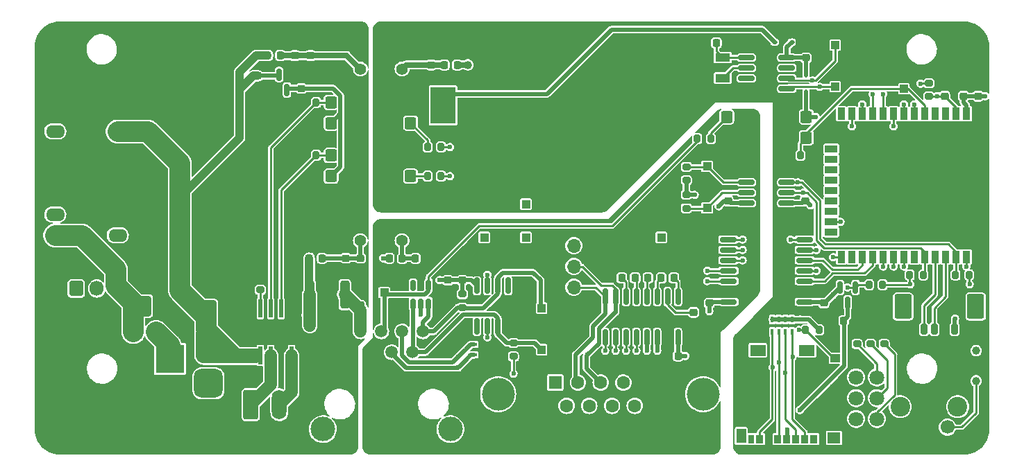
<source format=gbr>
%TF.GenerationSoftware,KiCad,Pcbnew,7.0.10*%
%TF.CreationDate,2024-04-30T16:31:27+09:00*%
%TF.ProjectId,ESP_Weight,4553505f-5765-4696-9768-742e6b696361,rev?*%
%TF.SameCoordinates,Original*%
%TF.FileFunction,Copper,L1,Top*%
%TF.FilePolarity,Positive*%
%FSLAX46Y46*%
G04 Gerber Fmt 4.6, Leading zero omitted, Abs format (unit mm)*
G04 Created by KiCad (PCBNEW 7.0.10) date 2024-04-30 16:31:27*
%MOMM*%
%LPD*%
G01*
G04 APERTURE LIST*
G04 Aperture macros list*
%AMRoundRect*
0 Rectangle with rounded corners*
0 $1 Rounding radius*
0 $2 $3 $4 $5 $6 $7 $8 $9 X,Y pos of 4 corners*
0 Add a 4 corners polygon primitive as box body*
4,1,4,$2,$3,$4,$5,$6,$7,$8,$9,$2,$3,0*
0 Add four circle primitives for the rounded corners*
1,1,$1+$1,$2,$3*
1,1,$1+$1,$4,$5*
1,1,$1+$1,$6,$7*
1,1,$1+$1,$8,$9*
0 Add four rect primitives between the rounded corners*
20,1,$1+$1,$2,$3,$4,$5,0*
20,1,$1+$1,$4,$5,$6,$7,0*
20,1,$1+$1,$6,$7,$8,$9,0*
20,1,$1+$1,$8,$9,$2,$3,0*%
G04 Aperture macros list end*
%TA.AperFunction,SMDPad,CuDef*%
%ADD10RoundRect,0.218750X-0.218750X-0.256250X0.218750X-0.256250X0.218750X0.256250X-0.218750X0.256250X0*%
%TD*%
%TA.AperFunction,SMDPad,CuDef*%
%ADD11RoundRect,0.200000X-0.275000X0.200000X-0.275000X-0.200000X0.275000X-0.200000X0.275000X0.200000X0*%
%TD*%
%TA.AperFunction,SMDPad,CuDef*%
%ADD12RoundRect,0.225000X-0.250000X0.225000X-0.250000X-0.225000X0.250000X-0.225000X0.250000X0.225000X0*%
%TD*%
%TA.AperFunction,SMDPad,CuDef*%
%ADD13R,0.450000X0.700000*%
%TD*%
%TA.AperFunction,SMDPad,CuDef*%
%ADD14R,0.900000X1.500000*%
%TD*%
%TA.AperFunction,SMDPad,CuDef*%
%ADD15R,0.900000X0.900000*%
%TD*%
%TA.AperFunction,SMDPad,CuDef*%
%ADD16R,1.500000X0.900000*%
%TD*%
%TA.AperFunction,SMDPad,CuDef*%
%ADD17RoundRect,0.225000X0.250000X-0.225000X0.250000X0.225000X-0.250000X0.225000X-0.250000X-0.225000X0*%
%TD*%
%TA.AperFunction,ComponentPad*%
%ADD18C,1.800000*%
%TD*%
%TA.AperFunction,SMDPad,CuDef*%
%ADD19RoundRect,0.253800X0.451200X0.481200X-0.451200X0.481200X-0.451200X-0.481200X0.451200X-0.481200X0*%
%TD*%
%TA.AperFunction,SMDPad,CuDef*%
%ADD20RoundRect,0.200000X0.275000X-0.200000X0.275000X0.200000X-0.275000X0.200000X-0.275000X-0.200000X0*%
%TD*%
%TA.AperFunction,SMDPad,CuDef*%
%ADD21RoundRect,0.225000X-0.225000X-0.250000X0.225000X-0.250000X0.225000X0.250000X-0.225000X0.250000X0*%
%TD*%
%TA.AperFunction,SMDPad,CuDef*%
%ADD22RoundRect,0.112500X0.187500X0.112500X-0.187500X0.112500X-0.187500X-0.112500X0.187500X-0.112500X0*%
%TD*%
%TA.AperFunction,ComponentPad*%
%ADD23C,1.000000*%
%TD*%
%TA.AperFunction,ComponentPad*%
%ADD24R,1.000000X1.000000*%
%TD*%
%TA.AperFunction,SMDPad,CuDef*%
%ADD25RoundRect,0.150000X0.150000X-0.825000X0.150000X0.825000X-0.150000X0.825000X-0.150000X-0.825000X0*%
%TD*%
%TA.AperFunction,SMDPad,CuDef*%
%ADD26RoundRect,0.150000X0.875000X0.150000X-0.875000X0.150000X-0.875000X-0.150000X0.875000X-0.150000X0*%
%TD*%
%TA.AperFunction,SMDPad,CuDef*%
%ADD27RoundRect,0.250000X-0.312500X-1.450000X0.312500X-1.450000X0.312500X1.450000X-0.312500X1.450000X0*%
%TD*%
%TA.AperFunction,SMDPad,CuDef*%
%ADD28RoundRect,0.150000X-0.150000X0.512500X-0.150000X-0.512500X0.150000X-0.512500X0.150000X0.512500X0*%
%TD*%
%TA.AperFunction,SMDPad,CuDef*%
%ADD29RoundRect,0.200000X0.200000X0.275000X-0.200000X0.275000X-0.200000X-0.275000X0.200000X-0.275000X0*%
%TD*%
%TA.AperFunction,SMDPad,CuDef*%
%ADD30RoundRect,0.200000X-0.200000X-0.275000X0.200000X-0.275000X0.200000X0.275000X-0.200000X0.275000X0*%
%TD*%
%TA.AperFunction,SMDPad,CuDef*%
%ADD31RoundRect,0.250000X-0.375000X-0.625000X0.375000X-0.625000X0.375000X0.625000X-0.375000X0.625000X0*%
%TD*%
%TA.AperFunction,SMDPad,CuDef*%
%ADD32RoundRect,0.200000X0.200000X0.450000X-0.200000X0.450000X-0.200000X-0.450000X0.200000X-0.450000X0*%
%TD*%
%TA.AperFunction,SMDPad,CuDef*%
%ADD33RoundRect,0.250001X0.799999X1.249999X-0.799999X1.249999X-0.799999X-1.249999X0.799999X-1.249999X0*%
%TD*%
%TA.AperFunction,ComponentPad*%
%ADD34C,1.400000*%
%TD*%
%TA.AperFunction,SMDPad,CuDef*%
%ADD35RoundRect,0.218750X0.218750X0.256250X-0.218750X0.256250X-0.218750X-0.256250X0.218750X-0.256250X0*%
%TD*%
%TA.AperFunction,ComponentPad*%
%ADD36R,1.500000X1.500000*%
%TD*%
%TA.AperFunction,ComponentPad*%
%ADD37C,1.500000*%
%TD*%
%TA.AperFunction,ComponentPad*%
%ADD38C,3.000000*%
%TD*%
%TA.AperFunction,SMDPad,CuDef*%
%ADD39RoundRect,0.150000X-0.150000X0.825000X-0.150000X-0.825000X0.150000X-0.825000X0.150000X0.825000X0*%
%TD*%
%TA.AperFunction,SMDPad,CuDef*%
%ADD40RoundRect,0.250000X1.000000X-1.750000X1.000000X1.750000X-1.000000X1.750000X-1.000000X-1.750000X0*%
%TD*%
%TA.AperFunction,SMDPad,CuDef*%
%ADD41RoundRect,0.225000X0.225000X0.250000X-0.225000X0.250000X-0.225000X-0.250000X0.225000X-0.250000X0*%
%TD*%
%TA.AperFunction,SMDPad,CuDef*%
%ADD42R,0.430000X0.760000*%
%TD*%
%TA.AperFunction,SMDPad,CuDef*%
%ADD43RoundRect,0.112500X-0.112500X0.187500X-0.112500X-0.187500X0.112500X-0.187500X0.112500X0.187500X0*%
%TD*%
%TA.AperFunction,ComponentPad*%
%ADD44RoundRect,0.250000X-0.600000X-0.675000X0.600000X-0.675000X0.600000X0.675000X-0.600000X0.675000X0*%
%TD*%
%TA.AperFunction,ComponentPad*%
%ADD45O,1.700000X1.850000*%
%TD*%
%TA.AperFunction,SMDPad,CuDef*%
%ADD46R,0.700000X0.450000*%
%TD*%
%TA.AperFunction,SMDPad,CuDef*%
%ADD47RoundRect,0.150000X0.150000X-0.587500X0.150000X0.587500X-0.150000X0.587500X-0.150000X-0.587500X0*%
%TD*%
%TA.AperFunction,SMDPad,CuDef*%
%ADD48RoundRect,0.150000X-0.150000X0.587500X-0.150000X-0.587500X0.150000X-0.587500X0.150000X0.587500X0*%
%TD*%
%TA.AperFunction,SMDPad,CuDef*%
%ADD49RoundRect,0.253800X-0.451200X-0.481200X0.451200X-0.481200X0.451200X0.481200X-0.451200X0.481200X0*%
%TD*%
%TA.AperFunction,ComponentPad*%
%ADD50O,2.300000X1.600000*%
%TD*%
%TA.AperFunction,SMDPad,CuDef*%
%ADD51R,0.500000X2.200000*%
%TD*%
%TA.AperFunction,ComponentPad*%
%ADD52C,0.630000*%
%TD*%
%TA.AperFunction,SMDPad,CuDef*%
%ADD53R,4.900000X2.950000*%
%TD*%
%TA.AperFunction,SMDPad,CuDef*%
%ADD54RoundRect,0.150000X0.825000X0.150000X-0.825000X0.150000X-0.825000X-0.150000X0.825000X-0.150000X0*%
%TD*%
%TA.AperFunction,ComponentPad*%
%ADD55R,1.600000X1.600000*%
%TD*%
%TA.AperFunction,ComponentPad*%
%ADD56C,1.600000*%
%TD*%
%TA.AperFunction,ComponentPad*%
%ADD57C,4.000000*%
%TD*%
%TA.AperFunction,SMDPad,CuDef*%
%ADD58RoundRect,0.218750X-0.256250X0.218750X-0.256250X-0.218750X0.256250X-0.218750X0.256250X0.218750X0*%
%TD*%
%TA.AperFunction,SMDPad,CuDef*%
%ADD59RoundRect,0.150000X-0.825000X-0.150000X0.825000X-0.150000X0.825000X0.150000X-0.825000X0.150000X0*%
%TD*%
%TA.AperFunction,SMDPad,CuDef*%
%ADD60R,1.550000X1.350000*%
%TD*%
%TA.AperFunction,SMDPad,CuDef*%
%ADD61R,1.900000X1.350000*%
%TD*%
%TA.AperFunction,SMDPad,CuDef*%
%ADD62R,1.170000X1.800000*%
%TD*%
%TA.AperFunction,SMDPad,CuDef*%
%ADD63R,0.850000X1.100000*%
%TD*%
%TA.AperFunction,SMDPad,CuDef*%
%ADD64R,0.750000X1.100000*%
%TD*%
%TA.AperFunction,SMDPad,CuDef*%
%ADD65R,1.200000X1.000000*%
%TD*%
%TA.AperFunction,SMDPad,CuDef*%
%ADD66RoundRect,0.250000X0.650000X-1.000000X0.650000X1.000000X-0.650000X1.000000X-0.650000X-1.000000X0*%
%TD*%
%TA.AperFunction,ComponentPad*%
%ADD67R,1.700000X1.700000*%
%TD*%
%TA.AperFunction,ComponentPad*%
%ADD68O,1.700000X1.700000*%
%TD*%
%TA.AperFunction,ComponentPad*%
%ADD69RoundRect,0.250000X-0.650000X-1.550000X0.650000X-1.550000X0.650000X1.550000X-0.650000X1.550000X0*%
%TD*%
%TA.AperFunction,ComponentPad*%
%ADD70O,1.800000X3.600000*%
%TD*%
%TA.AperFunction,ComponentPad*%
%ADD71R,3.500000X3.500000*%
%TD*%
%TA.AperFunction,ComponentPad*%
%ADD72RoundRect,0.750000X1.000000X-0.750000X1.000000X0.750000X-1.000000X0.750000X-1.000000X-0.750000X0*%
%TD*%
%TA.AperFunction,ComponentPad*%
%ADD73RoundRect,0.875000X0.875000X-0.875000X0.875000X0.875000X-0.875000X0.875000X-0.875000X-0.875000X0*%
%TD*%
%TA.AperFunction,ComponentPad*%
%ADD74C,2.400000*%
%TD*%
%TA.AperFunction,ComponentPad*%
%ADD75C,1.700000*%
%TD*%
%TA.AperFunction,SMDPad,CuDef*%
%ADD76R,1.800000X1.000000*%
%TD*%
%TA.AperFunction,SMDPad,CuDef*%
%ADD77R,3.100000X4.500000*%
%TD*%
%TA.AperFunction,ViaPad*%
%ADD78C,0.600000*%
%TD*%
%TA.AperFunction,ViaPad*%
%ADD79C,0.800000*%
%TD*%
%TA.AperFunction,ViaPad*%
%ADD80C,1.000000*%
%TD*%
%TA.AperFunction,Conductor*%
%ADD81C,0.250000*%
%TD*%
%TA.AperFunction,Conductor*%
%ADD82C,0.700000*%
%TD*%
%TA.AperFunction,Conductor*%
%ADD83C,1.500000*%
%TD*%
%TA.AperFunction,Conductor*%
%ADD84C,2.500000*%
%TD*%
%TA.AperFunction,Conductor*%
%ADD85C,1.000000*%
%TD*%
%TA.AperFunction,Conductor*%
%ADD86C,0.500000*%
%TD*%
G04 APERTURE END LIST*
D10*
%TO.P,FB3,1*%
%TO.N,/Communication/5V_Comm*%
X135864500Y-106553000D03*
%TO.P,FB3,2*%
%TO.N,Net-(U6-+Vout)*%
X137439500Y-106553000D03*
%TD*%
D11*
%TO.P,R2,1*%
%TO.N,GNDPWR*%
X120142000Y-108776000D03*
%TO.P,R2,2*%
%TO.N,Net-(U2-ILIM)*%
X120142000Y-110426000D03*
%TD*%
D12*
%TO.P,C1,1*%
%TO.N,GND*%
X205867000Y-85204000D03*
%TO.P,C1,2*%
%TO.N,+3.3V*%
X205867000Y-86754000D03*
%TD*%
D13*
%TO.P,U9,1,IO1*%
%TO.N,/Communication/COMM_RX*%
X158608000Y-118475000D03*
%TO.P,U9,2,IO2*%
%TO.N,/Communication/COMM_TX*%
X159908000Y-118475000D03*
%TO.P,U9,3,GND*%
%TO.N,/Communication/5V_Comm_GND*%
X159258000Y-116475000D03*
%TD*%
D12*
%TO.P,C4,1*%
%TO.N,Net-(U6-+Vin)*%
X130556000Y-106540000D03*
%TO.P,C4,2*%
%TO.N,GNDPWR*%
X130556000Y-108090000D03*
%TD*%
D14*
%TO.P,U5,1,GND*%
%TO.N,GND*%
X207518000Y-88889000D03*
D15*
X201578000Y-94739000D03*
X200178000Y-94739000D03*
X198778000Y-94739000D03*
X201578000Y-96139000D03*
X200178000Y-96139000D03*
X198778000Y-96139000D03*
X201578000Y-97539000D03*
X200178000Y-97539000D03*
X198778000Y-97539000D03*
D14*
%TO.P,U5,2,VDD*%
%TO.N,+3.3V*%
X206248000Y-88889000D03*
%TO.P,U5,3,EN*%
%TO.N,/EN*%
X204978000Y-88889000D03*
%TO.P,U5,4,SENSOR_VP*%
%TO.N,unconnected-(U5-SENSOR_VP-Pad4)*%
X203708000Y-88889000D03*
%TO.P,U5,5,SENSOR_VN*%
%TO.N,unconnected-(U5-SENSOR_VN-Pad5)*%
X202438000Y-88889000D03*
%TO.P,U5,6,IO34*%
%TO.N,/INT*%
X201168000Y-88889000D03*
%TO.P,U5,7,IO35*%
%TO.N,/SD_DET*%
X199898000Y-88889000D03*
%TO.P,U5,8,IO32*%
%TO.N,/USER_4*%
X198628000Y-88889000D03*
%TO.P,U5,9,IO33*%
%TO.N,/SD_PWR*%
X197358000Y-88889000D03*
%TO.P,U5,10,IO25*%
%TO.N,/M1*%
X196088000Y-88889000D03*
%TO.P,U5,11,IO26*%
%TO.N,/M2*%
X194818000Y-88889000D03*
%TO.P,U5,12,IO27*%
%TO.N,/USER_3*%
X193548000Y-88889000D03*
%TO.P,U5,13,IO14*%
%TO.N,/STATUS_2*%
X192278000Y-88889000D03*
%TO.P,U5,14,IO12*%
%TO.N,unconnected-(U5-IO12-Pad14)*%
X191008000Y-88889000D03*
D16*
%TO.P,U5,15,GND*%
%TO.N,GND*%
X189758000Y-91929000D03*
%TO.P,U5,16,IO13*%
%TO.N,unconnected-(U5-IO13-Pad16)*%
X189758000Y-93199000D03*
%TO.P,U5,17,SHD/SD2*%
%TO.N,unconnected-(U5-SHD{slash}SD2-Pad17)*%
X189758000Y-94469000D03*
%TO.P,U5,18,SWP/SD3*%
%TO.N,unconnected-(U5-SWP{slash}SD3-Pad18)*%
X189758000Y-95739000D03*
%TO.P,U5,19,SCS/CMD*%
%TO.N,unconnected-(U5-SCS{slash}CMD-Pad19)*%
X189758000Y-97009000D03*
%TO.P,U5,20,SCK/CLK*%
%TO.N,unconnected-(U5-SCK{slash}CLK-Pad20)*%
X189758000Y-98279000D03*
%TO.P,U5,21,SDO/SD0*%
%TO.N,unconnected-(U5-SDO{slash}SD0-Pad21)*%
X189758000Y-99549000D03*
%TO.P,U5,22,SDI/SD1*%
%TO.N,unconnected-(U5-SDI{slash}SD1-Pad22)*%
X189758000Y-100819000D03*
%TO.P,U5,23,IO15*%
%TO.N,/STATUS_1*%
X189758000Y-102089000D03*
%TO.P,U5,24,IO2*%
%TO.N,unconnected-(U5-IO2-Pad24)*%
X189758000Y-103359000D03*
D14*
%TO.P,U5,25,IO0*%
%TO.N,/IO0*%
X191008000Y-106389000D03*
%TO.P,U5,26,IO4*%
%TO.N,unconnected-(U5-IO4-Pad26)*%
X192278000Y-106389000D03*
%TO.P,U5,27,IO16*%
%TO.N,/RX*%
X193548000Y-106389000D03*
%TO.P,U5,28,IO17*%
%TO.N,/TX*%
X194818000Y-106389000D03*
%TO.P,U5,29,IO5*%
%TO.N,/SD_CS*%
X196088000Y-106389000D03*
%TO.P,U5,30,IO18*%
%TO.N,/SD_CLK*%
X197358000Y-106389000D03*
%TO.P,U5,31,IO19*%
%TO.N,/SD_MISO*%
X198628000Y-106389000D03*
%TO.P,U5,32,NC*%
%TO.N,unconnected-(U5-NC-Pad32)*%
X199898000Y-106389000D03*
%TO.P,U5,33,IO21*%
%TO.N,/SDA*%
X201168000Y-106389000D03*
%TO.P,U5,34,RXD0/IO3*%
%TO.N,/RX_DEBUG*%
X202438000Y-106389000D03*
%TO.P,U5,35,TXD0/IO1*%
%TO.N,/TX_DEBUG*%
X203708000Y-106389000D03*
%TO.P,U5,36,IO22*%
%TO.N,/SCL*%
X204978000Y-106389000D03*
%TO.P,U5,37,IO23*%
%TO.N,/SD_MOSI*%
X206248000Y-106389000D03*
%TO.P,U5,38,GND*%
%TO.N,GND*%
X207518000Y-106389000D03*
%TD*%
D17*
%TO.P,C21,1*%
%TO.N,GND*%
X186563000Y-101105000D03*
%TO.P,C21,2*%
%TO.N,+3.3V*%
X186563000Y-99555000D03*
%TD*%
%TO.P,C8,1*%
%TO.N,Net-(U4-+Vout)*%
X140970000Y-82944000D03*
%TO.P,C8,2*%
%TO.N,GND*%
X140970000Y-81394000D03*
%TD*%
D18*
%TO.P,D4,1,RK*%
%TO.N,Net-(D4-RK)*%
X195326000Y-121105000D03*
%TO.P,D4,2,GK*%
%TO.N,Net-(D4-GK)*%
X195326000Y-123645000D03*
%TO.P,D4,3,BK*%
%TO.N,Net-(D4-BK)*%
X195326000Y-126185000D03*
%TO.P,D4,4,BA*%
%TO.N,+3.3V*%
X192786000Y-126185000D03*
%TO.P,D4,5,GA*%
%TO.N,/STATUS_1*%
X192786000Y-123645000D03*
%TO.P,D4,6,RA*%
%TO.N,/STATUS_2*%
X192786000Y-121105000D03*
%TD*%
D19*
%TO.P,U3,1*%
%TO.N,Net-(R11-Pad2)*%
X138454000Y-96520000D03*
%TO.P,U3,2*%
%TO.N,GND*%
X138454000Y-93980000D03*
%TO.P,U3,3*%
%TO.N,Net-(U2-IN2)*%
X128754000Y-93980000D03*
%TO.P,U3,4*%
%TO.N,/Power&Motor/5V_OPTO*%
X128754000Y-96520000D03*
%TD*%
D20*
%TO.P,R10,1*%
%TO.N,/Communication/H_SCL*%
X144780000Y-112585000D03*
%TO.P,R10,2*%
%TO.N,/Communication/5V_Comm*%
X144780000Y-110935000D03*
%TD*%
D21*
%TO.P,C17,1*%
%TO.N,Net-(U13-C2-)*%
X165849000Y-108966000D03*
%TO.P,C17,2*%
%TO.N,Net-(U13-C2+)*%
X167399000Y-108966000D03*
%TD*%
D22*
%TO.P,D2,1,K*%
%TO.N,+BATT*%
X184946000Y-80137000D03*
%TO.P,D2,2,A*%
%TO.N,Net-(D2-A)*%
X182846000Y-80137000D03*
%TD*%
D23*
%TO.P,JP2,1,1*%
%TO.N,/EN*%
X207421000Y-121539000D03*
%TO.P,JP2,2,2*%
%TO.N,GND*%
X206121000Y-121539000D03*
%TD*%
D24*
%TO.P,TP8,1,1*%
%TO.N,/SDA*%
X190246000Y-85598000D03*
%TD*%
D25*
%TO.P,U14,1*%
%TO.N,N/C*%
X146558000Y-114870000D03*
%TO.P,U14,2,LX*%
%TO.N,Net-(U10-SDA2)*%
X147828000Y-114870000D03*
%TO.P,U14,3,SX*%
%TO.N,/Communication/H_SDA*%
X149098000Y-114870000D03*
%TO.P,U14,4,GND*%
%TO.N,/Communication/5V_Comm_GND*%
X150368000Y-114870000D03*
%TO.P,U14,5*%
%TO.N,N/C*%
X150368000Y-109920000D03*
%TO.P,U14,6,SY*%
%TO.N,/Communication/H_SCL*%
X149098000Y-109920000D03*
%TO.P,U14,7,LY*%
%TO.N,Net-(U10-SCL2)*%
X147828000Y-109920000D03*
%TO.P,U14,8,VCC*%
%TO.N,/Communication/5V_Comm*%
X146558000Y-109920000D03*
%TD*%
D24*
%TO.P,TP4,1,1*%
%TO.N,GNDPWR*%
X115824000Y-98679000D03*
%TD*%
%TO.P,TP10,1,1*%
%TO.N,Net-(U10-SDA2)*%
X174625000Y-100394000D03*
%TD*%
D26*
%TO.P,U11,1,VDD1*%
%TO.N,+3.3V*%
X186514000Y-111887000D03*
%TO.P,U11,2,GND1*%
%TO.N,GND*%
X186514000Y-110617000D03*
%TO.P,U11,3,VIA*%
%TO.N,/TX*%
X186514000Y-109347000D03*
%TO.P,U11,4,VIB*%
%TO.N,/USER_3*%
X186514000Y-108077000D03*
%TO.P,U11,5,VOC*%
%TO.N,/RX*%
X186514000Y-106807000D03*
%TO.P,U11,6,VOD*%
%TO.N,/USER_4*%
X186514000Y-105537000D03*
%TO.P,U11,7,VE1*%
%TO.N,+3.3V*%
X186514000Y-104267000D03*
%TO.P,U11,8,GND1*%
%TO.N,GND*%
X186514000Y-102997000D03*
%TO.P,U11,9,GND2*%
%TO.N,/Communication/5V_Comm_GND*%
X177214000Y-102997000D03*
%TO.P,U11,10,VE2*%
%TO.N,/Communication/5V_Comm*%
X177214000Y-104267000D03*
%TO.P,U11,11,VID*%
%TO.N,Net-(U11-VID)*%
X177214000Y-105537000D03*
%TO.P,U11,12,VIC*%
%TO.N,Net-(U11-VIC)*%
X177214000Y-106807000D03*
%TO.P,U11,13,VOB*%
%TO.N,Net-(U11-VOB)*%
X177214000Y-108077000D03*
%TO.P,U11,14,VOA*%
%TO.N,Net-(U11-VOA)*%
X177214000Y-109347000D03*
%TO.P,U11,15,GND2*%
%TO.N,/Communication/5V_Comm_GND*%
X177214000Y-110617000D03*
%TO.P,U11,16,VDD2*%
%TO.N,/Communication/5V_Comm*%
X177214000Y-111887000D03*
%TD*%
D27*
%TO.P,F2,1*%
%TO.N,+12V*%
X126154000Y-110998000D03*
%TO.P,F2,2*%
%TO.N,Net-(C20-Pad1)*%
X130429000Y-110998000D03*
%TD*%
D28*
%TO.P,U15,1,IO1*%
%TO.N,/Communication/H_INT*%
X140650000Y-109860500D03*
%TO.P,U15,2,VN*%
%TO.N,/Communication/5V_Comm_GND*%
X139700000Y-109860500D03*
%TO.P,U15,3,IO2*%
%TO.N,unconnected-(U15-IO2-Pad3)*%
X138750000Y-109860500D03*
%TO.P,U15,4,IO3*%
%TO.N,/Communication/H_SDA*%
X138750000Y-112135500D03*
%TO.P,U15,5,VP*%
%TO.N,/Communication/5V_Comm*%
X139700000Y-112135500D03*
%TO.P,U15,6,IO4*%
%TO.N,/Communication/H_SCL*%
X140650000Y-112135500D03*
%TD*%
D12*
%TO.P,C19,1*%
%TO.N,/Communication/5V_Comm_GND*%
X172974000Y-111620000D03*
%TO.P,C19,2*%
%TO.N,Net-(U13-VS+)*%
X172974000Y-113170000D03*
%TD*%
D17*
%TO.P,C18,1*%
%TO.N,/Communication/5V_Comm*%
X143002000Y-109233000D03*
%TO.P,C18,2*%
%TO.N,/Communication/5V_Comm_GND*%
X143002000Y-107683000D03*
%TD*%
D12*
%TO.P,C2,1*%
%TO.N,GND*%
X207645000Y-85204000D03*
%TO.P,C2,2*%
%TO.N,+3.3V*%
X207645000Y-86754000D03*
%TD*%
D29*
%TO.P,R12,1*%
%TO.N,/M1*%
X142176000Y-92964000D03*
%TO.P,R12,2*%
%TO.N,Net-(R12-Pad2)*%
X140526000Y-92964000D03*
%TD*%
D30*
%TO.P,R14,1*%
%TO.N,GNDPWR*%
X125286000Y-87503000D03*
%TO.P,R14,2*%
%TO.N,Net-(U2-IN1)*%
X126936000Y-87503000D03*
%TD*%
D17*
%TO.P,C22,1*%
%TO.N,/Communication/5V_Comm_GND*%
X177165000Y-101105000D03*
%TO.P,C22,2*%
%TO.N,/Communication/5V_Comm*%
X177165000Y-99555000D03*
%TD*%
D24*
%TO.P,TP7,1,1*%
%TO.N,/SCL*%
X190246000Y-80518000D03*
%TD*%
D31*
%TO.P,F1,1*%
%TO.N,Net-(D1-K)*%
X104645000Y-115570000D03*
%TO.P,F1,2*%
%TO.N,Net-(J6-Pin_2)*%
X107445000Y-115570000D03*
%TD*%
D21*
%TO.P,C26,1*%
%TO.N,Net-(U16-OSCI)*%
X175755000Y-80244000D03*
%TO.P,C26,2*%
%TO.N,GND*%
X177305000Y-80244000D03*
%TD*%
D23*
%TO.P,JP1,1,1*%
%TO.N,/IO0*%
X207421000Y-117856000D03*
%TO.P,JP1,2,2*%
%TO.N,GND*%
X206121000Y-117856000D03*
%TD*%
D29*
%TO.P,R18,1*%
%TO.N,+3.3V*%
X196024000Y-109776500D03*
%TO.P,R18,2*%
%TO.N,/SD_PWR*%
X194374000Y-109776500D03*
%TD*%
D32*
%TO.P,J9,1,Pin_1*%
%TO.N,+3.3V*%
X204821000Y-115211000D03*
%TO.P,J9,2,Pin_2*%
%TO.N,GND*%
X203571000Y-115211000D03*
%TO.P,J9,3,Pin_3*%
%TO.N,/TX_DEBUG*%
X202321000Y-115211000D03*
%TO.P,J9,4,Pin_4*%
%TO.N,/RX_DEBUG*%
X201071000Y-115211000D03*
D33*
%TO.P,J9,MP*%
%TO.N,N/C*%
X207371000Y-112461000D03*
X198521000Y-112461000D03*
%TD*%
D12*
%TO.P,C12,1*%
%TO.N,/Communication/5V_Comm_GND*%
X174879000Y-110477000D03*
%TO.P,C12,2*%
%TO.N,/Communication/5V_Comm*%
X174879000Y-112027000D03*
%TD*%
D34*
%TO.P,U4,1,-Vin*%
%TO.N,GNDPWR*%
X129794000Y-83439000D03*
%TO.P,U4,2,+Vin*%
%TO.N,Net-(U4-+Vin)*%
X132334000Y-83439000D03*
%TO.P,U4,3,-Vout*%
%TO.N,GND*%
X134874000Y-83439000D03*
%TO.P,U4,4,+Vout*%
%TO.N,Net-(U4-+Vout)*%
X137414000Y-83439000D03*
%TD*%
D20*
%TO.P,R16,1*%
%TO.N,Net-(D4-GK)*%
X194564000Y-117030000D03*
%TO.P,R16,2*%
%TO.N,GND*%
X194564000Y-115380000D03*
%TD*%
%TO.P,R17,1*%
%TO.N,Net-(D4-BK)*%
X196215000Y-117030000D03*
%TO.P,R17,2*%
%TO.N,GND*%
X196215000Y-115380000D03*
%TD*%
D30*
%TO.P,R7,1*%
%TO.N,/Communication/H_INT*%
X173419000Y-91948000D03*
%TO.P,R7,2*%
%TO.N,Net-(R7-Pad2)*%
X175069000Y-91948000D03*
%TD*%
D35*
%TO.P,TH3,1*%
%TO.N,Net-(U6-+Vin)*%
X127660500Y-106553000D03*
%TO.P,TH3,2*%
%TO.N,+12V*%
X126085500Y-106553000D03*
%TD*%
%TO.P,TH2,1*%
%TO.N,Net-(U4-+Vin)*%
X122580500Y-81775000D03*
%TO.P,TH2,2*%
%TO.N,+12V*%
X121005500Y-81775000D03*
%TD*%
D12*
%TO.P,C28,1*%
%TO.N,GND*%
X186690000Y-80505000D03*
%TO.P,C28,2*%
%TO.N,+BATT*%
X186690000Y-82055000D03*
%TD*%
D36*
%TO.P,J4,1*%
%TO.N,GNDPWR*%
X131087000Y-118035000D03*
D37*
%TO.P,J4,2*%
%TO.N,Net-(C20-Pad1)*%
X132357000Y-115495000D03*
%TO.P,J4,3*%
%TO.N,/Communication/5V_Comm_GND*%
X133627000Y-118035000D03*
%TO.P,J4,4*%
%TO.N,/Communication/H_INT*%
X134897000Y-115495000D03*
%TO.P,J4,5*%
%TO.N,/Communication/RFID_TX*%
X136167000Y-118035000D03*
%TO.P,J4,6*%
%TO.N,/Communication/RFID_RX*%
X137437000Y-115495000D03*
%TO.P,J4,7*%
%TO.N,/Communication/H_SDA*%
X138707000Y-118035000D03*
%TO.P,J4,8*%
%TO.N,/Communication/H_SCL*%
X139977000Y-115495000D03*
D38*
%TO.P,J4,SH*%
%TO.N,N/C*%
X127762000Y-127435000D03*
X143302000Y-127435000D03*
%TD*%
D24*
%TO.P,TP18,1,1*%
%TO.N,/INT*%
X198628000Y-85852000D03*
%TD*%
D39*
%TO.P,U13,1,C1+*%
%TO.N,Net-(U13-C1+)*%
X171069000Y-111255000D03*
%TO.P,U13,2,VS+*%
%TO.N,Net-(U13-VS+)*%
X169799000Y-111255000D03*
%TO.P,U13,3,C1-*%
%TO.N,Net-(U13-C1-)*%
X168529000Y-111255000D03*
%TO.P,U13,4,C2+*%
%TO.N,Net-(U13-C2+)*%
X167259000Y-111255000D03*
%TO.P,U13,5,C2-*%
%TO.N,Net-(U13-C2-)*%
X165989000Y-111255000D03*
%TO.P,U13,6,VS-*%
%TO.N,Net-(U13-VS-)*%
X164719000Y-111255000D03*
%TO.P,U13,7,T2OUT*%
%TO.N,/Communication/COMM_TX*%
X163449000Y-111255000D03*
%TO.P,U13,8,R2IN*%
%TO.N,/Communication/COMM_RX*%
X162179000Y-111255000D03*
%TO.P,U13,9,R2OUT*%
%TO.N,Net-(U11-VID)*%
X162179000Y-116205000D03*
%TO.P,U13,10,T2IN*%
%TO.N,Net-(U11-VOB)*%
X163449000Y-116205000D03*
%TO.P,U13,11,T1IN*%
%TO.N,Net-(U11-VOA)*%
X164719000Y-116205000D03*
%TO.P,U13,12,R1OUT*%
%TO.N,Net-(U11-VIC)*%
X165989000Y-116205000D03*
%TO.P,U13,13,R1IN*%
%TO.N,/Communication/RFID_RX*%
X167259000Y-116205000D03*
%TO.P,U13,14,T1OUT*%
%TO.N,/Communication/RFID_TX*%
X168529000Y-116205000D03*
%TO.P,U13,15,GND*%
%TO.N,/Communication/5V_Comm_GND*%
X169799000Y-116205000D03*
%TO.P,U13,16,VCC*%
%TO.N,/Communication/5V_Comm*%
X171069000Y-116205000D03*
%TD*%
D40*
%TO.P,C10,1*%
%TO.N,+12V*%
X113538000Y-113714500D03*
%TO.P,C10,2*%
%TO.N,GNDPWR*%
X113538000Y-105714500D03*
%TD*%
D11*
%TO.P,R8,1*%
%TO.N,/Communication/H_SDA*%
X151003000Y-116904000D03*
%TO.P,R8,2*%
%TO.N,/Communication/5V_Comm*%
X151003000Y-118554000D03*
%TD*%
D24*
%TO.P,TP1,1,1*%
%TO.N,GND*%
X147447000Y-99949000D03*
%TD*%
D41*
%TO.P,C13,1*%
%TO.N,Net-(U13-C1+)*%
X170574000Y-108966000D03*
%TO.P,C13,2*%
%TO.N,Net-(U13-C1-)*%
X169024000Y-108966000D03*
%TD*%
D12*
%TO.P,C25,1*%
%TO.N,GNDPWR*%
X118237000Y-116827000D03*
%TO.P,C25,2*%
%TO.N,+12V*%
X118237000Y-118377000D03*
%TD*%
%TO.P,C7,1*%
%TO.N,Net-(U6-+Vin)*%
X132334000Y-106540000D03*
%TO.P,C7,2*%
%TO.N,GNDPWR*%
X132334000Y-108090000D03*
%TD*%
D24*
%TO.P,TP9,1,1*%
%TO.N,Net-(U10-SCL2)*%
X174625000Y-95314000D03*
%TD*%
D11*
%TO.P,R5,1*%
%TO.N,/Communication/5V_Comm*%
X172085000Y-98807000D03*
%TO.P,R5,2*%
%TO.N,Net-(U10-SDA2)*%
X172085000Y-100457000D03*
%TD*%
D35*
%TO.P,FB1,1*%
%TO.N,+3.3V*%
X144145000Y-82931000D03*
%TO.P,FB1,2*%
%TO.N,Net-(U4-+Vout)*%
X142570000Y-82931000D03*
%TD*%
D29*
%TO.P,R4,1*%
%TO.N,GND*%
X187642000Y-93980000D03*
%TO.P,R4,2*%
%TO.N,/INT*%
X185992000Y-93980000D03*
%TD*%
D30*
%TO.P,R3,1*%
%TO.N,/SCL*%
X204915000Y-108585000D03*
%TO.P,R3,2*%
%TO.N,+3.3V*%
X206565000Y-108585000D03*
%TD*%
D42*
%TO.P,RN1,1,R1.1*%
%TO.N,/SD_MISO*%
X182569000Y-115568000D03*
%TO.P,RN1,2,R2.1*%
%TO.N,/SD_CLK*%
X183369000Y-115568000D03*
%TO.P,RN1,3,R3.1*%
%TO.N,/SD_MOSI*%
X184169000Y-115568000D03*
%TO.P,RN1,4,R4.1*%
%TO.N,/SD_CS*%
X184969000Y-115568000D03*
%TO.P,RN1,5,R4.2*%
%TO.N,+3.3V*%
X184969000Y-114048000D03*
%TO.P,RN1,6,R3.2*%
X184169000Y-114048000D03*
%TO.P,RN1,7,R2.2*%
X183369000Y-114048000D03*
%TO.P,RN1,8,R1.2*%
X182569000Y-114048000D03*
%TD*%
D20*
%TO.P,R6,1*%
%TO.N,/Communication/5V_Comm*%
X172085000Y-97028000D03*
%TO.P,R6,2*%
%TO.N,Net-(U10-SCL2)*%
X172085000Y-95378000D03*
%TD*%
D43*
%TO.P,D3,1,K*%
%TO.N,+BATT*%
X186690000Y-84167000D03*
%TO.P,D3,2,A*%
%TO.N,+3.3V*%
X186690000Y-86267000D03*
%TD*%
D24*
%TO.P,TP17,1,1*%
%TO.N,/Communication/H_INT*%
X135255000Y-110744000D03*
%TD*%
%TO.P,TP2,1,1*%
%TO.N,+3.3V*%
X152527000Y-99949000D03*
%TD*%
D44*
%TO.P,J6,1,Pin_1*%
%TO.N,Net-(J6-Pin_1)*%
X97683000Y-110251000D03*
D45*
%TO.P,J6,2,Pin_2*%
%TO.N,Net-(J6-Pin_2)*%
X100183000Y-110251000D03*
%TD*%
D46*
%TO.P,U8,1,IO1*%
%TO.N,/Communication/RFID_RX*%
X146193000Y-117079000D03*
%TO.P,U8,2,IO2*%
%TO.N,/Communication/RFID_TX*%
X146193000Y-118379000D03*
%TO.P,U8,3,GND*%
%TO.N,/Communication/5V_Comm_GND*%
X148193000Y-117729000D03*
%TD*%
D47*
%TO.P,U1,1,GND*%
%TO.N,GNDPWR*%
X121478000Y-85979000D03*
%TO.P,U1,2,Q*%
%TO.N,/Power&Motor/5V_OPTO*%
X123378000Y-85979000D03*
%TO.P,U1,3,I*%
%TO.N,+12V*%
X122428000Y-84104000D03*
%TD*%
D34*
%TO.P,U6,1,-Vin*%
%TO.N,GNDPWR*%
X129794000Y-104394000D03*
%TO.P,U6,2,+Vin*%
%TO.N,Net-(U6-+Vin)*%
X132334000Y-104394000D03*
%TO.P,U6,3,-Vout*%
%TO.N,/Communication/5V_Comm_GND*%
X134874000Y-104394000D03*
%TO.P,U6,4,+Vout*%
%TO.N,Net-(U6-+Vout)*%
X137414000Y-104394000D03*
%TD*%
D21*
%TO.P,C16,1*%
%TO.N,/Communication/5V_Comm_GND*%
X162674000Y-108966000D03*
%TO.P,C16,2*%
%TO.N,Net-(U13-VS-)*%
X164224000Y-108966000D03*
%TD*%
D48*
%TO.P,Q1,1,G*%
%TO.N,/SD_PWR*%
X192720000Y-110109000D03*
%TO.P,Q1,2,S*%
%TO.N,+3.3V*%
X190820000Y-110109000D03*
%TO.P,Q1,3,D*%
%TO.N,Net-(J5-VDD)*%
X191770000Y-111984000D03*
%TD*%
D12*
%TO.P,C11,1*%
%TO.N,GND*%
X188849000Y-110477000D03*
%TO.P,C11,2*%
%TO.N,+3.3V*%
X188849000Y-112027000D03*
%TD*%
D11*
%TO.P,R9,1*%
%TO.N,+3.3V*%
X201676000Y-85154000D03*
%TO.P,R9,2*%
%TO.N,/EN*%
X201676000Y-86804000D03*
%TD*%
D24*
%TO.P,TP5,1,1*%
%TO.N,/Communication/5V_Comm_GND*%
X163957000Y-104013000D03*
%TD*%
D49*
%TO.P,U12,1*%
%TO.N,Net-(R7-Pad2)*%
X177014000Y-89281000D03*
%TO.P,U12,2*%
%TO.N,/Communication/5V_Comm_GND*%
X177014000Y-91821000D03*
%TO.P,U12,3*%
%TO.N,/INT*%
X186714000Y-91821000D03*
%TO.P,U12,4*%
%TO.N,+3.3V*%
X186714000Y-89281000D03*
%TD*%
D50*
%TO.P,K1,1*%
%TO.N,N/C*%
X95123000Y-91059000D03*
%TO.P,K1,5*%
%TO.N,Net-(J6-Pin_1)*%
X95123000Y-101219000D03*
%TO.P,K1,6*%
%TO.N,Net-(D1-K)*%
X95123000Y-103759000D03*
%TO.P,K1,7*%
%TO.N,unconnected-(K1-Pad7)*%
X102743000Y-103759000D03*
%TO.P,K1,8*%
%TO.N,GNDPWR*%
X102743000Y-101219000D03*
%TO.P,K1,12*%
%TO.N,+12V*%
X102743000Y-91059000D03*
%TD*%
D24*
%TO.P,TP12,1,1*%
%TO.N,/Communication/H_SDA*%
X154432000Y-117729000D03*
%TD*%
D29*
%TO.P,R11,1*%
%TO.N,/M2*%
X142176000Y-96520000D03*
%TO.P,R11,2*%
%TO.N,Net-(R11-Pad2)*%
X140526000Y-96520000D03*
%TD*%
D51*
%TO.P,U2,1,GND*%
%TO.N,GNDPWR*%
X123952000Y-112695000D03*
%TO.P,U2,2,IN2*%
%TO.N,Net-(U2-IN2)*%
X122682000Y-112695000D03*
%TO.P,U2,3,IN1*%
%TO.N,Net-(U2-IN1)*%
X121412000Y-112695000D03*
%TO.P,U2,4,ILIM*%
%TO.N,Net-(U2-ILIM)*%
X120142000Y-112695000D03*
%TO.P,U2,5,VM*%
%TO.N,+12V*%
X120142000Y-118445000D03*
%TO.P,U2,6,OUT1*%
%TO.N,Net-(J3-Pin_1)*%
X121412000Y-118445000D03*
%TO.P,U2,7,PGND*%
%TO.N,GNDPWR*%
X122682000Y-118445000D03*
%TO.P,U2,8,OUT2*%
%TO.N,Net-(J3-Pin_2)*%
X123952000Y-118445000D03*
D52*
%TO.P,U2,9,GND*%
%TO.N,GNDPWR*%
X123347000Y-114920000D03*
X122047000Y-114920000D03*
X120747000Y-114920000D03*
D53*
X122047000Y-115570000D03*
D52*
X123347000Y-116220000D03*
X122047000Y-116220000D03*
X120747000Y-116220000D03*
%TD*%
D54*
%TO.P,U10,1,VCC1*%
%TO.N,+3.3V*%
X184339000Y-99822000D03*
%TO.P,U10,2,SDA1*%
%TO.N,/SDA*%
X184339000Y-98552000D03*
%TO.P,U10,3,SCL1*%
%TO.N,/SCL*%
X184339000Y-97282000D03*
%TO.P,U10,4,GND1*%
%TO.N,GND*%
X184339000Y-96012000D03*
%TO.P,U10,5,GND2*%
%TO.N,/Communication/5V_Comm_GND*%
X179389000Y-96012000D03*
%TO.P,U10,6,SCL2*%
%TO.N,Net-(U10-SCL2)*%
X179389000Y-97282000D03*
%TO.P,U10,7,SDA2*%
%TO.N,Net-(U10-SDA2)*%
X179389000Y-98552000D03*
%TO.P,U10,8,VCC2*%
%TO.N,/Communication/5V_Comm*%
X179389000Y-99822000D03*
%TD*%
D55*
%TO.P,J7,1,1*%
%TO.N,unconnected-(J7-Pad1)*%
X156095000Y-121747000D03*
D56*
%TO.P,J7,2,2*%
%TO.N,/Communication/COMM_RX*%
X158865000Y-121747000D03*
%TO.P,J7,3,3*%
%TO.N,/Communication/COMM_TX*%
X161635000Y-121747000D03*
%TO.P,J7,4,4*%
%TO.N,unconnected-(J7-Pad4)*%
X164405000Y-121747000D03*
%TO.P,J7,5,5*%
%TO.N,/Communication/5V_Comm_GND*%
X167175000Y-121747000D03*
%TO.P,J7,6,6*%
%TO.N,unconnected-(J7-Pad6)*%
X157480000Y-124587000D03*
%TO.P,J7,7,7*%
%TO.N,unconnected-(J7-Pad7)*%
X160250000Y-124587000D03*
%TO.P,J7,8,8*%
%TO.N,unconnected-(J7-Pad8)*%
X163020000Y-124587000D03*
%TO.P,J7,9,9*%
%TO.N,unconnected-(J7-Pad9)*%
X165790000Y-124587000D03*
D57*
%TO.P,J7,10*%
%TO.N,N/C*%
X149135000Y-123167000D03*
X174135000Y-123167000D03*
%TD*%
D24*
%TO.P,TP11,1,1*%
%TO.N,/Communication/H_SCL*%
X154432000Y-112649000D03*
%TD*%
D17*
%TO.P,C23,1*%
%TO.N,GNDPWR*%
X119761000Y-85816500D03*
%TO.P,C23,2*%
%TO.N,+12V*%
X119761000Y-84266500D03*
%TD*%
%TO.P,C3,1*%
%TO.N,Net-(U4-+Vin)*%
X126238000Y-81788000D03*
%TO.P,C3,2*%
%TO.N,GNDPWR*%
X126238000Y-80238000D03*
%TD*%
D41*
%TO.P,C27,1*%
%TO.N,Net-(J5-VDD)*%
X191275000Y-114173000D03*
%TO.P,C27,2*%
%TO.N,GND*%
X189725000Y-114173000D03*
%TD*%
D58*
%TO.P,RV1,1*%
%TO.N,+12V*%
X105156000Y-91541500D03*
%TO.P,RV1,2*%
%TO.N,GNDPWR*%
X105156000Y-93116500D03*
%TD*%
D59*
%TO.P,U16,1,OSCI*%
%TO.N,Net-(U16-OSCI)*%
X179389000Y-82042000D03*
%TO.P,U16,2,OSCO*%
%TO.N,Net-(U16-OSCO)*%
X179389000Y-83312000D03*
%TO.P,U16,3,~{INT}*%
%TO.N,unconnected-(U16-~{INT}-Pad3)*%
X179389000Y-84582000D03*
%TO.P,U16,4,VSS*%
%TO.N,GND*%
X179389000Y-85852000D03*
%TO.P,U16,5,SDA*%
%TO.N,/SDA*%
X184339000Y-85852000D03*
%TO.P,U16,6,SCL*%
%TO.N,/SCL*%
X184339000Y-84582000D03*
%TO.P,U16,7,CLKO*%
%TO.N,unconnected-(U16-CLKO-Pad7)*%
X184339000Y-83312000D03*
%TO.P,U16,8,VDD*%
%TO.N,+BATT*%
X184339000Y-82042000D03*
%TD*%
D24*
%TO.P,TP3,1,1*%
%TO.N,+12V*%
X110744000Y-98679000D03*
%TD*%
D60*
%TO.P,J5,0*%
%TO.N,N/C*%
X190096000Y-128515000D03*
D61*
X186771000Y-117815000D03*
X180801000Y-117815000D03*
D62*
X178776000Y-128290000D03*
D63*
%TO.P,J5,1,DAT2*%
%TO.N,unconnected-(J5-DAT2-Pad1)*%
X187636000Y-128640000D03*
%TO.P,J5,2,DAT3/CD*%
%TO.N,/SD_CS*%
X186536000Y-128640000D03*
%TO.P,J5,3,CMD*%
%TO.N,/SD_MOSI*%
X185436000Y-128640000D03*
%TO.P,J5,4,VDD*%
%TO.N,Net-(J5-VDD)*%
X184336000Y-128640000D03*
%TO.P,J5,5,CLK*%
%TO.N,/SD_CLK*%
X183236000Y-128640000D03*
%TO.P,J5,6,VSS*%
%TO.N,GND*%
X182136000Y-128640000D03*
%TO.P,J5,7,DAT0*%
%TO.N,/SD_MISO*%
X181036000Y-128640000D03*
D64*
%TO.P,J5,8,DAT1*%
%TO.N,unconnected-(J5-DAT1-Pad8)*%
X179986000Y-128640000D03*
D65*
%TO.P,J5,9,DET_B*%
%TO.N,GND*%
X190271000Y-122490000D03*
%TO.P,J5,10,DET_A*%
%TO.N,/SD_DET*%
X190271000Y-118790000D03*
%TD*%
D30*
%TO.P,R19,1*%
%TO.N,/SD_DET*%
X186627000Y-115316000D03*
%TO.P,R19,2*%
%TO.N,+3.3V*%
X188277000Y-115316000D03*
%TD*%
D20*
%TO.P,R15,1*%
%TO.N,Net-(D4-RK)*%
X192913000Y-117030000D03*
%TO.P,R15,2*%
%TO.N,GND*%
X192913000Y-115380000D03*
%TD*%
D24*
%TO.P,TP13,1,1*%
%TO.N,/Communication/RFID_TX*%
X147447000Y-104013000D03*
%TD*%
D17*
%TO.P,C15,1*%
%TO.N,/Communication/5V_Comm*%
X144780000Y-109233000D03*
%TO.P,C15,2*%
%TO.N,/Communication/5V_Comm_GND*%
X144780000Y-107683000D03*
%TD*%
D21*
%TO.P,C9,1*%
%TO.N,Net-(U6-+Vout)*%
X139052000Y-106553000D03*
%TO.P,C9,2*%
%TO.N,/Communication/5V_Comm_GND*%
X140602000Y-106553000D03*
%TD*%
D66*
%TO.P,D1,1,K*%
%TO.N,Net-(D1-K)*%
X105918000Y-112395000D03*
%TO.P,D1,2,A*%
%TO.N,GNDPWR*%
X105918000Y-108395000D03*
%TD*%
D30*
%TO.P,R1,1*%
%TO.N,+3.3V*%
X199327000Y-108585000D03*
%TO.P,R1,2*%
%TO.N,/SDA*%
X200977000Y-108585000D03*
%TD*%
D17*
%TO.P,C6,1*%
%TO.N,/EN*%
X203581000Y-86754000D03*
%TO.P,C6,2*%
%TO.N,GND*%
X203581000Y-85204000D03*
%TD*%
D41*
%TO.P,C14,1*%
%TO.N,/Communication/5V_Comm*%
X171082000Y-118491000D03*
%TO.P,C14,2*%
%TO.N,/Communication/5V_Comm_GND*%
X169532000Y-118491000D03*
%TD*%
D24*
%TO.P,TP6,1,1*%
%TO.N,/Communication/5V_Comm*%
X169037000Y-104013000D03*
%TD*%
D19*
%TO.P,U7,1*%
%TO.N,Net-(R12-Pad2)*%
X138454000Y-90043000D03*
%TO.P,U7,2*%
%TO.N,GND*%
X138454000Y-87503000D03*
%TO.P,U7,3*%
%TO.N,Net-(U2-IN1)*%
X128754000Y-87503000D03*
%TO.P,U7,4*%
%TO.N,/Power&Motor/5V_OPTO*%
X128754000Y-90043000D03*
%TD*%
D30*
%TO.P,R13,1*%
%TO.N,GNDPWR*%
X125286000Y-93980000D03*
%TO.P,R13,2*%
%TO.N,Net-(U2-IN2)*%
X126936000Y-93980000D03*
%TD*%
D67*
%TO.P,J2,1,Pin_1*%
%TO.N,/Communication/5V_Comm_GND*%
X158369000Y-112649000D03*
D68*
%TO.P,J2,2,Pin_2*%
%TO.N,/Communication/COMM_RX*%
X158369000Y-110109000D03*
%TO.P,J2,3,Pin_3*%
%TO.N,/Communication/COMM_TX*%
X158369000Y-107569000D03*
%TO.P,J2,4,Pin_4*%
%TO.N,unconnected-(J2-Pin_4-Pad4)*%
X158369000Y-105029000D03*
%TD*%
D17*
%TO.P,C20,1*%
%TO.N,Net-(C20-Pad1)*%
X132355500Y-112281000D03*
%TO.P,C20,2*%
%TO.N,GNDPWR*%
X132355500Y-110731000D03*
%TD*%
D69*
%TO.P,J3,1,Pin_1*%
%TO.N,Net-(J3-Pin_1)*%
X118955000Y-124448500D03*
D70*
%TO.P,J3,2,Pin_2*%
%TO.N,Net-(J3-Pin_2)*%
X122455000Y-124448500D03*
%TD*%
D24*
%TO.P,TP14,1,1*%
%TO.N,/Communication/RFID_RX*%
X152527000Y-104013000D03*
%TD*%
D71*
%TO.P,J1,1*%
%TO.N,Net-(J6-Pin_2)*%
X109093000Y-118841000D03*
D72*
%TO.P,J1,2*%
%TO.N,GNDPWR*%
X109093000Y-124841000D03*
D73*
%TO.P,J1,3*%
%TO.N,N/C*%
X113793000Y-121841000D03*
%TD*%
D12*
%TO.P,C24,1*%
%TO.N,GNDPWR*%
X125095000Y-84266500D03*
%TO.P,C24,2*%
%TO.N,/Power&Motor/5V_OPTO*%
X125095000Y-85816500D03*
%TD*%
D74*
%TO.P,SW1,*%
%TO.N,*%
X205176001Y-124695000D03*
X198176001Y-124695000D03*
D75*
%TO.P,SW1,1,1*%
%TO.N,/EN*%
X203926001Y-127195000D03*
%TO.P,SW1,2,2*%
%TO.N,GND*%
X199426001Y-127195000D03*
%TD*%
D76*
%TO.P,Y1,1,1*%
%TO.N,Net-(U16-OSCI)*%
X176530000Y-82042000D03*
%TO.P,Y1,2,2*%
%TO.N,Net-(U16-OSCO)*%
X176530000Y-84542000D03*
%TD*%
D17*
%TO.P,C5,1*%
%TO.N,Net-(U4-+Vin)*%
X124333000Y-81788000D03*
%TO.P,C5,2*%
%TO.N,GNDPWR*%
X124333000Y-80238000D03*
%TD*%
D77*
%TO.P,J8,1,Pin_1*%
%TO.N,Net-(D2-A)*%
X142418000Y-87884000D03*
%TO.P,J8,2,Pin_2*%
%TO.N,GND*%
X171018000Y-87884000D03*
%TD*%
D78*
%TO.N,GND*%
X203327000Y-82677000D03*
X193167000Y-86487000D03*
X152527000Y-92837000D03*
X183007000Y-92837000D03*
X150114000Y-87757000D03*
X147447000Y-82677000D03*
X142367000Y-97917000D03*
X198247000Y-92837000D03*
X139827000Y-80137000D03*
X162687000Y-97917000D03*
X195707000Y-82677000D03*
X200787000Y-125857000D03*
X205867000Y-100457000D03*
X205867000Y-95377000D03*
X144907000Y-92837000D03*
X203327000Y-100457000D03*
X180467000Y-125857000D03*
X152527000Y-82677000D03*
X165227000Y-90297000D03*
X149987000Y-80137000D03*
X203073000Y-108458000D03*
X203327000Y-97917000D03*
X144907000Y-97917000D03*
X208407000Y-80137000D03*
X180467000Y-80137000D03*
X172847000Y-85217000D03*
X198247000Y-118237000D03*
X205867000Y-102997000D03*
X183007000Y-95377000D03*
X155067000Y-85217000D03*
X134747000Y-87757000D03*
X208407000Y-82677000D03*
X190627000Y-125857000D03*
X160147000Y-87757000D03*
X205867000Y-97917000D03*
X160147000Y-100457000D03*
X134747000Y-80137000D03*
X200787000Y-102997000D03*
X165227000Y-80137000D03*
X157607000Y-87757000D03*
X160147000Y-90297000D03*
X167767000Y-85217000D03*
X177927000Y-82677000D03*
X208407000Y-90297000D03*
X162687000Y-85217000D03*
X162687000Y-82677000D03*
X149987000Y-85217000D03*
X149987000Y-82677000D03*
X205867000Y-128397000D03*
X193167000Y-100457000D03*
X195707000Y-113157000D03*
X183007000Y-90297000D03*
X147447000Y-90297000D03*
X160147000Y-82677000D03*
X162687000Y-87757000D03*
X193167000Y-80137000D03*
X167767000Y-87757000D03*
X134747000Y-92837000D03*
X193167000Y-92837000D03*
X147447000Y-85217000D03*
X155067000Y-92837000D03*
X198247000Y-120777000D03*
X165227000Y-82677000D03*
X162687000Y-92837000D03*
X198247000Y-102997000D03*
X203327000Y-92837000D03*
X205867000Y-110617000D03*
X134747000Y-95377000D03*
X188468000Y-90805000D03*
X193167000Y-102997000D03*
X188087000Y-125857000D03*
X160147000Y-85344000D03*
X195707000Y-97917000D03*
X205867000Y-120777000D03*
X183007000Y-102997000D03*
X142367000Y-100457000D03*
X142367000Y-95377000D03*
X205867000Y-82677000D03*
X157607000Y-97917000D03*
X170307000Y-85217000D03*
X193167000Y-128397000D03*
X165227000Y-85217000D03*
X147447000Y-97917000D03*
X134747000Y-100457000D03*
X139827000Y-100457000D03*
X195707000Y-90297000D03*
X183007000Y-110617000D03*
X134747000Y-85217000D03*
X142367000Y-80137000D03*
X188087000Y-87757000D03*
X183007000Y-105537000D03*
X155067000Y-87757000D03*
X205867000Y-80137000D03*
X203327000Y-120777000D03*
X203327000Y-125857000D03*
X138557000Y-92837000D03*
X144907000Y-100457000D03*
X167767000Y-80137000D03*
X157607000Y-82677000D03*
X172847000Y-82677000D03*
X183007000Y-108077000D03*
X208407000Y-125857000D03*
X137287000Y-100457000D03*
X147447000Y-92837000D03*
X167767000Y-82677000D03*
X195707000Y-85217000D03*
X155067000Y-82677000D03*
X170307000Y-80137000D03*
X183007000Y-97917000D03*
X183007000Y-87757000D03*
X144907000Y-90297000D03*
X208407000Y-128397000D03*
X137287000Y-85217000D03*
X183007000Y-100457000D03*
X183007000Y-82677000D03*
X155067000Y-90297000D03*
X205867000Y-92837000D03*
X149987000Y-90297000D03*
X203327000Y-102997000D03*
X157607000Y-92837000D03*
X195707000Y-80137000D03*
X195707000Y-128397000D03*
X198247000Y-82677000D03*
X134747000Y-90297000D03*
X203327000Y-113157000D03*
X137287000Y-80137000D03*
X134747000Y-97917000D03*
X188087000Y-113157000D03*
X137287000Y-97917000D03*
X152527000Y-90297000D03*
X191770000Y-109093000D03*
X144907000Y-80137000D03*
X162687000Y-80137000D03*
X198247000Y-100457000D03*
X149987000Y-92837000D03*
X172847000Y-80137000D03*
X139827000Y-85217000D03*
X205867000Y-115697000D03*
X147574000Y-87757000D03*
X157607000Y-80137000D03*
X139827000Y-97917000D03*
X155067000Y-80137000D03*
X144145000Y-94742000D03*
X152527000Y-80137000D03*
X139827000Y-95377000D03*
X149987000Y-100457000D03*
X160147000Y-97917000D03*
X157607000Y-100457000D03*
X187198000Y-96774000D03*
X167767000Y-90297000D03*
X180467000Y-123317000D03*
X198247000Y-90297000D03*
X203327000Y-123317000D03*
X152654000Y-87757000D03*
X200787000Y-110617000D03*
X193167000Y-118237000D03*
X170307000Y-82677000D03*
X165227000Y-92837000D03*
X157607000Y-85217000D03*
X195707000Y-102997000D03*
X193167000Y-97917000D03*
X208407000Y-87757000D03*
X197231000Y-86487000D03*
X203327000Y-90297000D03*
X165227000Y-87757000D03*
X203327000Y-80137000D03*
X152527000Y-85217000D03*
X157607000Y-90297000D03*
X145034000Y-87757000D03*
X203327000Y-95377000D03*
X203327000Y-118237000D03*
X160147000Y-80137000D03*
X193167000Y-82677000D03*
X200787000Y-100457000D03*
X193167000Y-95377000D03*
X144907000Y-85217000D03*
X147447000Y-80137000D03*
X139827000Y-87757000D03*
X188087000Y-80137000D03*
X162687000Y-90297000D03*
X155067000Y-100457000D03*
X195707000Y-95377000D03*
X198247000Y-80137000D03*
X160147000Y-92837000D03*
X200787000Y-92837000D03*
X208407000Y-123317000D03*
X193167000Y-90297000D03*
X152527000Y-97917000D03*
X149987000Y-97917000D03*
X155067000Y-97917000D03*
X200787000Y-90297000D03*
X200787000Y-128397000D03*
X198247000Y-115697000D03*
X195707000Y-100457000D03*
X139827000Y-90297000D03*
X198247000Y-128397000D03*
D79*
%TO.N,GNDPWR*%
X130683000Y-120777000D03*
X107823000Y-110617000D03*
X128143000Y-118237000D03*
X100203000Y-123317000D03*
X95123000Y-85217000D03*
X115443000Y-85217000D03*
X130683000Y-113538000D03*
X95123000Y-123317000D03*
X105283000Y-87757000D03*
X123063000Y-87757000D03*
X128143000Y-82931000D03*
X105283000Y-108077000D03*
X102743000Y-125857000D03*
X110363000Y-128397000D03*
X97663000Y-108077000D03*
X100203000Y-95377000D03*
X130683000Y-97917000D03*
X107823000Y-102997000D03*
X125603000Y-102997000D03*
X128143000Y-97917000D03*
X131064000Y-92837000D03*
X100203000Y-85217000D03*
X110363000Y-115697000D03*
X95123000Y-80137000D03*
X95123000Y-92837000D03*
X100203000Y-115697000D03*
X97663000Y-125857000D03*
X112903000Y-100457000D03*
X128143000Y-100457000D03*
X97663000Y-87757000D03*
X128143000Y-80137000D03*
X102743000Y-97917000D03*
X120523000Y-97917000D03*
X105283000Y-95377000D03*
X95123000Y-97917000D03*
X112903000Y-85217000D03*
X100203000Y-102997000D03*
X97663000Y-90297000D03*
X100203000Y-97917000D03*
X97663000Y-85217000D03*
X125603000Y-100457000D03*
X125603000Y-82931000D03*
X112903000Y-125857000D03*
X125603000Y-123317000D03*
X125603000Y-118237000D03*
X115443000Y-105537000D03*
X110363000Y-90297000D03*
X97663000Y-118237000D03*
X130683000Y-80137000D03*
X125603000Y-90297000D03*
X123063000Y-80137000D03*
X105283000Y-97917000D03*
X97663000Y-97917000D03*
D80*
X112268000Y-108458000D03*
D79*
X123571000Y-100457000D03*
X105283000Y-128397000D03*
X117983000Y-110617000D03*
X120523000Y-100457000D03*
X117983000Y-95377000D03*
X107823000Y-113157000D03*
X95123000Y-118237000D03*
X123063000Y-92837000D03*
D80*
X132207000Y-109347000D03*
D79*
X105283000Y-80137000D03*
X100203000Y-90297000D03*
X125603000Y-128397000D03*
X97663000Y-128397000D03*
X102743000Y-123317000D03*
X112903000Y-92837000D03*
X130683000Y-85217000D03*
X120523000Y-95377000D03*
X95123000Y-128397000D03*
X123063000Y-95377000D03*
X117983000Y-105537000D03*
X107823000Y-95377000D03*
X115443000Y-87757000D03*
X110363000Y-82677000D03*
X115443000Y-102997000D03*
X115443000Y-113792000D03*
X123063000Y-128397000D03*
X120523000Y-105537000D03*
X100203000Y-87757000D03*
X107823000Y-128397000D03*
X95123000Y-108077000D03*
D80*
X113538000Y-108458000D03*
D79*
X115443000Y-125857000D03*
X112903000Y-90297000D03*
X97663000Y-80137000D03*
X120523000Y-85217000D03*
X128143000Y-113538000D03*
X107823000Y-82677000D03*
X125603000Y-97917000D03*
X107823000Y-97917000D03*
X97663000Y-100457000D03*
X117983000Y-108077000D03*
X97663000Y-120777000D03*
X95123000Y-95377000D03*
X125603000Y-125857000D03*
X112903000Y-128397000D03*
X100203000Y-100457000D03*
X107823000Y-100457000D03*
X123571000Y-105537000D03*
X105283000Y-120777000D03*
X131064000Y-87757000D03*
X125603000Y-80137000D03*
X102743000Y-128397000D03*
X120523000Y-102997000D03*
X105283000Y-102997000D03*
X128143000Y-120777000D03*
X107823000Y-87757000D03*
X131064000Y-90297000D03*
X105283000Y-85217000D03*
X123063000Y-90297000D03*
X123571000Y-108077000D03*
X110363000Y-80137000D03*
X130683000Y-102997000D03*
X100203000Y-128397000D03*
X125603000Y-87757000D03*
X120523000Y-108077000D03*
X115443000Y-128397000D03*
X130683000Y-108077000D03*
X128143000Y-108077000D03*
X115443000Y-82677000D03*
X128143000Y-102997000D03*
D80*
X105918000Y-110363000D03*
D79*
X128143000Y-110617000D03*
X125603000Y-92837000D03*
X102743000Y-87757000D03*
X97663000Y-92837000D03*
X110363000Y-113157000D03*
X130683000Y-128397000D03*
X95123000Y-120777000D03*
X105283000Y-125857000D03*
X115443000Y-90297000D03*
X120523000Y-92837000D03*
X105283000Y-100457000D03*
X123571000Y-102997000D03*
X102743000Y-95377000D03*
X120523000Y-90297000D03*
X112903000Y-82677000D03*
X131064000Y-95377000D03*
X95123000Y-87757000D03*
X120523000Y-128397000D03*
X95123000Y-113157000D03*
D78*
X122682000Y-121158000D03*
D79*
X117983000Y-120777000D03*
X105283000Y-82677000D03*
X97663000Y-123317000D03*
D78*
X122682000Y-120142000D03*
D79*
X117983000Y-113792000D03*
X120523000Y-80137000D03*
X112903000Y-102997000D03*
X117983000Y-80137000D03*
X97663000Y-82677000D03*
X125603000Y-120777000D03*
X115443000Y-80137000D03*
X120523000Y-125857000D03*
X128143000Y-115697000D03*
X105283000Y-123317000D03*
X97663000Y-115697000D03*
X115443000Y-110617000D03*
X130683000Y-115697000D03*
X110363000Y-85217000D03*
X95123000Y-110617000D03*
X115443000Y-100457000D03*
X95123000Y-125857000D03*
X97663000Y-95377000D03*
X95123000Y-115697000D03*
X130683000Y-100457000D03*
X110363000Y-87757000D03*
X117983000Y-100457000D03*
X102743000Y-85217000D03*
X117983000Y-102997000D03*
X112903000Y-80137000D03*
X117983000Y-128397000D03*
X120523000Y-87757000D03*
D80*
X105791000Y-105537000D03*
X123952000Y-110744000D03*
D79*
X112903000Y-87757000D03*
X107823000Y-85217000D03*
X100203000Y-125857000D03*
X95123000Y-82677000D03*
X117983000Y-97917000D03*
X107823000Y-80137000D03*
X117983000Y-115697000D03*
X100203000Y-92837000D03*
D80*
X114808000Y-108458000D03*
D78*
%TO.N,/EN*%
X202692000Y-86741000D03*
D80*
%TO.N,+12V*%
X126111000Y-114808000D03*
X110998000Y-111125000D03*
X111887000Y-112014000D03*
X126111000Y-113538000D03*
D78*
%TO.N,Net-(J5-VDD)*%
X184404000Y-127508000D03*
X185928000Y-125095000D03*
%TO.N,/SDA*%
X188341000Y-85598000D03*
X186309000Y-98552000D03*
%TO.N,/SCL*%
X185674000Y-97282000D03*
X187452000Y-84836000D03*
%TO.N,/IO0*%
X189992000Y-106426000D03*
%TO.N,/M2*%
X143256000Y-96520000D03*
X194818000Y-86487000D03*
%TO.N,/M1*%
X143256000Y-92964000D03*
X196088000Y-86487000D03*
%TO.N,/USER_4*%
X198628000Y-87757000D03*
X187960000Y-105537000D03*
%TO.N,/USER_3*%
X193548000Y-87757000D03*
X187960000Y-108077000D03*
%TO.N,/Communication/5V_Comm_GND*%
X170307000Y-104775000D03*
X175387000Y-114935000D03*
X180467000Y-92075000D03*
X152527000Y-122555000D03*
X167767000Y-120015000D03*
X160147000Y-107315000D03*
X180467000Y-94615000D03*
X144907000Y-102235000D03*
X175514000Y-107442000D03*
X139954000Y-116967000D03*
X175387000Y-117475000D03*
X170307000Y-127635000D03*
X144907000Y-114935000D03*
X134747000Y-122555000D03*
X152527000Y-125095000D03*
X172847000Y-127635000D03*
X155067000Y-127635000D03*
X144907000Y-130175000D03*
X172847000Y-130175000D03*
X139827000Y-104775000D03*
X160147000Y-112395000D03*
X157607000Y-122555000D03*
X139827000Y-127635000D03*
X153416000Y-107315000D03*
X149987000Y-107315000D03*
X170307000Y-114935000D03*
X172847000Y-120015000D03*
X142367000Y-102235000D03*
X172847000Y-102235000D03*
X180467000Y-102235000D03*
X172847000Y-99695000D03*
X160147000Y-122555000D03*
X134747000Y-130175000D03*
X152527000Y-130175000D03*
X155067000Y-114935000D03*
X139827000Y-102235000D03*
X157607000Y-114935000D03*
X157607000Y-117475000D03*
X175387000Y-97155000D03*
X152527000Y-127635000D03*
X155067000Y-109855000D03*
X147447000Y-117475000D03*
X149987000Y-127635000D03*
X180467000Y-89535000D03*
X134747000Y-125095000D03*
X149987000Y-114935000D03*
X155067000Y-125095000D03*
X170307000Y-125095000D03*
X167767000Y-107315000D03*
X162687000Y-122555000D03*
X165227000Y-130175000D03*
X139827000Y-122555000D03*
X170307000Y-97155000D03*
X170307000Y-117475000D03*
X177927000Y-94615000D03*
X172847000Y-117475000D03*
X157607000Y-130175000D03*
X175387000Y-102235000D03*
X134747000Y-102235000D03*
X137287000Y-113411000D03*
X170307000Y-120015000D03*
X167767000Y-130175000D03*
X147447000Y-125095000D03*
X157607000Y-127635000D03*
X160147000Y-130175000D03*
X137287000Y-130175000D03*
X134747000Y-120015000D03*
X172847000Y-114935000D03*
X160147000Y-127635000D03*
X167767000Y-125095000D03*
X175387000Y-130175000D03*
X177927000Y-102235000D03*
X137287000Y-125095000D03*
X134747000Y-127635000D03*
X165227000Y-104775000D03*
X165227000Y-107315000D03*
X170307000Y-122555000D03*
X175387000Y-120015000D03*
X142367000Y-130175000D03*
X175387000Y-104775000D03*
X147447000Y-130175000D03*
X167767000Y-99695000D03*
X172847000Y-104775000D03*
X139827000Y-130175000D03*
X134747000Y-117475000D03*
X134747000Y-107315000D03*
X144907000Y-122555000D03*
X162687000Y-107315000D03*
X137287000Y-127635000D03*
X162687000Y-127635000D03*
X175387000Y-89535000D03*
X180467000Y-104775000D03*
X165227000Y-127635000D03*
X147447000Y-107315000D03*
X160147000Y-104775000D03*
X152527000Y-114935000D03*
X167767000Y-127635000D03*
X144907000Y-125095000D03*
X137287000Y-109855000D03*
X162687000Y-104775000D03*
X155067000Y-130175000D03*
X149987000Y-130175000D03*
X180467000Y-107315000D03*
X147447000Y-127635000D03*
X170307000Y-130175000D03*
X175387000Y-127635000D03*
X137287000Y-102235000D03*
X180467000Y-109855000D03*
X162687000Y-130175000D03*
X172847000Y-94615000D03*
X149987000Y-104775000D03*
X142367000Y-104775000D03*
X137287000Y-122555000D03*
X139827000Y-107315000D03*
X167767000Y-104775000D03*
X170307000Y-107315000D03*
%TO.N,/Communication/5V_Comm*%
X151003000Y-120650000D03*
X135128000Y-106553000D03*
X141986000Y-109220000D03*
X173101000Y-98806000D03*
X176022000Y-100203000D03*
X139700000Y-113411000D03*
X174879000Y-113030000D03*
X178943000Y-104267000D03*
X171958000Y-118491000D03*
%TO.N,Net-(U10-SDA2)*%
X147828000Y-116205000D03*
%TO.N,Net-(U10-SCL2)*%
X147828000Y-108585000D03*
%TO.N,/Communication/RFID_TX*%
X144272000Y-119888000D03*
X168529000Y-117856000D03*
%TO.N,/Communication/RFID_RX*%
X144272000Y-118618000D03*
X167259000Y-117856000D03*
%TO.N,Net-(U11-VID)*%
X178943000Y-105537000D03*
X162179000Y-117856000D03*
%TO.N,Net-(U11-VIC)*%
X165989000Y-117856000D03*
X178943000Y-106807000D03*
%TO.N,Net-(U11-VOB)*%
X174625000Y-108077000D03*
X163449000Y-117856000D03*
%TO.N,Net-(U11-VOA)*%
X174625000Y-109347000D03*
X164719000Y-117856000D03*
%TO.N,/STATUS_1*%
X190881000Y-102108000D03*
%TO.N,/STATUS_2*%
X192278000Y-90424000D03*
%TO.N,+3.3V*%
X187198000Y-100076000D03*
X199390000Y-109728000D03*
X204851000Y-113919000D03*
D80*
X145415000Y-82931000D03*
D78*
X200660000Y-85217000D03*
X185928000Y-114046000D03*
X206629000Y-109728000D03*
X189992000Y-110998000D03*
X184785000Y-104267000D03*
X208534000Y-86741000D03*
X187833000Y-89281000D03*
%TO.N,/SD_CS*%
X185039000Y-118618000D03*
X196088000Y-107569000D03*
%TO.N,/SD_MOSI*%
X206248000Y-107569000D03*
X184150000Y-120523000D03*
%TO.N,/SD_CLK*%
X197358000Y-107569000D03*
X183388000Y-119253000D03*
%TO.N,/SD_MISO*%
X182626000Y-119888000D03*
X198628000Y-107569000D03*
%TO.N,/SD_DET*%
X199898000Y-87757000D03*
X185801000Y-115316000D03*
%TO.N,/SD_PWR*%
X191739500Y-110109000D03*
X197358000Y-90424000D03*
%TD*%
D81*
%TO.N,GND*%
X138557000Y-87400000D02*
X138454000Y-87503000D01*
X138557000Y-93877000D02*
X138454000Y-93980000D01*
D82*
%TO.N,Net-(U4-+Vin)*%
X122580500Y-81775000D02*
X130670000Y-81775000D01*
X130670000Y-81775000D02*
X132334000Y-83439000D01*
D81*
%TO.N,/EN*%
X204978000Y-88889000D02*
X204978000Y-88151000D01*
X201726000Y-86754000D02*
X201676000Y-86804000D01*
X203926001Y-127195000D02*
X205672000Y-127195000D01*
X202692000Y-86741000D02*
X202679000Y-86754000D01*
X202705000Y-86754000D02*
X202692000Y-86741000D01*
X204978000Y-88151000D02*
X203581000Y-86754000D01*
X203581000Y-86754000D02*
X202705000Y-86754000D01*
X207421000Y-125446000D02*
X207421000Y-121539000D01*
X202679000Y-86754000D02*
X201726000Y-86754000D01*
X205672000Y-127195000D02*
X207421000Y-125446000D01*
D83*
%TO.N,+12V*%
X126154000Y-113581000D02*
X126154000Y-114765000D01*
D84*
X113538000Y-113665000D02*
X110998000Y-111125000D01*
D83*
X126154000Y-110998000D02*
X126154000Y-113495000D01*
D85*
X126085500Y-110929500D02*
X126154000Y-110998000D01*
X117602000Y-83807000D02*
X119634000Y-81775000D01*
D84*
X102743000Y-91059000D02*
X106393000Y-91059000D01*
D86*
X122265500Y-84266500D02*
X122428000Y-84104000D01*
D85*
X126085500Y-106553000D02*
X126085500Y-110929500D01*
D84*
X113538000Y-113714500D02*
X113538000Y-113665000D01*
D85*
X117602000Y-85950500D02*
X117602000Y-86995000D01*
D84*
X106393000Y-91059000D02*
X110318000Y-94984000D01*
D85*
X117602000Y-91821000D02*
X117602000Y-86995000D01*
X117602000Y-86995000D02*
X117602000Y-83807000D01*
D84*
X110318000Y-94984000D02*
X110318000Y-98425000D01*
D83*
X126111000Y-113538000D02*
X126154000Y-113581000D01*
D85*
X119286000Y-84266500D02*
X117602000Y-85950500D01*
D84*
X110318000Y-110445000D02*
X110318000Y-98425000D01*
X110998000Y-111125000D02*
X110318000Y-110445000D01*
D85*
X119634000Y-81775000D02*
X121005500Y-81775000D01*
D86*
X119761000Y-84266500D02*
X122265500Y-84266500D01*
D85*
X119761000Y-84266500D02*
X119286000Y-84266500D01*
X117602000Y-91821000D02*
X110744000Y-98679000D01*
D83*
X126154000Y-113495000D02*
X126111000Y-113538000D01*
D84*
X110318000Y-98425000D02*
X110318000Y-96221000D01*
D86*
%TO.N,Net-(U6-+Vin)*%
X132334000Y-104394000D02*
X132334000Y-106540000D01*
X132321000Y-106553000D02*
X132334000Y-106540000D01*
X127660500Y-106553000D02*
X132321000Y-106553000D01*
D82*
%TO.N,Net-(U4-+Vout)*%
X142570000Y-82931000D02*
X140983000Y-82931000D01*
X137909000Y-82944000D02*
X137414000Y-83439000D01*
X140983000Y-82931000D02*
X140970000Y-82944000D01*
X140970000Y-82944000D02*
X137909000Y-82944000D01*
D86*
%TO.N,Net-(U6-+Vout)*%
X137414000Y-104394000D02*
X137414000Y-106527500D01*
X137439500Y-106553000D02*
X139052000Y-106553000D01*
X137414000Y-106527500D02*
X137439500Y-106553000D01*
D81*
%TO.N,Net-(U13-C1+)*%
X171069000Y-111255000D02*
X171069000Y-109461000D01*
X171069000Y-109461000D02*
X170574000Y-108966000D01*
%TO.N,Net-(U13-C1-)*%
X168529000Y-109461000D02*
X169024000Y-108966000D01*
X168529000Y-111255000D02*
X168529000Y-109461000D01*
D86*
%TO.N,/Communication/H_SDA*%
X138750000Y-117992000D02*
X138707000Y-118035000D01*
X149098000Y-115844999D02*
X150157001Y-116904000D01*
X144883000Y-113435000D02*
X140283000Y-118035000D01*
X138750000Y-112135500D02*
X138750000Y-117992000D01*
X149098000Y-113895001D02*
X148637999Y-113435000D01*
X150157001Y-116904000D02*
X151003000Y-116904000D01*
X148637999Y-113435000D02*
X144883000Y-113435000D01*
X140283000Y-118035000D02*
X138707000Y-118035000D01*
X153607000Y-116904000D02*
X154432000Y-117729000D01*
X149098000Y-114870000D02*
X149098000Y-113895001D01*
X149098000Y-114870000D02*
X149098000Y-115844999D01*
X151003000Y-116904000D02*
X153607000Y-116904000D01*
%TO.N,/Communication/H_SCL*%
X149098000Y-109920000D02*
X149098000Y-108945001D01*
X139977000Y-114338000D02*
X140650000Y-113665000D01*
X149098000Y-109920000D02*
X149098000Y-110894999D01*
X149098000Y-110894999D02*
X147343999Y-112649000D01*
X147343999Y-112649000D02*
X145288000Y-112649000D01*
X141299000Y-115495000D02*
X139977000Y-115495000D01*
X144844000Y-112649000D02*
X144780000Y-112585000D01*
X149712001Y-108331000D02*
X153416000Y-108331000D01*
X144209000Y-112585000D02*
X141299000Y-115495000D01*
X149098000Y-108945001D02*
X149712001Y-108331000D01*
X154305000Y-109220000D02*
X154305000Y-112522000D01*
X145288000Y-112649000D02*
X144844000Y-112649000D01*
X154305000Y-112522000D02*
X154432000Y-112649000D01*
X140650000Y-113665000D02*
X140650000Y-112135500D01*
X144780000Y-112585000D02*
X144209000Y-112585000D01*
X153416000Y-108331000D02*
X154305000Y-109220000D01*
X139977000Y-115495000D02*
X139977000Y-114338000D01*
D81*
%TO.N,/Communication/H_INT*%
X140650000Y-108775948D02*
X146809948Y-102616000D01*
D86*
X140650000Y-110522999D02*
X140650000Y-109860500D01*
X135255000Y-115137000D02*
X134897000Y-115495000D01*
D81*
X140650000Y-109860500D02*
X140650000Y-108775948D01*
X173419000Y-92265000D02*
X173419000Y-91948000D01*
D86*
X135484000Y-110973000D02*
X140199999Y-110973000D01*
X135484000Y-110973000D02*
X135255000Y-110744000D01*
X140199999Y-110973000D02*
X140650000Y-110522999D01*
D81*
X146809948Y-102616000D02*
X163068000Y-102616000D01*
D86*
X135255000Y-110744000D02*
X135255000Y-115137000D01*
D81*
X163068000Y-102616000D02*
X173419000Y-92265000D01*
D86*
%TO.N,/Communication/COMM_TX*%
X161429000Y-116954000D02*
X161429000Y-115127316D01*
D81*
X163449000Y-110280001D02*
X163023999Y-109855000D01*
X163449000Y-111255000D02*
X163449000Y-110280001D01*
D86*
X163399316Y-113157000D02*
X163449000Y-113157000D01*
X163449000Y-113157000D02*
X163449000Y-111255000D01*
D81*
X159385000Y-107569000D02*
X158369000Y-107569000D01*
D86*
X159908000Y-118475000D02*
X159908000Y-120020000D01*
X161429000Y-115127316D02*
X163399316Y-113157000D01*
X159908000Y-120020000D02*
X161635000Y-121747000D01*
D81*
X163023999Y-109855000D02*
X161671000Y-109855000D01*
D86*
X159908000Y-118475000D02*
X161429000Y-116954000D01*
D81*
X161671000Y-109855000D02*
X159385000Y-107569000D01*
D86*
%TO.N,/Communication/COMM_RX*%
X158608000Y-121490000D02*
X158865000Y-121747000D01*
X160729000Y-116258000D02*
X158608000Y-118379000D01*
D81*
X161033000Y-110109000D02*
X158369000Y-110109000D01*
X162179000Y-111255000D02*
X161033000Y-110109000D01*
D86*
X158608000Y-118475000D02*
X158608000Y-118872000D01*
X162179000Y-113387366D02*
X160729000Y-114837366D01*
X158608000Y-118872000D02*
X158608000Y-121490000D01*
X162179000Y-111255000D02*
X162179000Y-113387366D01*
X158608000Y-118379000D02*
X158608000Y-118872000D01*
X160729000Y-114837366D02*
X160729000Y-116258000D01*
D81*
%TO.N,Net-(U16-OSCI)*%
X175755000Y-81267000D02*
X176530000Y-82042000D01*
X175755000Y-80244000D02*
X175755000Y-81267000D01*
X179389000Y-82042000D02*
X176530000Y-82042000D01*
%TO.N,/TX_DEBUG*%
X202311000Y-112649000D02*
X202321000Y-112659000D01*
X203708000Y-106389000D02*
X203708000Y-111252000D01*
X202321000Y-112659000D02*
X202321000Y-115211000D01*
X203708000Y-111252000D02*
X202311000Y-112649000D01*
%TO.N,/RX_DEBUG*%
X202438000Y-110998000D02*
X201071000Y-112365000D01*
X201071000Y-112365000D02*
X201071000Y-115211000D01*
X202438000Y-106389000D02*
X202438000Y-110998000D01*
%TO.N,/INT*%
X201168000Y-87889000D02*
X199131000Y-85852000D01*
X199131000Y-85852000D02*
X198628000Y-85852000D01*
X186714000Y-91333000D02*
X186714000Y-91821000D01*
X185992000Y-93980000D02*
X185992000Y-92543000D01*
X198628000Y-85852000D02*
X192195000Y-85852000D01*
X185992000Y-92543000D02*
X186714000Y-91821000D01*
X201168000Y-88889000D02*
X201168000Y-87889000D01*
X192195000Y-85852000D02*
X186714000Y-91333000D01*
D86*
%TO.N,Net-(J5-VDD)*%
X191770000Y-113678000D02*
X191275000Y-114173000D01*
X184404000Y-128572000D02*
X184336000Y-128640000D01*
X191321000Y-119702000D02*
X185928000Y-125095000D01*
X191770000Y-111984000D02*
X191770000Y-113678000D01*
X191321000Y-114219000D02*
X191321000Y-119702000D01*
X184404000Y-127508000D02*
X184404000Y-128572000D01*
X191275000Y-114173000D02*
X191321000Y-114219000D01*
D81*
%TO.N,Net-(U13-VS-)*%
X164719000Y-109461000D02*
X164224000Y-108966000D01*
X164719000Y-111255000D02*
X164719000Y-109461000D01*
%TO.N,/SDA*%
X184593000Y-85598000D02*
X188341000Y-85598000D01*
X187960000Y-99692948D02*
X187960000Y-104394000D01*
X188849000Y-105283000D02*
X200660000Y-105283000D01*
X184339000Y-85852000D02*
X184593000Y-85598000D01*
X184339000Y-98552000D02*
X186309000Y-98552000D01*
X186819052Y-98552000D02*
X187960000Y-99692948D01*
X201168000Y-105791000D02*
X200660000Y-105283000D01*
X201168000Y-108394000D02*
X200977000Y-108585000D01*
X188341000Y-85598000D02*
X190246000Y-85598000D01*
X187960000Y-104394000D02*
X188849000Y-105283000D01*
X201168000Y-106389000D02*
X201168000Y-108394000D01*
X201168000Y-106389000D02*
X201168000Y-105791000D01*
X186309000Y-98552000D02*
X186819052Y-98552000D01*
%TO.N,/SCL*%
X187877000Y-84792000D02*
X190246000Y-82423000D01*
X204978000Y-106389000D02*
X204978000Y-108522000D01*
X188410000Y-104207604D02*
X188410000Y-99506552D01*
X184339000Y-84582000D02*
X184549000Y-84792000D01*
X204978000Y-105809000D02*
X204002000Y-104833000D01*
X204978000Y-108522000D02*
X204915000Y-108585000D01*
X186185448Y-97282000D02*
X185674000Y-97282000D01*
X204978000Y-106389000D02*
X204978000Y-105809000D01*
X184549000Y-84792000D02*
X187408000Y-84792000D01*
X185674000Y-97282000D02*
X184339000Y-97282000D01*
X187408000Y-84792000D02*
X187452000Y-84836000D01*
X187452000Y-84836000D02*
X187496000Y-84792000D01*
X187496000Y-84792000D02*
X187877000Y-84792000D01*
X204002000Y-104833000D02*
X189035396Y-104833000D01*
X190246000Y-82423000D02*
X190246000Y-80518000D01*
X188410000Y-99506552D02*
X186185448Y-97282000D01*
X189035396Y-104833000D02*
X188410000Y-104207604D01*
%TO.N,/IO0*%
X190029000Y-106389000D02*
X189992000Y-106426000D01*
X191008000Y-106389000D02*
X190029000Y-106389000D01*
%TO.N,/M2*%
X194818000Y-88889000D02*
X194818000Y-86487000D01*
X142176000Y-96520000D02*
X143256000Y-96520000D01*
%TO.N,/M1*%
X142176000Y-92964000D02*
X143256000Y-92964000D01*
X196088000Y-88889000D02*
X196088000Y-86487000D01*
%TO.N,/USER_4*%
X198628000Y-88889000D02*
X198628000Y-87757000D01*
X186514000Y-105537000D02*
X187960000Y-105537000D01*
%TO.N,/USER_3*%
X186514000Y-108077000D02*
X187960000Y-108077000D01*
X193548000Y-88889000D02*
X193548000Y-87757000D01*
%TO.N,/TX*%
X194818000Y-107389000D02*
X193807000Y-108400000D01*
X188976000Y-109347000D02*
X186514000Y-109347000D01*
X189923000Y-108400000D02*
X188976000Y-109347000D01*
X194818000Y-106389000D02*
X194818000Y-107389000D01*
X189923000Y-108400000D02*
X193807000Y-108400000D01*
%TO.N,/RX*%
X192987000Y-107950000D02*
X189885000Y-107950000D01*
X188742000Y-106807000D02*
X186514000Y-106807000D01*
X189885000Y-107950000D02*
X188742000Y-106807000D01*
X193548000Y-107389000D02*
X192987000Y-107950000D01*
X193548000Y-106389000D02*
X193548000Y-107389000D01*
%TO.N,Net-(U13-C2-)*%
X165989000Y-109106000D02*
X165849000Y-108966000D01*
X165989000Y-111255000D02*
X165989000Y-109106000D01*
%TO.N,Net-(U13-C2+)*%
X167259000Y-109106000D02*
X167399000Y-108966000D01*
X167259000Y-111255000D02*
X167259000Y-109106000D01*
%TO.N,/Communication/5V_Comm*%
X177214000Y-104267000D02*
X178943000Y-104267000D01*
D86*
X171069000Y-118478000D02*
X171082000Y-118491000D01*
X172085000Y-98807000D02*
X173101000Y-98806000D01*
X171082000Y-118491000D02*
X171958000Y-118491000D01*
D81*
X151003000Y-118554000D02*
X151003000Y-120650000D01*
D86*
X172085000Y-97028000D02*
X172085000Y-98807000D01*
X135864500Y-106553000D02*
X135128000Y-106553000D01*
X177214000Y-111887000D02*
X175019000Y-111887000D01*
X176670000Y-99555000D02*
X176022000Y-100203000D01*
X171069000Y-116205000D02*
X171069000Y-118478000D01*
X144780000Y-110935000D02*
X144780000Y-109233000D01*
X139700000Y-112135500D02*
X139700000Y-113411000D01*
X175019000Y-111887000D02*
X174879000Y-112027000D01*
X177165000Y-99555000D02*
X176670000Y-99555000D01*
X142989000Y-109220000D02*
X143002000Y-109233000D01*
X141986000Y-109220000D02*
X142989000Y-109220000D01*
X179389000Y-99822000D02*
X177432000Y-99822000D01*
X145871000Y-109233000D02*
X146558000Y-109920000D01*
X177432000Y-99822000D02*
X177165000Y-99555000D01*
X174879000Y-112027000D02*
X174879000Y-113030000D01*
X143002000Y-109233000D02*
X145871000Y-109233000D01*
D81*
%TO.N,Net-(U13-VS+)*%
X169799000Y-112229999D02*
X170739001Y-113170000D01*
X169799000Y-111255000D02*
X169799000Y-112229999D01*
X170739001Y-113170000D02*
X172974000Y-113170000D01*
%TO.N,Net-(D4-RK)*%
X195326000Y-121105000D02*
X195326000Y-119443000D01*
X195326000Y-119443000D02*
X192913000Y-117030000D01*
%TO.N,Net-(D4-GK)*%
X196551000Y-119017000D02*
X194564000Y-117030000D01*
X196551000Y-122420000D02*
X196551000Y-119017000D01*
X195326000Y-123645000D02*
X196551000Y-122420000D01*
D83*
%TO.N,Net-(C20-Pad1)*%
X132357000Y-112926000D02*
X130429000Y-110998000D01*
X132357000Y-115495000D02*
X132357000Y-112926000D01*
D81*
%TO.N,Net-(R7-Pad2)*%
X175069000Y-91226000D02*
X175069000Y-91948000D01*
X177014000Y-89281000D02*
X175069000Y-91226000D01*
%TO.N,Net-(R11-Pad2)*%
X138454000Y-96520000D02*
X140526000Y-96520000D01*
%TO.N,Net-(R12-Pad2)*%
X140526000Y-92115000D02*
X138454000Y-90043000D01*
X140526000Y-92964000D02*
X140526000Y-92115000D01*
D83*
%TO.N,Net-(J3-Pin_1)*%
X118955000Y-124432205D02*
X118955000Y-124448500D01*
X121412000Y-121975205D02*
X118955000Y-124432205D01*
X121412000Y-118445000D02*
X121412000Y-121975205D01*
D86*
%TO.N,/Power&Motor/5V_OPTO*%
X125095000Y-85816500D02*
X123540500Y-85816500D01*
X123540500Y-85816500D02*
X123378000Y-85979000D01*
X129909000Y-88888000D02*
X129909000Y-86723246D01*
X129002254Y-85816500D02*
X125095000Y-85816500D01*
X128754000Y-90043000D02*
X129909000Y-88888000D01*
X129909000Y-86723246D02*
X129002254Y-85816500D01*
X129909000Y-95365000D02*
X128754000Y-96520000D01*
X129909000Y-88888000D02*
X129909000Y-95365000D01*
D83*
%TO.N,Net-(J3-Pin_2)*%
X123952000Y-118445000D02*
X123952000Y-122951500D01*
X123952000Y-122951500D02*
X122455000Y-124448500D01*
D81*
%TO.N,Net-(U2-ILIM)*%
X120142000Y-112695000D02*
X120142000Y-110426000D01*
%TO.N,Net-(U10-SDA2)*%
X176467000Y-98552000D02*
X174625000Y-100394000D01*
X174562000Y-100457000D02*
X174625000Y-100394000D01*
X172085000Y-100457000D02*
X174562000Y-100457000D01*
X147828000Y-114870000D02*
X147828000Y-116205000D01*
X179389000Y-98552000D02*
X176467000Y-98552000D01*
%TO.N,Net-(U10-SCL2)*%
X176593000Y-97282000D02*
X174625000Y-95314000D01*
X174561000Y-95378000D02*
X174625000Y-95314000D01*
X172085000Y-95378000D02*
X174561000Y-95378000D01*
X179389000Y-97282000D02*
X176593000Y-97282000D01*
X147828000Y-109920000D02*
X147828000Y-108585000D01*
%TO.N,Net-(U2-IN1)*%
X128754000Y-87503000D02*
X126936000Y-87503000D01*
X121412000Y-112695000D02*
X121412000Y-93027000D01*
X121412000Y-93027000D02*
X126936000Y-87503000D01*
D86*
%TO.N,/Communication/RFID_TX*%
X136167000Y-118182007D02*
X137937993Y-119953000D01*
X168529000Y-116205000D02*
X168529000Y-117856000D01*
X144399000Y-119761000D02*
X144414000Y-119761000D01*
X144399000Y-119776000D02*
X144399000Y-119761000D01*
X137937993Y-119953000D02*
X144222000Y-119953000D01*
X144222000Y-119953000D02*
X144272000Y-119903000D01*
X145161000Y-119014000D02*
X145161000Y-118999000D01*
X136167000Y-118035000D02*
X136167000Y-118182007D01*
X144272000Y-119903000D02*
X144272000Y-119888000D01*
X145176000Y-118999000D02*
X145796000Y-118379000D01*
X145796000Y-118379000D02*
X146193000Y-118379000D01*
X144287000Y-119888000D02*
X144399000Y-119776000D01*
X144272000Y-119888000D02*
X144287000Y-119888000D01*
X144414000Y-119761000D02*
X145161000Y-119014000D01*
X145161000Y-118999000D02*
X145176000Y-118999000D01*
%TO.N,/Communication/RFID_RX*%
X167259000Y-116205000D02*
X167259000Y-117856000D01*
X137437000Y-118462057D02*
X138227943Y-119253000D01*
X144272000Y-118603000D02*
X145146000Y-117729000D01*
X145161000Y-117714000D02*
X145796000Y-117079000D01*
X143622000Y-119253000D02*
X144257000Y-118618000D01*
X145146000Y-117729000D02*
X145161000Y-117729000D01*
X137437000Y-115495000D02*
X137437000Y-118462057D01*
X145161000Y-117729000D02*
X145161000Y-117714000D01*
X145796000Y-117079000D02*
X146193000Y-117079000D01*
X138227943Y-119253000D02*
X143622000Y-119253000D01*
X144257000Y-118618000D02*
X144272000Y-118618000D01*
X144272000Y-118618000D02*
X144272000Y-118603000D01*
D81*
%TO.N,Net-(U2-IN2)*%
X122682000Y-98234000D02*
X122682000Y-112695000D01*
X126936000Y-93980000D02*
X122682000Y-98234000D01*
X128754000Y-93980000D02*
X126936000Y-93980000D01*
D86*
%TO.N,+BATT*%
X184339000Y-80744000D02*
X184946000Y-80137000D01*
X184339000Y-82042000D02*
X186677000Y-82042000D01*
X186677000Y-82042000D02*
X186690000Y-82055000D01*
X184339000Y-82042000D02*
X184339000Y-80744000D01*
X186690000Y-84167000D02*
X186690000Y-82055000D01*
%TO.N,Net-(D2-A)*%
X162941000Y-78613000D02*
X155067000Y-86487000D01*
X143815000Y-86487000D02*
X142418000Y-87884000D01*
X155067000Y-86487000D02*
X143815000Y-86487000D01*
X182846000Y-80137000D02*
X181322000Y-78613000D01*
X181322000Y-78613000D02*
X162941000Y-78613000D01*
D81*
%TO.N,Net-(U11-VID)*%
X162179000Y-116205000D02*
X162179000Y-117856000D01*
X177214000Y-105537000D02*
X178943000Y-105537000D01*
%TO.N,Net-(U11-VIC)*%
X165989000Y-116205000D02*
X165989000Y-117856000D01*
X177214000Y-106807000D02*
X178943000Y-106807000D01*
%TO.N,Net-(U11-VOB)*%
X163449000Y-116205000D02*
X163449000Y-117856000D01*
X177214000Y-108077000D02*
X174625000Y-108077000D01*
%TO.N,Net-(U11-VOA)*%
X177214000Y-109347000D02*
X174625000Y-109347000D01*
X164719000Y-116205000D02*
X164719000Y-117856000D01*
%TO.N,Net-(D4-BK)*%
X195326000Y-125388325D02*
X195326000Y-126185000D01*
X197485000Y-123229325D02*
X195326000Y-125388325D01*
X196215000Y-117030000D02*
X197485000Y-118300000D01*
X197485000Y-118300000D02*
X197485000Y-123229325D01*
%TO.N,/STATUS_1*%
X189758000Y-102089000D02*
X190862000Y-102089000D01*
X190862000Y-102089000D02*
X190881000Y-102108000D01*
%TO.N,/STATUS_2*%
X192278000Y-88889000D02*
X192278000Y-90424000D01*
D82*
%TO.N,+3.3V*%
X144145000Y-82931000D02*
X145415000Y-82931000D01*
D86*
X204821000Y-113949000D02*
X204851000Y-113919000D01*
X185930000Y-114048000D02*
X187009000Y-114048000D01*
X188849000Y-112027000D02*
X188963000Y-112027000D01*
X186714000Y-89281000D02*
X187833000Y-89281000D01*
D81*
X199390000Y-109728000D02*
X199390000Y-109601000D01*
X206565000Y-108585000D02*
X206565000Y-109537000D01*
D86*
X205867000Y-87503000D02*
X206248000Y-87884000D01*
X188963000Y-112027000D02*
X189992000Y-110998000D01*
D81*
X199327000Y-109538000D02*
X199390000Y-109728000D01*
X206565000Y-109537000D02*
X206629000Y-109728000D01*
D86*
X186690000Y-86267000D02*
X186690000Y-89257000D01*
X190820000Y-110109000D02*
X190820000Y-110170000D01*
X184339000Y-99822000D02*
X186296000Y-99822000D01*
X186563000Y-99555000D02*
X186677000Y-99555000D01*
X204821000Y-115211000D02*
X204821000Y-113949000D01*
D81*
X206629000Y-109728000D02*
X206629000Y-109601000D01*
D86*
X185928000Y-114046000D02*
X185930000Y-114048000D01*
X205867000Y-86754000D02*
X205867000Y-87503000D01*
D81*
X199341500Y-109776500D02*
X199390000Y-109728000D01*
D86*
X190820000Y-110170000D02*
X189992000Y-110998000D01*
D81*
X200723000Y-85154000D02*
X200660000Y-85217000D01*
D86*
X187009000Y-114048000D02*
X188277000Y-115316000D01*
D81*
X196024000Y-109776500D02*
X199341500Y-109776500D01*
X201676000Y-85154000D02*
X200723000Y-85154000D01*
D86*
X186677000Y-99555000D02*
X187198000Y-100076000D01*
X186514000Y-111887000D02*
X189042000Y-111887000D01*
X185926000Y-114048000D02*
X185928000Y-114046000D01*
X186296000Y-99822000D02*
X186563000Y-99555000D01*
D81*
X199327000Y-108585000D02*
X199327000Y-109538000D01*
D86*
X182569000Y-114048000D02*
X185926000Y-114048000D01*
X205867000Y-86754000D02*
X207645000Y-86754000D01*
D81*
X186514000Y-104267000D02*
X184785000Y-104267000D01*
D86*
X206248000Y-87884000D02*
X206248000Y-88889000D01*
X186690000Y-89257000D02*
X186714000Y-89281000D01*
X207645000Y-86754000D02*
X208534000Y-86741000D01*
D81*
%TO.N,/SD_CS*%
X186536000Y-128640000D02*
X186536000Y-127789000D01*
X196088000Y-106389000D02*
X196088000Y-107569000D01*
X186536000Y-127789000D02*
X184969000Y-126222000D01*
X184969000Y-115568000D02*
X184969000Y-126222000D01*
%TO.N,/SD_MOSI*%
X185436000Y-128640000D02*
X185436000Y-127505000D01*
X184169000Y-120542000D02*
X184169000Y-126238000D01*
X184150000Y-120523000D02*
X184169000Y-120542000D01*
X184169000Y-115568000D02*
X184169000Y-120504000D01*
X206248000Y-106389000D02*
X206248000Y-107569000D01*
X184169000Y-120504000D02*
X184150000Y-120523000D01*
X185436000Y-127505000D02*
X184169000Y-126238000D01*
%TO.N,/SD_CLK*%
X183369000Y-128507000D02*
X183236000Y-128640000D01*
X183369000Y-115568000D02*
X183369000Y-128507000D01*
X197358000Y-106389000D02*
X197358000Y-107569000D01*
%TO.N,/SD_MISO*%
X182569000Y-115568000D02*
X182569000Y-126238000D01*
X181036000Y-128640000D02*
X181036000Y-127771000D01*
X198628000Y-106389000D02*
X198628000Y-107569000D01*
X181036000Y-127771000D02*
X182569000Y-126238000D01*
%TO.N,/SD_DET*%
X199898000Y-87757000D02*
X199898000Y-88889000D01*
X186627000Y-115316000D02*
X185801000Y-115316000D01*
X190271000Y-118790000D02*
X190101000Y-118790000D01*
X190101000Y-118790000D02*
X186627000Y-115316000D01*
%TO.N,/SD_PWR*%
X192720000Y-110109000D02*
X191739500Y-110109000D01*
X194374000Y-109776500D02*
X193052500Y-109776500D01*
X197358000Y-88889000D02*
X197358000Y-90424000D01*
X193052500Y-109776500D02*
X192720000Y-110109000D01*
%TO.N,Net-(U16-OSCO)*%
X179389000Y-83312000D02*
X177760000Y-83312000D01*
X177760000Y-83312000D02*
X176530000Y-84542000D01*
D84*
%TO.N,Net-(D1-K)*%
X104645000Y-112022000D02*
X102539704Y-109916704D01*
X104645000Y-115570000D02*
X104645000Y-112022000D01*
X102539704Y-107950000D02*
X98348704Y-103759000D01*
X98348704Y-103759000D02*
X95123000Y-103759000D01*
X102539704Y-107950000D02*
X102539704Y-109916704D01*
%TO.N,Net-(J6-Pin_2)*%
X109093000Y-118841000D02*
X109093000Y-117218000D01*
X109093000Y-117218000D02*
X107445000Y-115570000D01*
%TD*%
%TA.AperFunction,Conductor*%
%TO.N,+12V*%
G36*
X114396842Y-114808301D02*
G01*
X114582753Y-114826611D01*
X114594762Y-114829000D01*
X114770586Y-114882335D01*
X114781896Y-114887020D01*
X114943926Y-114973627D01*
X114954114Y-114980434D01*
X115098522Y-115098947D01*
X115103066Y-115103066D01*
X117602000Y-117602000D01*
X120269000Y-117602000D01*
X120320069Y-117602000D01*
X120343988Y-117606758D01*
X120351239Y-117609762D01*
X120353486Y-117610693D01*
X120387305Y-117644510D01*
X120391240Y-117654010D01*
X120396000Y-117677931D01*
X120396000Y-118487489D01*
X120395607Y-118494487D01*
X120374499Y-118681821D01*
X120371385Y-118695466D01*
X120310285Y-118870079D01*
X120304212Y-118882688D01*
X120205794Y-119039319D01*
X120197068Y-119050261D01*
X120066261Y-119181068D01*
X120055319Y-119189794D01*
X119898688Y-119288212D01*
X119886079Y-119294285D01*
X119711466Y-119355385D01*
X119697821Y-119358499D01*
X119510488Y-119379607D01*
X119503490Y-119380000D01*
X113271070Y-119380000D01*
X113264944Y-119379699D01*
X113079037Y-119361388D01*
X113067020Y-119358998D01*
X112891205Y-119305666D01*
X112879886Y-119300977D01*
X112717860Y-119214372D01*
X112707672Y-119207565D01*
X112565651Y-119091011D01*
X112556988Y-119082348D01*
X112440434Y-118940327D01*
X112433627Y-118930139D01*
X112408264Y-118882688D01*
X112347020Y-118768109D01*
X112342335Y-118756799D01*
X112289000Y-118580975D01*
X112286611Y-118568962D01*
X112278932Y-118491000D01*
X112268301Y-118383056D01*
X112268000Y-118376930D01*
X112268000Y-115811069D01*
X112268301Y-115804943D01*
X112286612Y-115619031D01*
X112288999Y-115607026D01*
X112342336Y-115431196D01*
X112347018Y-115419893D01*
X112433630Y-115257855D01*
X112440430Y-115247677D01*
X112556989Y-115105649D01*
X112565651Y-115096988D01*
X112707677Y-114980430D01*
X112717855Y-114973630D01*
X112879893Y-114887018D01*
X112891196Y-114882336D01*
X113067026Y-114828999D01*
X113079031Y-114826612D01*
X113264944Y-114808301D01*
X113271070Y-114808000D01*
X114390716Y-114808000D01*
X114396842Y-114808301D01*
G37*
%TD.AperFunction*%
%TD*%
%TA.AperFunction,Conductor*%
%TO.N,GNDPWR*%
G36*
X132565963Y-77622547D02*
G01*
X132648113Y-77647466D01*
X132726795Y-77671334D01*
X132738109Y-77676020D01*
X132876517Y-77750001D01*
X132900139Y-77762627D01*
X132910327Y-77769434D01*
X133052348Y-77885988D01*
X133061011Y-77894651D01*
X133177565Y-78036672D01*
X133184372Y-78046860D01*
X133270977Y-78208886D01*
X133275666Y-78220205D01*
X133328998Y-78396020D01*
X133331388Y-78408037D01*
X133349699Y-78593943D01*
X133350000Y-78600069D01*
X133350000Y-83298145D01*
X133331694Y-83342339D01*
X133287500Y-83360645D01*
X133243306Y-83342339D01*
X133225342Y-83304679D01*
X133219674Y-83250744D01*
X133161179Y-83070716D01*
X133066533Y-82906784D01*
X132939871Y-82766112D01*
X132930110Y-82759020D01*
X132786734Y-82654851D01*
X132786725Y-82654846D01*
X132613814Y-82577860D01*
X132613797Y-82577854D01*
X132428646Y-82538500D01*
X132239354Y-82538500D01*
X132237913Y-82538500D01*
X132193719Y-82520194D01*
X131066668Y-81393143D01*
X131065185Y-81391609D01*
X131020678Y-81343954D01*
X130982886Y-81320972D01*
X130977596Y-81317372D01*
X130942343Y-81290639D01*
X130942339Y-81290637D01*
X130920754Y-81282125D01*
X130911210Y-81277385D01*
X130891382Y-81265328D01*
X130848782Y-81253391D01*
X130842719Y-81251352D01*
X130801566Y-81235124D01*
X130801560Y-81235123D01*
X130778481Y-81232750D01*
X130768014Y-81230761D01*
X130745666Y-81224500D01*
X130745665Y-81224500D01*
X130701426Y-81224500D01*
X130695034Y-81224172D01*
X130693475Y-81224011D01*
X130651032Y-81219647D01*
X130651026Y-81219648D01*
X130639337Y-81221663D01*
X130628157Y-81223591D01*
X130617540Y-81224500D01*
X126775330Y-81224500D01*
X126746417Y-81215106D01*
X126745603Y-81216705D01*
X126621130Y-81153282D01*
X126621120Y-81153279D01*
X126521501Y-81137501D01*
X126521489Y-81137500D01*
X126521488Y-81137500D01*
X125954512Y-81137500D01*
X125954510Y-81137500D01*
X125954498Y-81137501D01*
X125854879Y-81153279D01*
X125854869Y-81153282D01*
X125730397Y-81216705D01*
X125729582Y-81215106D01*
X125700670Y-81224500D01*
X124870330Y-81224500D01*
X124841417Y-81215106D01*
X124840603Y-81216705D01*
X124716130Y-81153282D01*
X124716120Y-81153279D01*
X124616501Y-81137501D01*
X124616489Y-81137500D01*
X124616488Y-81137500D01*
X124049512Y-81137500D01*
X124049510Y-81137500D01*
X124049498Y-81137501D01*
X123949879Y-81153279D01*
X123949869Y-81153282D01*
X123825397Y-81216705D01*
X123824582Y-81215106D01*
X123795670Y-81224500D01*
X123123797Y-81224500D01*
X123079603Y-81206194D01*
X123048751Y-81175342D01*
X122930421Y-81115049D01*
X122930414Y-81115047D01*
X122832259Y-81099501D01*
X122832247Y-81099500D01*
X122832246Y-81099500D01*
X122328754Y-81099500D01*
X122328752Y-81099500D01*
X122328740Y-81099501D01*
X122230585Y-81115047D01*
X122230578Y-81115049D01*
X122112248Y-81175342D01*
X122018342Y-81269248D01*
X121958049Y-81387578D01*
X121958047Y-81387585D01*
X121942501Y-81485740D01*
X121942500Y-81485756D01*
X121942500Y-82064243D01*
X121942501Y-82064259D01*
X121958047Y-82162414D01*
X121958049Y-82162421D01*
X121983757Y-82212875D01*
X122018342Y-82280751D01*
X122112249Y-82374658D01*
X122230580Y-82434951D01*
X122230583Y-82434951D01*
X122230585Y-82434952D01*
X122328740Y-82450498D01*
X122328746Y-82450498D01*
X122328754Y-82450500D01*
X122328756Y-82450500D01*
X122832244Y-82450500D01*
X122832246Y-82450500D01*
X122930420Y-82434951D01*
X123048751Y-82374658D01*
X123079603Y-82343806D01*
X123123797Y-82325500D01*
X123767864Y-82325500D01*
X123812058Y-82343806D01*
X123829780Y-82361528D01*
X123949869Y-82422717D01*
X123949871Y-82422717D01*
X123949874Y-82422719D01*
X123949877Y-82422719D01*
X123949879Y-82422720D01*
X124049498Y-82438498D01*
X124049504Y-82438498D01*
X124049512Y-82438500D01*
X124049514Y-82438500D01*
X124616486Y-82438500D01*
X124616488Y-82438500D01*
X124638890Y-82434952D01*
X124716120Y-82422720D01*
X124716120Y-82422719D01*
X124716126Y-82422719D01*
X124836220Y-82361528D01*
X124853942Y-82343806D01*
X124898136Y-82325500D01*
X125672864Y-82325500D01*
X125717058Y-82343806D01*
X125734780Y-82361528D01*
X125854869Y-82422717D01*
X125854871Y-82422717D01*
X125854874Y-82422719D01*
X125854877Y-82422719D01*
X125854879Y-82422720D01*
X125954498Y-82438498D01*
X125954504Y-82438498D01*
X125954512Y-82438500D01*
X125954514Y-82438500D01*
X126521486Y-82438500D01*
X126521488Y-82438500D01*
X126543890Y-82434952D01*
X126621120Y-82422720D01*
X126621120Y-82422719D01*
X126621126Y-82422719D01*
X126741220Y-82361528D01*
X126758942Y-82343806D01*
X126803136Y-82325500D01*
X130416087Y-82325500D01*
X130460281Y-82343806D01*
X131419532Y-83303056D01*
X131437838Y-83347250D01*
X131437496Y-83353782D01*
X131428540Y-83438999D01*
X131448326Y-83627258D01*
X131506818Y-83807278D01*
X131506820Y-83807282D01*
X131506821Y-83807284D01*
X131601467Y-83971216D01*
X131714118Y-84096327D01*
X131728128Y-84111887D01*
X131728129Y-84111888D01*
X131881265Y-84223148D01*
X131881274Y-84223153D01*
X132054185Y-84300139D01*
X132054188Y-84300140D01*
X132054197Y-84300144D01*
X132239354Y-84339500D01*
X132428646Y-84339500D01*
X132613803Y-84300144D01*
X132786730Y-84223151D01*
X132939871Y-84111888D01*
X133066533Y-83971216D01*
X133161179Y-83807284D01*
X133219674Y-83627256D01*
X133225342Y-83573319D01*
X133248167Y-83531282D01*
X133294033Y-83517696D01*
X133336072Y-83540521D01*
X133350000Y-83579854D01*
X133350000Y-104253145D01*
X133331694Y-104297339D01*
X133287500Y-104315645D01*
X133243306Y-104297339D01*
X133225342Y-104259679D01*
X133219674Y-104205744D01*
X133189556Y-104113051D01*
X133161181Y-104025721D01*
X133161180Y-104025719D01*
X133161179Y-104025716D01*
X133066533Y-103861784D01*
X132939871Y-103721112D01*
X132921905Y-103708059D01*
X132786734Y-103609851D01*
X132786725Y-103609846D01*
X132613814Y-103532860D01*
X132613797Y-103532854D01*
X132428646Y-103493500D01*
X132239354Y-103493500D01*
X132054202Y-103532854D01*
X132054185Y-103532860D01*
X131881274Y-103609846D01*
X131881265Y-103609851D01*
X131728129Y-103721111D01*
X131728128Y-103721112D01*
X131601466Y-103861785D01*
X131506818Y-104025721D01*
X131448326Y-104205741D01*
X131428540Y-104394000D01*
X131448326Y-104582258D01*
X131506818Y-104762278D01*
X131506820Y-104762282D01*
X131506821Y-104762284D01*
X131601467Y-104926216D01*
X131728129Y-105066888D01*
X131857736Y-105161053D01*
X131882731Y-105201839D01*
X131883500Y-105211616D01*
X131883500Y-105901309D01*
X131865194Y-105945503D01*
X131849377Y-105956996D01*
X131830778Y-105966473D01*
X131735471Y-106061780D01*
X131732112Y-106068374D01*
X131695738Y-106099441D01*
X131676424Y-106102500D01*
X131213576Y-106102500D01*
X131169382Y-106084194D01*
X131157888Y-106068374D01*
X131154528Y-106061780D01*
X131059219Y-105966471D01*
X130939130Y-105905282D01*
X130939120Y-105905279D01*
X130839501Y-105889501D01*
X130839489Y-105889500D01*
X130839488Y-105889500D01*
X130272512Y-105889500D01*
X130272510Y-105889500D01*
X130272498Y-105889501D01*
X130172879Y-105905279D01*
X130172869Y-105905282D01*
X130052780Y-105966471D01*
X129957471Y-106061780D01*
X129954112Y-106068374D01*
X129917738Y-106099441D01*
X129898424Y-106102500D01*
X128289110Y-106102500D01*
X128244916Y-106084194D01*
X128233422Y-106068374D01*
X128222658Y-106047249D01*
X128128751Y-105953342D01*
X128010421Y-105893049D01*
X128010414Y-105893047D01*
X127912259Y-105877501D01*
X127912247Y-105877500D01*
X127912246Y-105877500D01*
X127408754Y-105877500D01*
X127408752Y-105877500D01*
X127408740Y-105877501D01*
X127310585Y-105893047D01*
X127310578Y-105893049D01*
X127192248Y-105953342D01*
X127098342Y-106047248D01*
X127038049Y-106165578D01*
X127038047Y-106165585D01*
X127022501Y-106263740D01*
X127022500Y-106263756D01*
X127022500Y-106842243D01*
X127022501Y-106842259D01*
X127038047Y-106940414D01*
X127038049Y-106940421D01*
X127076086Y-107015072D01*
X127098342Y-107058751D01*
X127192249Y-107152658D01*
X127310580Y-107212951D01*
X127310583Y-107212951D01*
X127310585Y-107212952D01*
X127408740Y-107228498D01*
X127408746Y-107228498D01*
X127408754Y-107228500D01*
X127408756Y-107228500D01*
X127912244Y-107228500D01*
X127912246Y-107228500D01*
X128010420Y-107212951D01*
X128128751Y-107152658D01*
X128222658Y-107058751D01*
X128233422Y-107037626D01*
X128269796Y-107006559D01*
X128289110Y-107003500D01*
X129916864Y-107003500D01*
X129961058Y-107021806D01*
X130052780Y-107113528D01*
X130172869Y-107174717D01*
X130172871Y-107174717D01*
X130172874Y-107174719D01*
X130172877Y-107174719D01*
X130172879Y-107174720D01*
X130272498Y-107190498D01*
X130272504Y-107190498D01*
X130272512Y-107190500D01*
X130272514Y-107190500D01*
X130839486Y-107190500D01*
X130839488Y-107190500D01*
X130939126Y-107174719D01*
X131059220Y-107113528D01*
X131150942Y-107021806D01*
X131195136Y-107003500D01*
X131694864Y-107003500D01*
X131739058Y-107021806D01*
X131830780Y-107113528D01*
X131950869Y-107174717D01*
X131950871Y-107174717D01*
X131950874Y-107174719D01*
X131950877Y-107174719D01*
X131950879Y-107174720D01*
X132050498Y-107190498D01*
X132050504Y-107190498D01*
X132050512Y-107190500D01*
X132050514Y-107190500D01*
X132617486Y-107190500D01*
X132617488Y-107190500D01*
X132717126Y-107174719D01*
X132837220Y-107113528D01*
X132932528Y-107018220D01*
X132993719Y-106898126D01*
X132994505Y-106893161D01*
X133009498Y-106798501D01*
X133009500Y-106798485D01*
X133009500Y-106281514D01*
X133009498Y-106281498D01*
X132993720Y-106181879D01*
X132993719Y-106181877D01*
X132993719Y-106181874D01*
X132993717Y-106181871D01*
X132993717Y-106181869D01*
X132932528Y-106061780D01*
X132837221Y-105966473D01*
X132837220Y-105966472D01*
X132818623Y-105956996D01*
X132787558Y-105920620D01*
X132784500Y-105901309D01*
X132784500Y-105211616D01*
X132802806Y-105167422D01*
X132810259Y-105161056D01*
X132939871Y-105066888D01*
X133066533Y-104926216D01*
X133161179Y-104762284D01*
X133219674Y-104582256D01*
X133225342Y-104528319D01*
X133248167Y-104486282D01*
X133294033Y-104472696D01*
X133336072Y-104495521D01*
X133350000Y-104534854D01*
X133350000Y-112515079D01*
X133331694Y-112559273D01*
X133287500Y-112577579D01*
X133243306Y-112559273D01*
X133232854Y-112545411D01*
X133219250Y-112520902D01*
X133215855Y-112513754D01*
X133203830Y-112483650D01*
X133177532Y-112443749D01*
X133171831Y-112435099D01*
X133169372Y-112431040D01*
X133141161Y-112380212D01*
X133141160Y-112380210D01*
X133120046Y-112355615D01*
X133115282Y-112349297D01*
X133105717Y-112334784D01*
X133097451Y-112322241D01*
X133056324Y-112281114D01*
X133053114Y-112277649D01*
X133046075Y-112269450D01*
X133031000Y-112228742D01*
X133031000Y-112022514D01*
X133030998Y-112022498D01*
X133015220Y-111922879D01*
X133015219Y-111922877D01*
X133015219Y-111922874D01*
X133015217Y-111922871D01*
X133015217Y-111922869D01*
X132954028Y-111802780D01*
X132858719Y-111707471D01*
X132738630Y-111646282D01*
X132738620Y-111646279D01*
X132639001Y-111630501D01*
X132638989Y-111630500D01*
X132638988Y-111630500D01*
X132638986Y-111630500D01*
X132431598Y-111630500D01*
X132387404Y-111612194D01*
X131210306Y-110435096D01*
X131192000Y-110390902D01*
X131192000Y-109493737D01*
X131191771Y-109491298D01*
X131189146Y-109463301D01*
X131144293Y-109335118D01*
X131143610Y-109334193D01*
X131100827Y-109276224D01*
X131063650Y-109225850D01*
X130954382Y-109145207D01*
X130928167Y-109136034D01*
X130826201Y-109100354D01*
X130826196Y-109100353D01*
X130806199Y-109098478D01*
X130795766Y-109097500D01*
X130062234Y-109097500D01*
X130052624Y-109098401D01*
X130031803Y-109100353D01*
X130031798Y-109100354D01*
X129903617Y-109145207D01*
X129903616Y-109145207D01*
X129794350Y-109225850D01*
X129713707Y-109335116D01*
X129713707Y-109335117D01*
X129668854Y-109463298D01*
X129668853Y-109463303D01*
X129666802Y-109485187D01*
X129666229Y-109491298D01*
X129666000Y-109493737D01*
X129666000Y-110410675D01*
X129653877Y-110447667D01*
X129605660Y-110513330D01*
X129524950Y-110688990D01*
X129524950Y-110688991D01*
X129481252Y-110877293D01*
X129477107Y-111040898D01*
X129476356Y-111070546D01*
X129510461Y-111260828D01*
X129510462Y-111260832D01*
X129510463Y-111260834D01*
X129582170Y-111440348D01*
X129655686Y-111551895D01*
X129666000Y-111586288D01*
X129666000Y-112502262D01*
X129668853Y-112532696D01*
X129668854Y-112532701D01*
X129713707Y-112660882D01*
X129713707Y-112660883D01*
X129717255Y-112665690D01*
X129794350Y-112770150D01*
X129903618Y-112850793D01*
X130031801Y-112895646D01*
X130062234Y-112898500D01*
X130062238Y-112898500D01*
X130795762Y-112898500D01*
X130795766Y-112898500D01*
X130826199Y-112895646D01*
X130826203Y-112895644D01*
X130826206Y-112895644D01*
X130904869Y-112868118D01*
X130952629Y-112870799D01*
X130969706Y-112882916D01*
X131388194Y-113301404D01*
X131406500Y-113345598D01*
X131406500Y-115445235D01*
X131406199Y-115451361D01*
X131401901Y-115494999D01*
X131401901Y-115495000D01*
X131406199Y-115538637D01*
X131406346Y-115541635D01*
X131406420Y-115541632D01*
X131406499Y-115543212D01*
X131411213Y-115589557D01*
X131411223Y-115589754D01*
X131411233Y-115589754D01*
X131420253Y-115681335D01*
X131420275Y-115681441D01*
X131421150Y-115687276D01*
X131421154Y-115687318D01*
X131448656Y-115774973D01*
X131448831Y-115775540D01*
X131474604Y-115860503D01*
X131475776Y-115863331D01*
X131475677Y-115863371D01*
X131478504Y-115870104D01*
X131479025Y-115871767D01*
X131479026Y-115871769D01*
X131522048Y-115949281D01*
X131522521Y-115950149D01*
X131562179Y-116024344D01*
X131562866Y-116025628D01*
X131562869Y-116025632D01*
X131564093Y-116027124D01*
X131570426Y-116036441D01*
X131572838Y-116040787D01*
X131572840Y-116040789D01*
X131572841Y-116040791D01*
X131620802Y-116096659D01*
X131628471Y-116105592D01*
X131629361Y-116106653D01*
X131681640Y-116170354D01*
X131681641Y-116170355D01*
X131681643Y-116170357D01*
X131685640Y-116173637D01*
X131693415Y-116181242D01*
X131698753Y-116187461D01*
X131698758Y-116187466D01*
X131698760Y-116187468D01*
X131760183Y-116235012D01*
X131763755Y-116237777D01*
X131765141Y-116238882D01*
X131826375Y-116289136D01*
X131826377Y-116289137D01*
X131826380Y-116289139D01*
X131833788Y-116293099D01*
X131842582Y-116298795D01*
X131849533Y-116304175D01*
X131851627Y-116305796D01*
X131922585Y-116340602D01*
X131924446Y-116341555D01*
X131991499Y-116377396D01*
X132002628Y-116380771D01*
X132012010Y-116384468D01*
X132020477Y-116388621D01*
X132025184Y-116390930D01*
X132098574Y-116409931D01*
X132101039Y-116410624D01*
X132170669Y-116431747D01*
X132185459Y-116433203D01*
X132194980Y-116434893D01*
X132212326Y-116439385D01*
X132284841Y-116443062D01*
X132287800Y-116443283D01*
X132357000Y-116450099D01*
X132374995Y-116448325D01*
X132384284Y-116448105D01*
X132405390Y-116449176D01*
X132474021Y-116438661D01*
X132477283Y-116438251D01*
X132543331Y-116431747D01*
X132563731Y-116425557D01*
X132572381Y-116423593D01*
X132596474Y-116419903D01*
X132658560Y-116396908D01*
X132662063Y-116395729D01*
X132722501Y-116377396D01*
X132744140Y-116365828D01*
X132751884Y-116362344D01*
X132777753Y-116352764D01*
X132777756Y-116352762D01*
X132780578Y-116351717D01*
X132828379Y-116353535D01*
X132860894Y-116388621D01*
X132859076Y-116436422D01*
X132846478Y-116454521D01*
X132372894Y-116928105D01*
X132372888Y-116928112D01*
X132080000Y-117221000D01*
X132080000Y-117635214D01*
X132080000Y-117635218D01*
X132080000Y-129552930D01*
X132079699Y-129559056D01*
X132061388Y-129744962D01*
X132058998Y-129756979D01*
X132005666Y-129932794D01*
X132000977Y-129944113D01*
X131914372Y-130106139D01*
X131907565Y-130116327D01*
X131791011Y-130258348D01*
X131782348Y-130267011D01*
X131640327Y-130383565D01*
X131630139Y-130390372D01*
X131468113Y-130476977D01*
X131456794Y-130481666D01*
X131304680Y-130527809D01*
X131286537Y-130530500D01*
X95632630Y-130530500D01*
X95629359Y-130530414D01*
X95318057Y-130514099D01*
X95311551Y-130513415D01*
X95005277Y-130464905D01*
X94998878Y-130463545D01*
X94699353Y-130383287D01*
X94693131Y-130381266D01*
X94403629Y-130270136D01*
X94397652Y-130267475D01*
X94121353Y-130126691D01*
X94115688Y-130123420D01*
X93855621Y-129954529D01*
X93850328Y-129950683D01*
X93609342Y-129755534D01*
X93604481Y-129751157D01*
X93385214Y-129531887D01*
X93380836Y-129527025D01*
X93185685Y-129286030D01*
X93181844Y-129280743D01*
X93012955Y-129020671D01*
X93009686Y-129015009D01*
X92966373Y-128930000D01*
X92868901Y-128738696D01*
X92866251Y-128732743D01*
X92755123Y-128443235D01*
X92753101Y-128437014D01*
X92672842Y-128137467D01*
X92671487Y-128131090D01*
X92622978Y-127824792D01*
X92622296Y-127818291D01*
X92605942Y-127506145D01*
X92605856Y-127502875D01*
X92605856Y-127435003D01*
X126056732Y-127435003D01*
X126075778Y-127689156D01*
X126075778Y-127689158D01*
X126132489Y-127937630D01*
X126182794Y-128065803D01*
X126225607Y-128174888D01*
X126353041Y-128395612D01*
X126353043Y-128395615D01*
X126353047Y-128395621D01*
X126511943Y-128594869D01*
X126511946Y-128594872D01*
X126511950Y-128594877D01*
X126698783Y-128768232D01*
X126698788Y-128768235D01*
X126698791Y-128768238D01*
X126790197Y-128830557D01*
X126909366Y-128911805D01*
X127138996Y-129022389D01*
X127260769Y-129059951D01*
X127382534Y-129097511D01*
X127382537Y-129097511D01*
X127382542Y-129097513D01*
X127634565Y-129135500D01*
X127634571Y-129135500D01*
X127889429Y-129135500D01*
X127889435Y-129135500D01*
X128141458Y-129097513D01*
X128141463Y-129097511D01*
X128141466Y-129097511D01*
X128233033Y-129069265D01*
X128385004Y-129022389D01*
X128614634Y-128911805D01*
X128825217Y-128768232D01*
X129012050Y-128594877D01*
X129170959Y-128395612D01*
X129298393Y-128174888D01*
X129391508Y-127937637D01*
X129448222Y-127689157D01*
X129467268Y-127435000D01*
X129448222Y-127180843D01*
X129405371Y-126993101D01*
X129391510Y-126932369D01*
X129391508Y-126932363D01*
X129298393Y-126695112D01*
X129170959Y-126474388D01*
X129170954Y-126474382D01*
X129170952Y-126474378D01*
X129012056Y-126275130D01*
X129012053Y-126275127D01*
X129012050Y-126275123D01*
X128878417Y-126151130D01*
X128858473Y-126107653D01*
X128875113Y-126062805D01*
X128918592Y-126042860D01*
X128947455Y-126048724D01*
X129145221Y-126141433D01*
X129408119Y-126220527D01*
X129679731Y-126260500D01*
X129679732Y-126260500D01*
X129885544Y-126260500D01*
X129885547Y-126260500D01*
X129885550Y-126260499D01*
X129885568Y-126260499D01*
X130090796Y-126245478D01*
X130090798Y-126245477D01*
X130090805Y-126245477D01*
X130358775Y-126185784D01*
X130615198Y-126087711D01*
X130854609Y-125953347D01*
X131071904Y-125785557D01*
X131262454Y-125587916D01*
X131422196Y-125364637D01*
X131547727Y-125120479D01*
X131636370Y-124860646D01*
X131686236Y-124590674D01*
X131696262Y-124316320D01*
X131666236Y-124043429D01*
X131596796Y-123777818D01*
X131489423Y-123525148D01*
X131346405Y-123290804D01*
X131333041Y-123274746D01*
X131254655Y-123180555D01*
X131170791Y-123079782D01*
X131170785Y-123079777D01*
X131170778Y-123079769D01*
X130966321Y-122896575D01*
X130737357Y-122745095D01*
X130603379Y-122682289D01*
X130488779Y-122628567D01*
X130488776Y-122628566D01*
X130488777Y-122628566D01*
X130225890Y-122549475D01*
X130225876Y-122549472D01*
X129954275Y-122509500D01*
X129954269Y-122509500D01*
X129748453Y-122509500D01*
X129748431Y-122509500D01*
X129543203Y-122524521D01*
X129275225Y-122584216D01*
X129275223Y-122584216D01*
X129018800Y-122682289D01*
X128779390Y-122816653D01*
X128562093Y-122984445D01*
X128371542Y-123182088D01*
X128371541Y-123182089D01*
X128211807Y-123405358D01*
X128211804Y-123405362D01*
X128086269Y-123649528D01*
X127997634Y-123909340D01*
X127997628Y-123909360D01*
X127947765Y-124179317D01*
X127947763Y-124179338D01*
X127937737Y-124453676D01*
X127967763Y-124726564D01*
X127967764Y-124726571D01*
X128037204Y-124992182D01*
X128144577Y-125244852D01*
X128221258Y-125370498D01*
X128287596Y-125479198D01*
X128388091Y-125599954D01*
X128463209Y-125690218D01*
X128463213Y-125690222D01*
X128463221Y-125690230D01*
X128512630Y-125734500D01*
X128605696Y-125817887D01*
X128626395Y-125861012D01*
X128610537Y-125906142D01*
X128567412Y-125926841D01*
X128536872Y-125920746D01*
X128385005Y-125847611D01*
X128384995Y-125847608D01*
X128141465Y-125772488D01*
X128141466Y-125772488D01*
X127995976Y-125750558D01*
X127889435Y-125734500D01*
X127634565Y-125734500D01*
X127382533Y-125772488D01*
X127139004Y-125847608D01*
X127139000Y-125847609D01*
X126909365Y-125958195D01*
X126698791Y-126101761D01*
X126698784Y-126101766D01*
X126698783Y-126101768D01*
X126645581Y-126151132D01*
X126511948Y-126275125D01*
X126511943Y-126275130D01*
X126353047Y-126474378D01*
X126225608Y-126695109D01*
X126132489Y-126932369D01*
X126075778Y-127180841D01*
X126075778Y-127180843D01*
X126056732Y-127434996D01*
X126056732Y-127435003D01*
X92605856Y-127435003D01*
X92605856Y-122798112D01*
X111842500Y-122798112D01*
X111842501Y-122798147D01*
X111845247Y-122844257D01*
X111888908Y-123044964D01*
X111969762Y-123233776D01*
X112084886Y-123403873D01*
X112230126Y-123549113D01*
X112400223Y-123664237D01*
X112589035Y-123745091D01*
X112789742Y-123788752D01*
X112825127Y-123790859D01*
X112835882Y-123791500D01*
X112835887Y-123791500D01*
X114750113Y-123791500D01*
X114750118Y-123791500D01*
X114763874Y-123790680D01*
X114796257Y-123788752D01*
X114796261Y-123788751D01*
X114796263Y-123788751D01*
X114996965Y-123745091D01*
X115185777Y-123664237D01*
X115355875Y-123549112D01*
X115501112Y-123403875D01*
X115616237Y-123233777D01*
X115697091Y-123044965D01*
X115740751Y-122844263D01*
X115740751Y-122844261D01*
X115740752Y-122844257D01*
X115743498Y-122798147D01*
X115743500Y-122798112D01*
X115743500Y-120883887D01*
X115743498Y-120883852D01*
X115740752Y-120837742D01*
X115730692Y-120791499D01*
X115697091Y-120637035D01*
X115616237Y-120448223D01*
X115501113Y-120278126D01*
X115355873Y-120132886D01*
X115185776Y-120017762D01*
X114996964Y-119936908D01*
X114796257Y-119893247D01*
X114750147Y-119890501D01*
X114750122Y-119890500D01*
X114750118Y-119890500D01*
X112835882Y-119890500D01*
X112835877Y-119890500D01*
X112835852Y-119890501D01*
X112789742Y-119893247D01*
X112589035Y-119936908D01*
X112400223Y-120017762D01*
X112230126Y-120132886D01*
X112084886Y-120278126D01*
X111969762Y-120448223D01*
X111888908Y-120637035D01*
X111845247Y-120837742D01*
X111842501Y-120883852D01*
X111842500Y-120883887D01*
X111842500Y-122798112D01*
X92605856Y-122798112D01*
X92605856Y-120119761D01*
X98983787Y-120119761D01*
X99009208Y-120350791D01*
X99013414Y-120389018D01*
X99081928Y-120651088D01*
X99187870Y-120900390D01*
X99254131Y-121008962D01*
X99328983Y-121131612D01*
X99502253Y-121339818D01*
X99502267Y-121339832D01*
X99703988Y-121520574D01*
X99703993Y-121520578D01*
X99703998Y-121520582D01*
X99704003Y-121520585D01*
X99929906Y-121670042D01*
X99929908Y-121670043D01*
X99929910Y-121670044D01*
X100175176Y-121785020D01*
X100434569Y-121863060D01*
X100702561Y-121902500D01*
X100702562Y-121902500D01*
X100905628Y-121902500D01*
X100905631Y-121902500D01*
X100905634Y-121902499D01*
X100905652Y-121902499D01*
X101108147Y-121887678D01*
X101108149Y-121887677D01*
X101108156Y-121887677D01*
X101372553Y-121828780D01*
X101625558Y-121732014D01*
X101861777Y-121599441D01*
X102076177Y-121433888D01*
X102264186Y-121238881D01*
X102375865Y-121082783D01*
X102421795Y-121018585D01*
X102421795Y-121018583D01*
X102421799Y-121018579D01*
X102545656Y-120777675D01*
X102560027Y-120735552D01*
X102602604Y-120610748D01*
X102633118Y-120521305D01*
X102682319Y-120254933D01*
X102691958Y-119991189D01*
X102692212Y-119984237D01*
X102692212Y-119984235D01*
X102687005Y-119936909D01*
X102662586Y-119714982D01*
X102594072Y-119452912D01*
X102488130Y-119203610D01*
X102347018Y-118972390D01*
X102337539Y-118961000D01*
X102173746Y-118764181D01*
X102173732Y-118764167D01*
X101972011Y-118583425D01*
X101972004Y-118583420D01*
X101972002Y-118583418D01*
X101959222Y-118574963D01*
X101746093Y-118433957D01*
X101746091Y-118433956D01*
X101563463Y-118348344D01*
X101500824Y-118318980D01*
X101500821Y-118318979D01*
X101500819Y-118318978D01*
X101241440Y-118240942D01*
X101241426Y-118240939D01*
X100973445Y-118201500D01*
X100973439Y-118201500D01*
X100770369Y-118201500D01*
X100770347Y-118201500D01*
X100567852Y-118216321D01*
X100303447Y-118275220D01*
X100303445Y-118275220D01*
X100050440Y-118371986D01*
X99814223Y-118504558D01*
X99599824Y-118670111D01*
X99599815Y-118670118D01*
X99411817Y-118865115D01*
X99411809Y-118865124D01*
X99254204Y-119085414D01*
X99130340Y-119326332D01*
X99042886Y-119582681D01*
X99042880Y-119582701D01*
X98993682Y-119849058D01*
X98993680Y-119849079D01*
X98983787Y-120119761D01*
X92605856Y-120119761D01*
X92605856Y-110980262D01*
X96632500Y-110980262D01*
X96635353Y-111010696D01*
X96635354Y-111010701D01*
X96680207Y-111138882D01*
X96680207Y-111138883D01*
X96705046Y-111172538D01*
X96760850Y-111248150D01*
X96870118Y-111328793D01*
X96998301Y-111373646D01*
X97028734Y-111376500D01*
X97028738Y-111376500D01*
X98337262Y-111376500D01*
X98337266Y-111376500D01*
X98367699Y-111373646D01*
X98495882Y-111328793D01*
X98605150Y-111248150D01*
X98685793Y-111138882D01*
X98730646Y-111010699D01*
X98733500Y-110980266D01*
X98733500Y-109521734D01*
X98730646Y-109491301D01*
X98685793Y-109363118D01*
X98678952Y-109353849D01*
X98650935Y-109315887D01*
X98605150Y-109253850D01*
X98495882Y-109173207D01*
X98460442Y-109160806D01*
X98367701Y-109128354D01*
X98367696Y-109128353D01*
X98347699Y-109126478D01*
X98337266Y-109125500D01*
X97028734Y-109125500D01*
X97019124Y-109126401D01*
X96998303Y-109128353D01*
X96998298Y-109128354D01*
X96870117Y-109173207D01*
X96870116Y-109173207D01*
X96760850Y-109253850D01*
X96680207Y-109363116D01*
X96680207Y-109363117D01*
X96635354Y-109491298D01*
X96635353Y-109491303D01*
X96632500Y-109521737D01*
X96632500Y-110980262D01*
X92605856Y-110980262D01*
X92605856Y-103879192D01*
X93672500Y-103879192D01*
X93712066Y-104116297D01*
X93790118Y-104343656D01*
X93848681Y-104451870D01*
X93904527Y-104555066D01*
X93904528Y-104555068D01*
X94052170Y-104744759D01*
X94052173Y-104744762D01*
X94229027Y-104907568D01*
X94229029Y-104907569D01*
X94229031Y-104907571D01*
X94430272Y-105039049D01*
X94650409Y-105135610D01*
X94883437Y-105194620D01*
X95063010Y-105209500D01*
X97721999Y-105209500D01*
X97766193Y-105227806D01*
X101070898Y-108532511D01*
X101089204Y-108576705D01*
X101089204Y-109449624D01*
X101070898Y-109493818D01*
X101026704Y-109512124D01*
X100982510Y-109493818D01*
X100978391Y-109489274D01*
X100969090Y-109477941D01*
X100929410Y-109429590D01*
X100929408Y-109429588D01*
X100929407Y-109429587D01*
X100769455Y-109298319D01*
X100769453Y-109298318D01*
X100769450Y-109298315D01*
X100769448Y-109298313D01*
X100769444Y-109298311D01*
X100586954Y-109200768D01*
X100586949Y-109200766D01*
X100388935Y-109140700D01*
X100388930Y-109140699D01*
X100183000Y-109120417D01*
X99977069Y-109140699D01*
X99977064Y-109140700D01*
X99779050Y-109200766D01*
X99779045Y-109200768D01*
X99596555Y-109298311D01*
X99596544Y-109298319D01*
X99436591Y-109429588D01*
X99436588Y-109429591D01*
X99305319Y-109589544D01*
X99305311Y-109589555D01*
X99207768Y-109772045D01*
X99207766Y-109772050D01*
X99147700Y-109970064D01*
X99147699Y-109970069D01*
X99143870Y-110008949D01*
X99132500Y-110124392D01*
X99132500Y-110377608D01*
X99137420Y-110427561D01*
X99147699Y-110531930D01*
X99147700Y-110531935D01*
X99207766Y-110729949D01*
X99207768Y-110729954D01*
X99305311Y-110912444D01*
X99305319Y-110912455D01*
X99436588Y-111072408D01*
X99436591Y-111072411D01*
X99470703Y-111100406D01*
X99596550Y-111203685D01*
X99596553Y-111203686D01*
X99596555Y-111203688D01*
X99612435Y-111212176D01*
X99779046Y-111301232D01*
X99977066Y-111361300D01*
X100183000Y-111381583D01*
X100388934Y-111361300D01*
X100586954Y-111301232D01*
X100769450Y-111203685D01*
X100929410Y-111072410D01*
X101060685Y-110912450D01*
X101158232Y-110729954D01*
X101176480Y-110669795D01*
X101206826Y-110632818D01*
X101254431Y-110628129D01*
X101288612Y-110653754D01*
X101308294Y-110683880D01*
X101309662Y-110686071D01*
X101355171Y-110762444D01*
X101372143Y-110782484D01*
X101376768Y-110788688D01*
X101391133Y-110810673D01*
X101440538Y-110864342D01*
X101451364Y-110876102D01*
X101453073Y-110878038D01*
X101471623Y-110899940D01*
X101471637Y-110899955D01*
X101491924Y-110920241D01*
X101493714Y-110922106D01*
X101544061Y-110976798D01*
X101553941Y-110987530D01*
X101553942Y-110987531D01*
X101574659Y-111003655D01*
X101580466Y-111008783D01*
X103176194Y-112604511D01*
X103194500Y-112648705D01*
X103194500Y-115629990D01*
X103209380Y-115809563D01*
X103268390Y-116042591D01*
X103354007Y-116237777D01*
X103364952Y-116262730D01*
X103364954Y-116262733D01*
X103405002Y-116324031D01*
X103490256Y-116454521D01*
X103496428Y-116463967D01*
X103496431Y-116463972D01*
X103659237Y-116640826D01*
X103659240Y-116640829D01*
X103848931Y-116788471D01*
X103848933Y-116788472D01*
X104060344Y-116902882D01*
X104287703Y-116980934D01*
X104524808Y-117020500D01*
X104524811Y-117020500D01*
X104765189Y-117020500D01*
X104765192Y-117020500D01*
X105002297Y-116980934D01*
X105229656Y-116902882D01*
X105441067Y-116788472D01*
X105630764Y-116640825D01*
X105793571Y-116463969D01*
X105925049Y-116262728D01*
X105987874Y-116119499D01*
X106022388Y-116086384D01*
X106070214Y-116087372D01*
X106103332Y-116121888D01*
X106137415Y-116209234D01*
X106137417Y-116209238D01*
X106185028Y-116289139D01*
X106257419Y-116410626D01*
X106260467Y-116415740D01*
X106376922Y-116553239D01*
X106376925Y-116553242D01*
X106376931Y-116553249D01*
X106376932Y-116553250D01*
X107124194Y-117300511D01*
X107142500Y-117344705D01*
X107142500Y-120610748D01*
X107154132Y-120669230D01*
X107154133Y-120669232D01*
X107198447Y-120735552D01*
X107264767Y-120779866D01*
X107264769Y-120779867D01*
X107323252Y-120791500D01*
X110862748Y-120791500D01*
X110921231Y-120779867D01*
X110987552Y-120735552D01*
X111031867Y-120669231D01*
X111043500Y-120610748D01*
X111043500Y-117071252D01*
X111031867Y-117012769D01*
X111031866Y-117012767D01*
X110987552Y-116946447D01*
X110921232Y-116902133D01*
X110921230Y-116902132D01*
X110862748Y-116890500D01*
X110557127Y-116890500D01*
X110512933Y-116872194D01*
X110495957Y-116840826D01*
X110487964Y-116802701D01*
X110478416Y-116778232D01*
X110476054Y-116770859D01*
X110469610Y-116745410D01*
X110469610Y-116745409D01*
X110433895Y-116663988D01*
X110432908Y-116661606D01*
X110431818Y-116658812D01*
X110400583Y-116578762D01*
X110387135Y-116556194D01*
X110383593Y-116549312D01*
X110373052Y-116525278D01*
X110373052Y-116525277D01*
X110324408Y-116450823D01*
X110323040Y-116448631D01*
X110316951Y-116438413D01*
X110277533Y-116372260D01*
X110260558Y-116352217D01*
X110255934Y-116346015D01*
X110252384Y-116340582D01*
X110241571Y-116324031D01*
X110181332Y-116258593D01*
X110179658Y-116256698D01*
X110161078Y-116234761D01*
X110161072Y-116234755D01*
X110161067Y-116234749D01*
X110161066Y-116234748D01*
X110140778Y-116214461D01*
X110138988Y-116212596D01*
X110115854Y-116187466D01*
X110078764Y-116147175D01*
X110058038Y-116131043D01*
X110052234Y-116125917D01*
X108428250Y-114501932D01*
X108428249Y-114501931D01*
X108428242Y-114501925D01*
X108428239Y-114501922D01*
X108290740Y-114385467D01*
X108290735Y-114385464D01*
X108290734Y-114385463D01*
X108133387Y-114291704D01*
X108084238Y-114262417D01*
X108084235Y-114262415D01*
X108084232Y-114262414D01*
X107860303Y-114175037D01*
X107860304Y-114175037D01*
X107752766Y-114152489D01*
X107625031Y-114125706D01*
X107384853Y-114115772D01*
X107384851Y-114115772D01*
X107384846Y-114115772D01*
X107146317Y-114145505D01*
X107146314Y-114145506D01*
X106915920Y-114214097D01*
X106699967Y-114319670D01*
X106504327Y-114459355D01*
X106334354Y-114629328D01*
X106334350Y-114629333D01*
X106208865Y-114805086D01*
X106168287Y-114830417D01*
X106121683Y-114819634D01*
X106096352Y-114779056D01*
X106095500Y-114768769D01*
X106095500Y-113908000D01*
X106113806Y-113863806D01*
X106158000Y-113845500D01*
X106622262Y-113845500D01*
X106622266Y-113845500D01*
X106652699Y-113842646D01*
X106780882Y-113797793D01*
X106890150Y-113717150D01*
X106970793Y-113607882D01*
X107015646Y-113479699D01*
X107018500Y-113449266D01*
X107018500Y-111340734D01*
X107015646Y-111310301D01*
X106970793Y-111182118D01*
X106967076Y-111177082D01*
X106938884Y-111138883D01*
X106890150Y-111072850D01*
X106780882Y-110992207D01*
X106767513Y-110987529D01*
X106652701Y-110947354D01*
X106652696Y-110947353D01*
X106632699Y-110945478D01*
X106622266Y-110944500D01*
X106622262Y-110944500D01*
X105644705Y-110944500D01*
X105600511Y-110926194D01*
X104008510Y-109334193D01*
X103990204Y-109289999D01*
X103990204Y-108043934D01*
X103990684Y-108036202D01*
X103993931Y-108010152D01*
X103993932Y-108010147D01*
X103990257Y-107921293D01*
X103990204Y-107918711D01*
X103990204Y-107890008D01*
X103987834Y-107861417D01*
X103987673Y-107858837D01*
X103987567Y-107856266D01*
X103983998Y-107769969D01*
X103978607Y-107744262D01*
X103977491Y-107736599D01*
X103975324Y-107710437D01*
X103953488Y-107624211D01*
X103952926Y-107621782D01*
X103934668Y-107534701D01*
X103925120Y-107510232D01*
X103922758Y-107502859D01*
X103916314Y-107477410D01*
X103916314Y-107477409D01*
X103880599Y-107395988D01*
X103879612Y-107393606D01*
X103872198Y-107374606D01*
X103847287Y-107310762D01*
X103833839Y-107288194D01*
X103830297Y-107281312D01*
X103819756Y-107257278D01*
X103819756Y-107257277D01*
X103818168Y-107254847D01*
X103771111Y-107182822D01*
X103769744Y-107180631D01*
X103753075Y-107152657D01*
X103724237Y-107104260D01*
X103707262Y-107084217D01*
X103702638Y-107078015D01*
X103701738Y-107076638D01*
X103690052Y-107058751D01*
X103688276Y-107056032D01*
X103628042Y-106990600D01*
X103626362Y-106988698D01*
X103607782Y-106966761D01*
X103607776Y-106966755D01*
X103607771Y-106966749D01*
X103607770Y-106966748D01*
X103587482Y-106946461D01*
X103585692Y-106944596D01*
X103579744Y-106938135D01*
X103525468Y-106879175D01*
X103504742Y-106863043D01*
X103498938Y-106857917D01*
X100450959Y-103809938D01*
X101388631Y-103809938D01*
X101417119Y-103995896D01*
X101419444Y-104011071D01*
X101451872Y-104098630D01*
X101490114Y-104201888D01*
X101597744Y-104374566D01*
X101597745Y-104374568D01*
X101737939Y-104522052D01*
X101824437Y-104582256D01*
X101904951Y-104638295D01*
X102091942Y-104718540D01*
X102291259Y-104759500D01*
X102291262Y-104759500D01*
X103143749Y-104759500D01*
X103249929Y-104748701D01*
X103295438Y-104744074D01*
X103489588Y-104683159D01*
X103667502Y-104584409D01*
X103821895Y-104451866D01*
X103946448Y-104290958D01*
X104036060Y-104108271D01*
X104087063Y-103911285D01*
X104097369Y-103708064D01*
X104066556Y-103506929D01*
X103995886Y-103316113D01*
X103940365Y-103227037D01*
X103888255Y-103143433D01*
X103888254Y-103143431D01*
X103748060Y-102995947D01*
X103581049Y-102879705D01*
X103394057Y-102799459D01*
X103194743Y-102758500D01*
X103194741Y-102758500D01*
X102342258Y-102758500D01*
X102342251Y-102758500D01*
X102190564Y-102773925D01*
X102190563Y-102773925D01*
X101996411Y-102834841D01*
X101915582Y-102879705D01*
X101818498Y-102933591D01*
X101818496Y-102933592D01*
X101818491Y-102933596D01*
X101664109Y-103066129D01*
X101664105Y-103066134D01*
X101539555Y-103227037D01*
X101539553Y-103227040D01*
X101449941Y-103409726D01*
X101398937Y-103606715D01*
X101388631Y-103809938D01*
X100450959Y-103809938D01*
X99440783Y-102799762D01*
X99435655Y-102793955D01*
X99419531Y-102773238D01*
X99419530Y-102773237D01*
X99354106Y-102713010D01*
X99352241Y-102711220D01*
X99331955Y-102690933D01*
X99331940Y-102690919D01*
X99310038Y-102672369D01*
X99308102Y-102670660D01*
X99242673Y-102610429D01*
X99220688Y-102596064D01*
X99214484Y-102591439D01*
X99194444Y-102574467D01*
X99118071Y-102528958D01*
X99115880Y-102527590D01*
X99041438Y-102478954D01*
X99041428Y-102478949D01*
X99017386Y-102468403D01*
X99010499Y-102464858D01*
X98987944Y-102451418D01*
X98987943Y-102451417D01*
X98987942Y-102451417D01*
X98905085Y-102419086D01*
X98902729Y-102418110D01*
X98821297Y-102382391D01*
X98821298Y-102382391D01*
X98821295Y-102382390D01*
X98821292Y-102382389D01*
X98821286Y-102382387D01*
X98795833Y-102375941D01*
X98788463Y-102373580D01*
X98764003Y-102364036D01*
X98676975Y-102345788D01*
X98674460Y-102345206D01*
X98599379Y-102326194D01*
X98588267Y-102323380D01*
X98588265Y-102323379D01*
X98588262Y-102323379D01*
X98562103Y-102321211D01*
X98554442Y-102320095D01*
X98528736Y-102314706D01*
X98439882Y-102311030D01*
X98437308Y-102310870D01*
X98423523Y-102309728D01*
X98408694Y-102308500D01*
X98408689Y-102308500D01*
X98379991Y-102308500D01*
X98377409Y-102308447D01*
X98372636Y-102308249D01*
X98288557Y-102304772D01*
X98288555Y-102304772D01*
X98288550Y-102304772D01*
X98262500Y-102308020D01*
X98254769Y-102308500D01*
X95750588Y-102308500D01*
X95706394Y-102290194D01*
X95688088Y-102246000D01*
X95706394Y-102201806D01*
X95731878Y-102186366D01*
X95756821Y-102178540D01*
X95869588Y-102143159D01*
X96047502Y-102044409D01*
X96201895Y-101911866D01*
X96326448Y-101750958D01*
X96416060Y-101568271D01*
X96467063Y-101371285D01*
X96477369Y-101168064D01*
X96446556Y-100966929D01*
X96375886Y-100776113D01*
X96342260Y-100722164D01*
X96268255Y-100603433D01*
X96268254Y-100603431D01*
X96128060Y-100455947D01*
X95961049Y-100339705D01*
X95774057Y-100259459D01*
X95574743Y-100218500D01*
X95574741Y-100218500D01*
X94722258Y-100218500D01*
X94722251Y-100218500D01*
X94570564Y-100233925D01*
X94570563Y-100233925D01*
X94376411Y-100294841D01*
X94295582Y-100339705D01*
X94198498Y-100393591D01*
X94198496Y-100393592D01*
X94198491Y-100393596D01*
X94044109Y-100526129D01*
X94044105Y-100526134D01*
X93919555Y-100687037D01*
X93919553Y-100687040D01*
X93855941Y-100816723D01*
X93829940Y-100869729D01*
X93778937Y-101066715D01*
X93768631Y-101269936D01*
X93799444Y-101471071D01*
X93826475Y-101544058D01*
X93870114Y-101661888D01*
X93977744Y-101834566D01*
X93977745Y-101834568D01*
X94117939Y-101982052D01*
X94195893Y-102036309D01*
X94284951Y-102098295D01*
X94471942Y-102178540D01*
X94671259Y-102219500D01*
X94671262Y-102219500D01*
X94792245Y-102219500D01*
X94836439Y-102237806D01*
X94854745Y-102282000D01*
X94836439Y-102326194D01*
X94807590Y-102342586D01*
X94650409Y-102382390D01*
X94650407Y-102382390D01*
X94650406Y-102382391D01*
X94430269Y-102478952D01*
X94430266Y-102478954D01*
X94229032Y-102610428D01*
X94229027Y-102610431D01*
X94052173Y-102773237D01*
X94052170Y-102773240D01*
X93904528Y-102962931D01*
X93904527Y-102962933D01*
X93848681Y-103066129D01*
X93806848Y-103143431D01*
X93790119Y-103174343D01*
X93790118Y-103174344D01*
X93741450Y-103316111D01*
X93712066Y-103401703D01*
X93672500Y-103638808D01*
X93672500Y-103879192D01*
X92605856Y-103879192D01*
X92605856Y-91109938D01*
X93768631Y-91109938D01*
X93786798Y-91228524D01*
X93799444Y-91311071D01*
X93806096Y-91329032D01*
X93870114Y-91501888D01*
X93977744Y-91674566D01*
X93977745Y-91674568D01*
X94117939Y-91822052D01*
X94165375Y-91855068D01*
X94284951Y-91938295D01*
X94471942Y-92018540D01*
X94671259Y-92059500D01*
X94671262Y-92059500D01*
X95523749Y-92059500D01*
X95629929Y-92048701D01*
X95675438Y-92044074D01*
X95869588Y-91983159D01*
X96047502Y-91884409D01*
X96201895Y-91751866D01*
X96326448Y-91590958D01*
X96416060Y-91408271D01*
X96467063Y-91211285D01*
X96468691Y-91179192D01*
X101292500Y-91179192D01*
X101332066Y-91416297D01*
X101410118Y-91643656D01*
X101468681Y-91751870D01*
X101524527Y-91855066D01*
X101524528Y-91855068D01*
X101672170Y-92044759D01*
X101672173Y-92044762D01*
X101849027Y-92207568D01*
X101849029Y-92207569D01*
X101849031Y-92207571D01*
X102050272Y-92339049D01*
X102270409Y-92435610D01*
X102503437Y-92494620D01*
X102683010Y-92509500D01*
X105766295Y-92509500D01*
X105810489Y-92527806D01*
X108849194Y-95566511D01*
X108867500Y-95610705D01*
X108867500Y-110351064D01*
X108867020Y-110358795D01*
X108863772Y-110384846D01*
X108863772Y-110384851D01*
X108863772Y-110384853D01*
X108866678Y-110455103D01*
X108867447Y-110473705D01*
X108867500Y-110476287D01*
X108867500Y-110504985D01*
X108869870Y-110533604D01*
X108870030Y-110536178D01*
X108873706Y-110625032D01*
X108879095Y-110650738D01*
X108880211Y-110658399D01*
X108882379Y-110684558D01*
X108882379Y-110684561D01*
X108882380Y-110684563D01*
X108884143Y-110691524D01*
X108904206Y-110770756D01*
X108904788Y-110773271D01*
X108918179Y-110837135D01*
X108923036Y-110860299D01*
X108929202Y-110876102D01*
X108932579Y-110884755D01*
X108934941Y-110892129D01*
X108941387Y-110917582D01*
X108941389Y-110917588D01*
X108941390Y-110917591D01*
X108945164Y-110926194D01*
X108977110Y-110999025D01*
X108978086Y-111001381D01*
X109010417Y-111084238D01*
X109010418Y-111084240D01*
X109023858Y-111106795D01*
X109027403Y-111113682D01*
X109037949Y-111137724D01*
X109037954Y-111137734D01*
X109086590Y-111212176D01*
X109087958Y-111214367D01*
X109133467Y-111290740D01*
X109150439Y-111310780D01*
X109155064Y-111316984D01*
X109169429Y-111338969D01*
X109217443Y-111391127D01*
X109229660Y-111404398D01*
X109231369Y-111406334D01*
X109249919Y-111428236D01*
X109249933Y-111428251D01*
X109270220Y-111448537D01*
X109272010Y-111450402D01*
X109332237Y-111515826D01*
X109332238Y-111515827D01*
X109352955Y-111531951D01*
X109358762Y-111537079D01*
X109929922Y-112108239D01*
X111007733Y-113186050D01*
X112069194Y-114247510D01*
X112087500Y-114291704D01*
X112087500Y-115518766D01*
X112089434Y-115539393D01*
X112089774Y-115543015D01*
X112088176Y-115564028D01*
X112087452Y-115566918D01*
X112087444Y-115566952D01*
X112085059Y-115578946D01*
X112082100Y-115598902D01*
X112067984Y-115742225D01*
X112063791Y-115784800D01*
X112063456Y-115789340D01*
X112063048Y-115794867D01*
X112062747Y-115800995D01*
X112062500Y-115811067D01*
X112062500Y-118376931D01*
X112062747Y-118387004D01*
X112063048Y-118393129D01*
X112063793Y-118403220D01*
X112082099Y-118589091D01*
X112082099Y-118589094D01*
X112085058Y-118609046D01*
X112087446Y-118621056D01*
X112087451Y-118621075D01*
X112092347Y-118640622D01*
X112101493Y-118670772D01*
X112131356Y-118769220D01*
X112145686Y-118816458D01*
X112152478Y-118835440D01*
X112152488Y-118835468D01*
X112157158Y-118846740D01*
X112157161Y-118846748D01*
X112165791Y-118864994D01*
X112252391Y-119027009D01*
X112262757Y-119044305D01*
X112269564Y-119054492D01*
X112281581Y-119070695D01*
X112281593Y-119070709D01*
X112281597Y-119070715D01*
X112293666Y-119085421D01*
X112398135Y-119212716D01*
X112411678Y-119227658D01*
X112420341Y-119236321D01*
X112435283Y-119249864D01*
X112577304Y-119366418D01*
X112593503Y-119378432D01*
X112603693Y-119385241D01*
X112603695Y-119385242D01*
X112620988Y-119395607D01*
X112706080Y-119441089D01*
X112783000Y-119482205D01*
X112783007Y-119482208D01*
X112783014Y-119482212D01*
X112801237Y-119490831D01*
X112812556Y-119495520D01*
X112831552Y-119502318D01*
X113007367Y-119555650D01*
X113026934Y-119560550D01*
X113038951Y-119562940D01*
X113058894Y-119565898D01*
X113244801Y-119584209D01*
X113254859Y-119584951D01*
X113260985Y-119585252D01*
X113269518Y-119585461D01*
X113271068Y-119585500D01*
X113271070Y-119585500D01*
X119503507Y-119585500D01*
X119514989Y-119585178D01*
X119515001Y-119585177D01*
X119515012Y-119585177D01*
X119522010Y-119584784D01*
X119533497Y-119583815D01*
X119634657Y-119572416D01*
X119680622Y-119585658D01*
X119700187Y-119617784D01*
X119700776Y-119617541D01*
X119702343Y-119621325D01*
X119702952Y-119622324D01*
X119703131Y-119623227D01*
X119703132Y-119623229D01*
X119747447Y-119689552D01*
X119813767Y-119733866D01*
X119813769Y-119733867D01*
X119872252Y-119745500D01*
X120399000Y-119745500D01*
X120443194Y-119763806D01*
X120461500Y-119808000D01*
X120461500Y-121555607D01*
X120443194Y-121599801D01*
X119613301Y-122429694D01*
X119569107Y-122448000D01*
X118250734Y-122448000D01*
X118241124Y-122448901D01*
X118220303Y-122450853D01*
X118220298Y-122450854D01*
X118092117Y-122495707D01*
X118092116Y-122495707D01*
X117982850Y-122576350D01*
X117902207Y-122685616D01*
X117902207Y-122685617D01*
X117857354Y-122813798D01*
X117857353Y-122813803D01*
X117856677Y-122821019D01*
X117854500Y-122844234D01*
X117854500Y-126052766D01*
X117855441Y-126062805D01*
X117857353Y-126083196D01*
X117857354Y-126083201D01*
X117902207Y-126211382D01*
X117902207Y-126211383D01*
X117940211Y-126262876D01*
X117982850Y-126320650D01*
X118092118Y-126401293D01*
X118220301Y-126446146D01*
X118250734Y-126449000D01*
X118250738Y-126449000D01*
X119659262Y-126449000D01*
X119659266Y-126449000D01*
X119689699Y-126446146D01*
X119817882Y-126401293D01*
X119927150Y-126320650D01*
X120007793Y-126211382D01*
X120052646Y-126083199D01*
X120055500Y-126052766D01*
X120055500Y-124701802D01*
X120073805Y-124657609D01*
X121247806Y-123483607D01*
X121292000Y-123465302D01*
X121336194Y-123483608D01*
X121354500Y-123527802D01*
X121354500Y-125400925D01*
X121369472Y-125557719D01*
X121428683Y-125759375D01*
X121481081Y-125861012D01*
X121524989Y-125946182D01*
X121524991Y-125946185D01*
X121524994Y-125946189D01*
X121654908Y-126111386D01*
X121654909Y-126111387D01*
X121813740Y-126249016D01*
X121813741Y-126249016D01*
X121813744Y-126249019D01*
X121995756Y-126354104D01*
X122194367Y-126422844D01*
X122402398Y-126452754D01*
X122612330Y-126442754D01*
X122816576Y-126393204D01*
X123007753Y-126305896D01*
X123178952Y-126183986D01*
X123323986Y-126031878D01*
X123332001Y-126019406D01*
X123437610Y-125855077D01*
X123437610Y-125855076D01*
X123437613Y-125855072D01*
X123515725Y-125659957D01*
X123555500Y-125453585D01*
X123555500Y-124718097D01*
X123573805Y-124673904D01*
X124615053Y-123632655D01*
X124616149Y-123631588D01*
X124676914Y-123573828D01*
X124676915Y-123573826D01*
X124676919Y-123573823D01*
X124710133Y-123526102D01*
X124712982Y-123522322D01*
X124749734Y-123477251D01*
X124764738Y-123448524D01*
X124768838Y-123441758D01*
X124787352Y-123415159D01*
X124787353Y-123415158D01*
X124810283Y-123361721D01*
X124812306Y-123357459D01*
X124839237Y-123305906D01*
X124848154Y-123274739D01*
X124850801Y-123267303D01*
X124863587Y-123237512D01*
X124875295Y-123180533D01*
X124876414Y-123175974D01*
X124892417Y-123120051D01*
X124894877Y-123087726D01*
X124895975Y-123079898D01*
X124902500Y-123048156D01*
X124902500Y-122990020D01*
X124902680Y-122985275D01*
X124902743Y-122984443D01*
X124907095Y-122927297D01*
X124903000Y-122895151D01*
X124902500Y-122887255D01*
X124902500Y-118396786D01*
X124888062Y-118254812D01*
X124887845Y-118252679D01*
X124829974Y-118068232D01*
X124736159Y-117899209D01*
X124723854Y-117884876D01*
X124610244Y-117752536D01*
X124610242Y-117752534D01*
X124610240Y-117752532D01*
X124457373Y-117634204D01*
X124457372Y-117634203D01*
X124437474Y-117624442D01*
X124405859Y-117588544D01*
X124402500Y-117568330D01*
X124402500Y-117325252D01*
X124390867Y-117266769D01*
X124388831Y-117263722D01*
X124346552Y-117200447D01*
X124280232Y-117156133D01*
X124280230Y-117156132D01*
X124221748Y-117144500D01*
X123682252Y-117144500D01*
X123623769Y-117156132D01*
X123623767Y-117156133D01*
X123557447Y-117200447D01*
X123513133Y-117266767D01*
X123513132Y-117266769D01*
X123501500Y-117325251D01*
X123501500Y-117571086D01*
X123483194Y-117615280D01*
X123472060Y-117624126D01*
X123367197Y-117689487D01*
X123367195Y-117689488D01*
X123227081Y-117822675D01*
X123116646Y-117981343D01*
X123040412Y-118158988D01*
X123001500Y-118348341D01*
X123001500Y-122485492D01*
X122983194Y-122529686D01*
X122939000Y-122547992D01*
X122917265Y-122543267D01*
X122917057Y-122543870D01*
X122914245Y-122542897D01*
X122914244Y-122542896D01*
X122715633Y-122474156D01*
X122715631Y-122474155D01*
X122715629Y-122474155D01*
X122507598Y-122444245D01*
X122341316Y-122452166D01*
X122296300Y-122435984D01*
X122275913Y-122392711D01*
X122282945Y-122360799D01*
X122299237Y-122329611D01*
X122308154Y-122298444D01*
X122310801Y-122291008D01*
X122323587Y-122261217D01*
X122335295Y-122204238D01*
X122336414Y-122199679D01*
X122352417Y-122143756D01*
X122354877Y-122111431D01*
X122355975Y-122103603D01*
X122362500Y-122071861D01*
X122362500Y-122013725D01*
X122362680Y-122008980D01*
X122367095Y-121951002D01*
X122363000Y-121918856D01*
X122362500Y-121910960D01*
X122362500Y-118396786D01*
X122348062Y-118254812D01*
X122347845Y-118252679D01*
X122289974Y-118068232D01*
X122196159Y-117899209D01*
X122183854Y-117884876D01*
X122070244Y-117752536D01*
X122070242Y-117752534D01*
X122070240Y-117752532D01*
X121917373Y-117634204D01*
X121917372Y-117634203D01*
X121897474Y-117624442D01*
X121865859Y-117588544D01*
X121862500Y-117568330D01*
X121862500Y-117325252D01*
X121850867Y-117266769D01*
X121848831Y-117263722D01*
X121806552Y-117200447D01*
X121740232Y-117156133D01*
X121740230Y-117156132D01*
X121681748Y-117144500D01*
X121142252Y-117144500D01*
X121083769Y-117156132D01*
X121083767Y-117156133D01*
X121017447Y-117200447D01*
X120973133Y-117266767D01*
X120973132Y-117266769D01*
X120961500Y-117325251D01*
X120961500Y-117571086D01*
X120943194Y-117615280D01*
X120932060Y-117624126D01*
X120827197Y-117689487D01*
X120827195Y-117689489D01*
X120707060Y-117803685D01*
X120662416Y-117820865D01*
X120618700Y-117801445D01*
X120601500Y-117758385D01*
X120601500Y-117677936D01*
X120601500Y-117677931D01*
X120597548Y-117637825D01*
X120597544Y-117637804D01*
X120593702Y-117618493D01*
X120592500Y-117606296D01*
X120592500Y-117325252D01*
X120580867Y-117266769D01*
X120578831Y-117263722D01*
X120536552Y-117200447D01*
X120470232Y-117156133D01*
X120470230Y-117156132D01*
X120411748Y-117144500D01*
X119872252Y-117144500D01*
X119813769Y-117156132D01*
X119813767Y-117156133D01*
X119747447Y-117200447D01*
X119703133Y-117266767D01*
X119703132Y-117266769D01*
X119691500Y-117325251D01*
X119691500Y-117334000D01*
X119673194Y-117378194D01*
X119629000Y-117396500D01*
X117713008Y-117396500D01*
X117668814Y-117378194D01*
X115248379Y-114957759D01*
X115241083Y-114950810D01*
X115236546Y-114946698D01*
X115236538Y-114946691D01*
X115228890Y-114940094D01*
X115133316Y-114861658D01*
X115084502Y-114821597D01*
X115084496Y-114821593D01*
X115084482Y-114821581D01*
X115068279Y-114809564D01*
X115058091Y-114802757D01*
X115058090Y-114802756D01*
X115058085Y-114802753D01*
X115040811Y-114792399D01*
X115040798Y-114792392D01*
X115021536Y-114782096D01*
X114991191Y-114745119D01*
X114988500Y-114726977D01*
X114988500Y-113758934D01*
X114988980Y-113751202D01*
X114990769Y-113736853D01*
X114992228Y-113725147D01*
X114988553Y-113636293D01*
X114988500Y-113633711D01*
X114988500Y-111910237D01*
X114985646Y-111879803D01*
X114985645Y-111879798D01*
X114958695Y-111802780D01*
X114940793Y-111751618D01*
X114927179Y-111733172D01*
X114900492Y-111697012D01*
X114860150Y-111642350D01*
X114750882Y-111561707D01*
X114722841Y-111551895D01*
X114622701Y-111516854D01*
X114622696Y-111516853D01*
X114602699Y-111514978D01*
X114592266Y-111514000D01*
X114592262Y-111514000D01*
X113464204Y-111514000D01*
X113420010Y-111495694D01*
X112709755Y-110785439D01*
X112581830Y-110657514D01*
X119466500Y-110657514D01*
X119466501Y-110657519D01*
X119481354Y-110751304D01*
X119481354Y-110751305D01*
X119513804Y-110814991D01*
X119538950Y-110864342D01*
X119628658Y-110954050D01*
X119741696Y-111011646D01*
X119763777Y-111015143D01*
X119804563Y-111040135D01*
X119816500Y-111076873D01*
X119816500Y-111370901D01*
X119798194Y-111415095D01*
X119788724Y-111422868D01*
X119747446Y-111450448D01*
X119703133Y-111516767D01*
X119703132Y-111516769D01*
X119691500Y-111575251D01*
X119691500Y-113814748D01*
X119703132Y-113873230D01*
X119703133Y-113873232D01*
X119747447Y-113939552D01*
X119813767Y-113983866D01*
X119813769Y-113983867D01*
X119872252Y-113995500D01*
X120411748Y-113995500D01*
X120470231Y-113983867D01*
X120536552Y-113939552D01*
X120580867Y-113873231D01*
X120592500Y-113814748D01*
X120961500Y-113814748D01*
X120973132Y-113873230D01*
X120973133Y-113873232D01*
X121017447Y-113939552D01*
X121083767Y-113983866D01*
X121083769Y-113983867D01*
X121142252Y-113995500D01*
X121681748Y-113995500D01*
X121740231Y-113983867D01*
X121806552Y-113939552D01*
X121850867Y-113873231D01*
X121862500Y-113814748D01*
X121862500Y-111575252D01*
X121850867Y-111516769D01*
X121850237Y-111515826D01*
X121806553Y-111450448D01*
X121774504Y-111429033D01*
X121765275Y-111422867D01*
X121738701Y-111383094D01*
X121737500Y-111370901D01*
X121737500Y-93187713D01*
X121755805Y-93143520D01*
X126702520Y-88196804D01*
X126746714Y-88178499D01*
X127167515Y-88178499D01*
X127167518Y-88178499D01*
X127261304Y-88163646D01*
X127374342Y-88106050D01*
X127464050Y-88016342D01*
X127521646Y-87903304D01*
X127523595Y-87891000D01*
X127525144Y-87881223D01*
X127550138Y-87840436D01*
X127586874Y-87828500D01*
X127786000Y-87828500D01*
X127830194Y-87846806D01*
X127848500Y-87891000D01*
X127848500Y-88038910D01*
X127851378Y-88069611D01*
X127851379Y-88069616D01*
X127896610Y-88198878D01*
X127896610Y-88198879D01*
X127933891Y-88249392D01*
X127977933Y-88309067D01*
X128088122Y-88390390D01*
X128217386Y-88435621D01*
X128248086Y-88438500D01*
X128248090Y-88438500D01*
X129259910Y-88438500D01*
X129259914Y-88438500D01*
X129290614Y-88435621D01*
X129375358Y-88405968D01*
X129423118Y-88408650D01*
X129454993Y-88444319D01*
X129458500Y-88464961D01*
X129458500Y-88675509D01*
X129440194Y-88719703D01*
X129070703Y-89089194D01*
X129026509Y-89107500D01*
X128248086Y-89107500D01*
X128238392Y-89108409D01*
X128217388Y-89110378D01*
X128217383Y-89110379D01*
X128088121Y-89155610D01*
X128088120Y-89155610D01*
X127977933Y-89236933D01*
X127896610Y-89347120D01*
X127896610Y-89347121D01*
X127851379Y-89476383D01*
X127851378Y-89476388D01*
X127848500Y-89507089D01*
X127848500Y-90578910D01*
X127851378Y-90609611D01*
X127851379Y-90609616D01*
X127896610Y-90738878D01*
X127896610Y-90738879D01*
X127937271Y-90793972D01*
X127977933Y-90849067D01*
X128088122Y-90930390D01*
X128217386Y-90975621D01*
X128248086Y-90978500D01*
X128248090Y-90978500D01*
X129259910Y-90978500D01*
X129259914Y-90978500D01*
X129290614Y-90975621D01*
X129375358Y-90945968D01*
X129423118Y-90948650D01*
X129454993Y-90984319D01*
X129458500Y-91004961D01*
X129458500Y-93018038D01*
X129440194Y-93062232D01*
X129396000Y-93080538D01*
X129375358Y-93077031D01*
X129290616Y-93047379D01*
X129290611Y-93047378D01*
X129270438Y-93045487D01*
X129259914Y-93044500D01*
X128248086Y-93044500D01*
X128238392Y-93045409D01*
X128217388Y-93047378D01*
X128217383Y-93047379D01*
X128088121Y-93092610D01*
X128088120Y-93092610D01*
X127977933Y-93173933D01*
X127896610Y-93284120D01*
X127896610Y-93284121D01*
X127851379Y-93413383D01*
X127851378Y-93413388D01*
X127848500Y-93444089D01*
X127848500Y-93592000D01*
X127830194Y-93636194D01*
X127786000Y-93654500D01*
X127586874Y-93654500D01*
X127542680Y-93636194D01*
X127525144Y-93601778D01*
X127521647Y-93579701D01*
X127521645Y-93579694D01*
X127464049Y-93466657D01*
X127374342Y-93376950D01*
X127261305Y-93319354D01*
X127261298Y-93319352D01*
X127167532Y-93304501D01*
X127167520Y-93304500D01*
X127167519Y-93304500D01*
X127167516Y-93304500D01*
X126704485Y-93304500D01*
X126704480Y-93304501D01*
X126610695Y-93319354D01*
X126610694Y-93319354D01*
X126497657Y-93376950D01*
X126407950Y-93466657D01*
X126350354Y-93579694D01*
X126350352Y-93579701D01*
X126335501Y-93673467D01*
X126335500Y-93673483D01*
X126335500Y-94094284D01*
X126317194Y-94138478D01*
X122463817Y-97991855D01*
X122459798Y-97995538D01*
X122428807Y-98021543D01*
X122428806Y-98021544D01*
X122408577Y-98056579D01*
X122405651Y-98061172D01*
X122382446Y-98094314D01*
X122380811Y-98100417D01*
X122374571Y-98115483D01*
X122371411Y-98120956D01*
X122364388Y-98160781D01*
X122363209Y-98166100D01*
X122352735Y-98205192D01*
X122356262Y-98245493D01*
X122356500Y-98250941D01*
X122356500Y-111370901D01*
X122338194Y-111415095D01*
X122328724Y-111422868D01*
X122287446Y-111450448D01*
X122243133Y-111516767D01*
X122243132Y-111516769D01*
X122231500Y-111575251D01*
X122231500Y-113814748D01*
X122243132Y-113873230D01*
X122243133Y-113873232D01*
X122287447Y-113939552D01*
X122353767Y-113983866D01*
X122353769Y-113983867D01*
X122412252Y-113995500D01*
X122951748Y-113995500D01*
X123010231Y-113983867D01*
X123076552Y-113939552D01*
X123120867Y-113873231D01*
X123132500Y-113814748D01*
X123132500Y-113562204D01*
X125155905Y-113562204D01*
X125158369Y-113581554D01*
X125158849Y-113591026D01*
X125158356Y-113610543D01*
X125158356Y-113610549D01*
X125170881Y-113680435D01*
X125171360Y-113683563D01*
X125180326Y-113753960D01*
X125180329Y-113753971D01*
X125186640Y-113772436D01*
X125189018Y-113781621D01*
X125192459Y-113800821D01*
X125192461Y-113800828D01*
X125198021Y-113814748D01*
X125199041Y-113817300D01*
X125203500Y-113840484D01*
X125203500Y-114813213D01*
X125218154Y-114957318D01*
X125218154Y-114957319D01*
X125265134Y-115107052D01*
X125276026Y-115141768D01*
X125369841Y-115310791D01*
X125369845Y-115310796D01*
X125369846Y-115310797D01*
X125495755Y-115457463D01*
X125495757Y-115457464D01*
X125495760Y-115457468D01*
X125648627Y-115575796D01*
X125822184Y-115660930D01*
X126009326Y-115709385D01*
X126202390Y-115719176D01*
X126393474Y-115689903D01*
X126574753Y-115622764D01*
X126738807Y-115520509D01*
X126878919Y-115387323D01*
X126989353Y-115228658D01*
X127065587Y-115051012D01*
X127104500Y-114861656D01*
X127104500Y-113593839D01*
X127104520Y-113592256D01*
X127106724Y-113505280D01*
X127106797Y-113505281D01*
X127106797Y-113500963D01*
X127107644Y-113489852D01*
X127109095Y-113470797D01*
X127105000Y-113438651D01*
X127104500Y-113430755D01*
X127104500Y-110949786D01*
X127090353Y-110810673D01*
X127089845Y-110805679D01*
X127031974Y-110621232D01*
X126938159Y-110452209D01*
X126932074Y-110445121D01*
X126917000Y-110404414D01*
X126917000Y-109493737D01*
X126916771Y-109491298D01*
X126914146Y-109463301D01*
X126869293Y-109335118D01*
X126842131Y-109298315D01*
X126798212Y-109238805D01*
X126786000Y-109201692D01*
X126786000Y-106510627D01*
X126785999Y-106510621D01*
X126780949Y-106469034D01*
X126770640Y-106384128D01*
X126727372Y-106270038D01*
X126724716Y-106263035D01*
X126721424Y-106250650D01*
X126718813Y-106234162D01*
X126707951Y-106165580D01*
X126647658Y-106047249D01*
X126553751Y-105953342D01*
X126526799Y-105939609D01*
X126435421Y-105893049D01*
X126435414Y-105893047D01*
X126337259Y-105877501D01*
X126337247Y-105877500D01*
X126337246Y-105877500D01*
X126337244Y-105877500D01*
X126279575Y-105877500D01*
X126264618Y-105875684D01*
X126170559Y-105852500D01*
X126170556Y-105852500D01*
X126000444Y-105852500D01*
X126000440Y-105852500D01*
X125906382Y-105875684D01*
X125891425Y-105877500D01*
X125833754Y-105877500D01*
X125833752Y-105877500D01*
X125833740Y-105877501D01*
X125735585Y-105893047D01*
X125735578Y-105893049D01*
X125617248Y-105953342D01*
X125523342Y-106047248D01*
X125463049Y-106165579D01*
X125463049Y-106165580D01*
X125449575Y-106250650D01*
X125446284Y-106263032D01*
X125400358Y-106384131D01*
X125385000Y-106510621D01*
X125385000Y-110419399D01*
X125373798Y-110455103D01*
X125318647Y-110534339D01*
X125242412Y-110711988D01*
X125203500Y-110901341D01*
X125203500Y-113236705D01*
X125201882Y-113250834D01*
X125190908Y-113298120D01*
X125190115Y-113301184D01*
X125170582Y-113369450D01*
X125169100Y-113388908D01*
X125167663Y-113398290D01*
X125163252Y-113417294D01*
X125161454Y-113488263D01*
X125161294Y-113491423D01*
X125155905Y-113562204D01*
X123132500Y-113562204D01*
X123132500Y-111575252D01*
X123120867Y-111516769D01*
X123120237Y-111515826D01*
X123076553Y-111450448D01*
X123044504Y-111429033D01*
X123035275Y-111422867D01*
X123008701Y-111383094D01*
X123007500Y-111370901D01*
X123007500Y-98394713D01*
X123025805Y-98350520D01*
X126702520Y-94673804D01*
X126746714Y-94655499D01*
X127167515Y-94655499D01*
X127167518Y-94655499D01*
X127261304Y-94640646D01*
X127374342Y-94583050D01*
X127464050Y-94493342D01*
X127521646Y-94380304D01*
X127523595Y-94368000D01*
X127525144Y-94358223D01*
X127550138Y-94317436D01*
X127586874Y-94305500D01*
X127786000Y-94305500D01*
X127830194Y-94323806D01*
X127848500Y-94368000D01*
X127848500Y-94515910D01*
X127851378Y-94546611D01*
X127851379Y-94546616D01*
X127896610Y-94675878D01*
X127896610Y-94675879D01*
X127937271Y-94730972D01*
X127977933Y-94786067D01*
X128088122Y-94867390D01*
X128217386Y-94912621D01*
X128248086Y-94915500D01*
X128248090Y-94915500D01*
X129259910Y-94915500D01*
X129259914Y-94915500D01*
X129290614Y-94912621D01*
X129375358Y-94882968D01*
X129423118Y-94885650D01*
X129454993Y-94921319D01*
X129458500Y-94941961D01*
X129458500Y-95152509D01*
X129440194Y-95196703D01*
X129070703Y-95566194D01*
X129026509Y-95584500D01*
X128248086Y-95584500D01*
X128238392Y-95585409D01*
X128217388Y-95587378D01*
X128217383Y-95587379D01*
X128088121Y-95632610D01*
X128088120Y-95632610D01*
X127977933Y-95713933D01*
X127896610Y-95824120D01*
X127896610Y-95824121D01*
X127851379Y-95953383D01*
X127851378Y-95953388D01*
X127848500Y-95984089D01*
X127848500Y-97055910D01*
X127851378Y-97086611D01*
X127851379Y-97086616D01*
X127896610Y-97215878D01*
X127896610Y-97215879D01*
X127937271Y-97270972D01*
X127977933Y-97326067D01*
X128088122Y-97407390D01*
X128208196Y-97449405D01*
X128210941Y-97450366D01*
X128217386Y-97452621D01*
X128248086Y-97455500D01*
X128248090Y-97455500D01*
X129259910Y-97455500D01*
X129259914Y-97455500D01*
X129290614Y-97452621D01*
X129419878Y-97407390D01*
X129530067Y-97326067D01*
X129611390Y-97215878D01*
X129656621Y-97086614D01*
X129659500Y-97055914D01*
X129659500Y-96277490D01*
X129677805Y-96233297D01*
X130207186Y-95703915D01*
X130212394Y-95699261D01*
X130242970Y-95674879D01*
X130275845Y-95626658D01*
X130277161Y-95624805D01*
X130311793Y-95577882D01*
X130311908Y-95577552D01*
X130319269Y-95562969D01*
X130319472Y-95562673D01*
X130336673Y-95506903D01*
X130337389Y-95504729D01*
X130356646Y-95449699D01*
X130356659Y-95449334D01*
X130359393Y-95433246D01*
X130359500Y-95432902D01*
X130359500Y-95374602D01*
X130359544Y-95372265D01*
X130361725Y-95313990D01*
X130361630Y-95313635D01*
X130359500Y-95297457D01*
X130359500Y-88897602D01*
X130359544Y-88895265D01*
X130361725Y-88836990D01*
X130361630Y-88836635D01*
X130359500Y-88820457D01*
X130359500Y-86752055D01*
X130359893Y-86745058D01*
X130364270Y-86706211D01*
X130353424Y-86648892D01*
X130353037Y-86646614D01*
X130348364Y-86615610D01*
X130344348Y-86588959D01*
X130344194Y-86588640D01*
X130339089Y-86573125D01*
X130339023Y-86572774D01*
X130311750Y-86521174D01*
X130310717Y-86519126D01*
X130285425Y-86466604D01*
X130285423Y-86466602D01*
X130285422Y-86466599D01*
X130285176Y-86466334D01*
X130275733Y-86453026D01*
X130275565Y-86452708D01*
X130234326Y-86411469D01*
X130232731Y-86409813D01*
X130214373Y-86390028D01*
X130193055Y-86367052D01*
X130192730Y-86366864D01*
X130179792Y-86356935D01*
X129341176Y-85518319D01*
X129336515Y-85513104D01*
X129312133Y-85482530D01*
X129263915Y-85449655D01*
X129262051Y-85448332D01*
X129235714Y-85428894D01*
X129215138Y-85413708D01*
X129215133Y-85413706D01*
X129214796Y-85413588D01*
X129200229Y-85406234D01*
X129199927Y-85406028D01*
X129199926Y-85406027D01*
X129173265Y-85397804D01*
X129144168Y-85388829D01*
X129141984Y-85388110D01*
X129086953Y-85368854D01*
X129086951Y-85368853D01*
X129086949Y-85368853D01*
X129086575Y-85368839D01*
X129070514Y-85366110D01*
X129070158Y-85366000D01*
X129070156Y-85366000D01*
X129011841Y-85366000D01*
X129009504Y-85365956D01*
X128951245Y-85363776D01*
X128951242Y-85363776D01*
X128950994Y-85363842D01*
X128950892Y-85363870D01*
X128934715Y-85366000D01*
X125745513Y-85366000D01*
X125701319Y-85347694D01*
X125694950Y-85340238D01*
X125693529Y-85338283D01*
X125693528Y-85338280D01*
X125598220Y-85242972D01*
X125598219Y-85242971D01*
X125478130Y-85181782D01*
X125478120Y-85181779D01*
X125378501Y-85166001D01*
X125378489Y-85166000D01*
X125378488Y-85166000D01*
X124811512Y-85166000D01*
X124811510Y-85166000D01*
X124811498Y-85166001D01*
X124711879Y-85181779D01*
X124711869Y-85181782D01*
X124591780Y-85242971D01*
X124496474Y-85338277D01*
X124495050Y-85340238D01*
X124493665Y-85341086D01*
X124492994Y-85341758D01*
X124492832Y-85341596D01*
X124454262Y-85365231D01*
X124444487Y-85366000D01*
X123933684Y-85366000D01*
X123889490Y-85347694D01*
X123871837Y-85312511D01*
X123868573Y-85290109D01*
X123868573Y-85290107D01*
X123817198Y-85185017D01*
X123734483Y-85102302D01*
X123629393Y-85050927D01*
X123629391Y-85050926D01*
X123629390Y-85050926D01*
X123568123Y-85042000D01*
X123561260Y-85041000D01*
X123194740Y-85041000D01*
X123187877Y-85042000D01*
X123126609Y-85050926D01*
X123021515Y-85102303D01*
X122938803Y-85185015D01*
X122887426Y-85290109D01*
X122877500Y-85358240D01*
X122877500Y-86599759D01*
X122887426Y-86667890D01*
X122887426Y-86667891D01*
X122887427Y-86667893D01*
X122938802Y-86772983D01*
X123021517Y-86855698D01*
X123126607Y-86907073D01*
X123194740Y-86917000D01*
X123194741Y-86917000D01*
X123561259Y-86917000D01*
X123561260Y-86917000D01*
X123629393Y-86907073D01*
X123734483Y-86855698D01*
X123817198Y-86772983D01*
X123868573Y-86667893D01*
X123878500Y-86599760D01*
X123878500Y-86329500D01*
X123896806Y-86285306D01*
X123941000Y-86267000D01*
X124444487Y-86267000D01*
X124488681Y-86285306D01*
X124495050Y-86292762D01*
X124496470Y-86294717D01*
X124496472Y-86294720D01*
X124496474Y-86294722D01*
X124591780Y-86390028D01*
X124711869Y-86451217D01*
X124711871Y-86451217D01*
X124711874Y-86451219D01*
X124711877Y-86451219D01*
X124711879Y-86451220D01*
X124811498Y-86466998D01*
X124811504Y-86466998D01*
X124811512Y-86467000D01*
X124811514Y-86467000D01*
X125378486Y-86467000D01*
X125378488Y-86467000D01*
X125380989Y-86466604D01*
X125478120Y-86451220D01*
X125478120Y-86451219D01*
X125478126Y-86451219D01*
X125598220Y-86390028D01*
X125693528Y-86294720D01*
X125693531Y-86294712D01*
X125694950Y-86292762D01*
X125696334Y-86291913D01*
X125697006Y-86291242D01*
X125697167Y-86291403D01*
X125735738Y-86267769D01*
X125745513Y-86267000D01*
X128789762Y-86267000D01*
X128833956Y-86285306D01*
X129009456Y-86460806D01*
X129027762Y-86505000D01*
X129009456Y-86549194D01*
X128965262Y-86567500D01*
X128248086Y-86567500D01*
X128238392Y-86568409D01*
X128217388Y-86570378D01*
X128217383Y-86570379D01*
X128088121Y-86615610D01*
X128088120Y-86615610D01*
X127977933Y-86696933D01*
X127896610Y-86807120D01*
X127896610Y-86807121D01*
X127851379Y-86936383D01*
X127851378Y-86936388D01*
X127848500Y-86967089D01*
X127848500Y-87115000D01*
X127830194Y-87159194D01*
X127786000Y-87177500D01*
X127586874Y-87177500D01*
X127542680Y-87159194D01*
X127525144Y-87124778D01*
X127521647Y-87102701D01*
X127521645Y-87102694D01*
X127464049Y-86989657D01*
X127374342Y-86899950D01*
X127261305Y-86842354D01*
X127261298Y-86842352D01*
X127167532Y-86827501D01*
X127167520Y-86827500D01*
X127167519Y-86827500D01*
X127167516Y-86827500D01*
X126704485Y-86827500D01*
X126704480Y-86827501D01*
X126610695Y-86842354D01*
X126610694Y-86842354D01*
X126497657Y-86899950D01*
X126407950Y-86989657D01*
X126350354Y-87102694D01*
X126350352Y-87102701D01*
X126335501Y-87196467D01*
X126335500Y-87196483D01*
X126335500Y-87617285D01*
X126317194Y-87661479D01*
X121193817Y-92784855D01*
X121189798Y-92788538D01*
X121158807Y-92814543D01*
X121158806Y-92814544D01*
X121138577Y-92849579D01*
X121135651Y-92854172D01*
X121112446Y-92887314D01*
X121110811Y-92893417D01*
X121104571Y-92908483D01*
X121101411Y-92913956D01*
X121094388Y-92953781D01*
X121093209Y-92959100D01*
X121082735Y-92998192D01*
X121086262Y-93038493D01*
X121086500Y-93043941D01*
X121086500Y-111370901D01*
X121068194Y-111415095D01*
X121058724Y-111422868D01*
X121017446Y-111450448D01*
X120973133Y-111516767D01*
X120973132Y-111516769D01*
X120961500Y-111575251D01*
X120961500Y-113814748D01*
X120592500Y-113814748D01*
X120592500Y-111575252D01*
X120580867Y-111516769D01*
X120580237Y-111515826D01*
X120536553Y-111450448D01*
X120504504Y-111429033D01*
X120495275Y-111422867D01*
X120468701Y-111383094D01*
X120467500Y-111370901D01*
X120467500Y-111076873D01*
X120485806Y-111032679D01*
X120520222Y-111015142D01*
X120542304Y-111011646D01*
X120655342Y-110954050D01*
X120745050Y-110864342D01*
X120802646Y-110751304D01*
X120805623Y-110732507D01*
X120817498Y-110657532D01*
X120817498Y-110657531D01*
X120817500Y-110657519D01*
X120817499Y-110194482D01*
X120802646Y-110100696D01*
X120745050Y-109987658D01*
X120655342Y-109897950D01*
X120645600Y-109892986D01*
X120542305Y-109840354D01*
X120542298Y-109840352D01*
X120448532Y-109825501D01*
X120448520Y-109825500D01*
X120448519Y-109825500D01*
X120448516Y-109825500D01*
X119835485Y-109825500D01*
X119835480Y-109825501D01*
X119741695Y-109840354D01*
X119741694Y-109840354D01*
X119628657Y-109897950D01*
X119538950Y-109987657D01*
X119481354Y-110100694D01*
X119481352Y-110100701D01*
X119466501Y-110194467D01*
X119466500Y-110194483D01*
X119466500Y-110657514D01*
X112581830Y-110657514D01*
X111981239Y-110056922D01*
X111786806Y-109862489D01*
X111768500Y-109818295D01*
X111768500Y-98671043D01*
X111786805Y-98626850D01*
X118081036Y-92332618D01*
X118083749Y-92330064D01*
X118130183Y-92288929D01*
X118165422Y-92237875D01*
X118167629Y-92234875D01*
X118205878Y-92186056D01*
X118212328Y-92171722D01*
X118217886Y-92161869D01*
X118226818Y-92148930D01*
X118248805Y-92090950D01*
X118250250Y-92087465D01*
X118275695Y-92030931D01*
X118278530Y-92015458D01*
X118281567Y-92004565D01*
X118287140Y-91989872D01*
X118287140Y-91989869D01*
X118287141Y-91989868D01*
X118294611Y-91928339D01*
X118295179Y-91924604D01*
X118302546Y-91884409D01*
X118306358Y-91863606D01*
X118302614Y-91801715D01*
X118302500Y-91797941D01*
X118302500Y-86266545D01*
X118320806Y-86222351D01*
X119557851Y-84985306D01*
X119602045Y-84967000D01*
X119803373Y-84967000D01*
X119803374Y-84966999D01*
X119929872Y-84951640D01*
X119968751Y-84936895D01*
X120010504Y-84921061D01*
X120032666Y-84917000D01*
X120044486Y-84917000D01*
X120044488Y-84917000D01*
X120144126Y-84901219D01*
X120264220Y-84840028D01*
X120359528Y-84744720D01*
X120359531Y-84744712D01*
X120360950Y-84742762D01*
X120362334Y-84741913D01*
X120363006Y-84741242D01*
X120363167Y-84741403D01*
X120401738Y-84717769D01*
X120411513Y-84717000D01*
X121872316Y-84717000D01*
X121916510Y-84735306D01*
X121934163Y-84770489D01*
X121937426Y-84792890D01*
X121937426Y-84792891D01*
X121937427Y-84792893D01*
X121988802Y-84897983D01*
X122071517Y-84980698D01*
X122176607Y-85032073D01*
X122244740Y-85042000D01*
X122244741Y-85042000D01*
X122611259Y-85042000D01*
X122611260Y-85042000D01*
X122679393Y-85032073D01*
X122784483Y-84980698D01*
X122867198Y-84897983D01*
X122918573Y-84792893D01*
X122928500Y-84724760D01*
X122928500Y-83483240D01*
X122918573Y-83415107D01*
X122867198Y-83310017D01*
X122784483Y-83227302D01*
X122679393Y-83175927D01*
X122679391Y-83175926D01*
X122679390Y-83175926D01*
X122625267Y-83168040D01*
X122611260Y-83166000D01*
X122244740Y-83166000D01*
X122233121Y-83167692D01*
X122176609Y-83175926D01*
X122071515Y-83227303D01*
X121988803Y-83310015D01*
X121937426Y-83415109D01*
X121927500Y-83483240D01*
X121927500Y-83753500D01*
X121909194Y-83797694D01*
X121865000Y-83816000D01*
X120411513Y-83816000D01*
X120367319Y-83797694D01*
X120360950Y-83790238D01*
X120359529Y-83788283D01*
X120359528Y-83788280D01*
X120264220Y-83692972D01*
X120264219Y-83692971D01*
X120144130Y-83631782D01*
X120144120Y-83631779D01*
X120044501Y-83616001D01*
X120044489Y-83616000D01*
X120044488Y-83616000D01*
X120044486Y-83616000D01*
X120032666Y-83616000D01*
X120010504Y-83611939D01*
X119929871Y-83581359D01*
X119929864Y-83581358D01*
X119803378Y-83566000D01*
X119803372Y-83566000D01*
X119309058Y-83566000D01*
X119305285Y-83565886D01*
X119243394Y-83562142D01*
X119243393Y-83562142D01*
X119243390Y-83562142D01*
X119182398Y-83573319D01*
X119178666Y-83573887D01*
X119117130Y-83581359D01*
X119102431Y-83586933D01*
X119091542Y-83589968D01*
X119076075Y-83592803D01*
X119076066Y-83592806D01*
X119019521Y-83618254D01*
X119016034Y-83619698D01*
X118958070Y-83641680D01*
X118958070Y-83641681D01*
X118945125Y-83650616D01*
X118935276Y-83656171D01*
X118920940Y-83662623D01*
X118885035Y-83690752D01*
X118838957Y-83703596D01*
X118797292Y-83680095D01*
X118784448Y-83634017D01*
X118802297Y-83597359D01*
X119905851Y-82493806D01*
X119950045Y-82475500D01*
X121047873Y-82475500D01*
X121047874Y-82475499D01*
X121091576Y-82470193D01*
X121174368Y-82460141D01*
X121174369Y-82460140D01*
X121174372Y-82460140D01*
X121189083Y-82454561D01*
X121211245Y-82450500D01*
X121257244Y-82450500D01*
X121257246Y-82450500D01*
X121355420Y-82434951D01*
X121473751Y-82374658D01*
X121567658Y-82280751D01*
X121627951Y-82162420D01*
X121641324Y-82077974D01*
X121647711Y-82058716D01*
X121665290Y-82025225D01*
X121706000Y-81860056D01*
X121706000Y-81689944D01*
X121665290Y-81524775D01*
X121665288Y-81524771D01*
X121647714Y-81491287D01*
X121641324Y-81472020D01*
X121627951Y-81387580D01*
X121567658Y-81269249D01*
X121473751Y-81175342D01*
X121452804Y-81164669D01*
X121355421Y-81115049D01*
X121355414Y-81115047D01*
X121257259Y-81099501D01*
X121257247Y-81099500D01*
X121257246Y-81099500D01*
X121257244Y-81099500D01*
X121211245Y-81099500D01*
X121189083Y-81095439D01*
X121174368Y-81089858D01*
X121047878Y-81074500D01*
X121047872Y-81074500D01*
X119657058Y-81074500D01*
X119653285Y-81074386D01*
X119591394Y-81070642D01*
X119591393Y-81070642D01*
X119591390Y-81070642D01*
X119530398Y-81081819D01*
X119526666Y-81082387D01*
X119465130Y-81089859D01*
X119450431Y-81095433D01*
X119439542Y-81098468D01*
X119424074Y-81101303D01*
X119424063Y-81101307D01*
X119367519Y-81126755D01*
X119364032Y-81128199D01*
X119306078Y-81150177D01*
X119306064Y-81150185D01*
X119293128Y-81159114D01*
X119283279Y-81164669D01*
X119268942Y-81171121D01*
X119220145Y-81209352D01*
X119217106Y-81211588D01*
X119166071Y-81246816D01*
X119124949Y-81293232D01*
X119122362Y-81295979D01*
X117122979Y-83295362D01*
X117120232Y-83297949D01*
X117073816Y-83339071D01*
X117038588Y-83390106D01*
X117036352Y-83393145D01*
X116998121Y-83441942D01*
X116991669Y-83456279D01*
X116986114Y-83466128D01*
X116977185Y-83479064D01*
X116977177Y-83479079D01*
X116955200Y-83537028D01*
X116953756Y-83540514D01*
X116928304Y-83597069D01*
X116925469Y-83612539D01*
X116922432Y-83623433D01*
X116916859Y-83638128D01*
X116909387Y-83699665D01*
X116908819Y-83703396D01*
X116897641Y-83764390D01*
X116901386Y-83826283D01*
X116901500Y-83830057D01*
X116901500Y-85881162D01*
X116900476Y-85892429D01*
X116897642Y-85907891D01*
X116901386Y-85969783D01*
X116901500Y-85973557D01*
X116901500Y-91504955D01*
X116883194Y-91549149D01*
X111875194Y-96557149D01*
X111831000Y-96575455D01*
X111786806Y-96557149D01*
X111768500Y-96512955D01*
X111768500Y-95077934D01*
X111768980Y-95070202D01*
X111772228Y-95044147D01*
X111768553Y-94955293D01*
X111768500Y-94952711D01*
X111768500Y-94924008D01*
X111766130Y-94895417D01*
X111765969Y-94892837D01*
X111765561Y-94882968D01*
X111762294Y-94803969D01*
X111756903Y-94778262D01*
X111755787Y-94770599D01*
X111753620Y-94744437D01*
X111731784Y-94658211D01*
X111731222Y-94655782D01*
X111712964Y-94568701D01*
X111703419Y-94544240D01*
X111701058Y-94536868D01*
X111694613Y-94511421D01*
X111694610Y-94511409D01*
X111658877Y-94429946D01*
X111657916Y-94427628D01*
X111625582Y-94344762D01*
X111612144Y-94322210D01*
X111608598Y-94315321D01*
X111598051Y-94291277D01*
X111598049Y-94291272D01*
X111549384Y-94216786D01*
X111548054Y-94214654D01*
X111502533Y-94138260D01*
X111485558Y-94118217D01*
X111480934Y-94112015D01*
X111466572Y-94090032D01*
X111406338Y-94024600D01*
X111404658Y-94022698D01*
X111386078Y-94000761D01*
X111386072Y-94000755D01*
X111386067Y-94000749D01*
X111386066Y-94000748D01*
X111365778Y-93980461D01*
X111363988Y-93978596D01*
X111303764Y-93913175D01*
X111283038Y-93897043D01*
X111277234Y-93891917D01*
X107485079Y-90099762D01*
X107479951Y-90093955D01*
X107463827Y-90073238D01*
X107463826Y-90073237D01*
X107398402Y-90013010D01*
X107396537Y-90011220D01*
X107376251Y-89990933D01*
X107376236Y-89990919D01*
X107354334Y-89972369D01*
X107352398Y-89970660D01*
X107286969Y-89910429D01*
X107264984Y-89896064D01*
X107258780Y-89891439D01*
X107238740Y-89874467D01*
X107162367Y-89828958D01*
X107160176Y-89827590D01*
X107085734Y-89778954D01*
X107085724Y-89778949D01*
X107061682Y-89768403D01*
X107054795Y-89764858D01*
X107032240Y-89751418D01*
X107032239Y-89751417D01*
X107032238Y-89751417D01*
X106949381Y-89719086D01*
X106947025Y-89718110D01*
X106865593Y-89682391D01*
X106865594Y-89682391D01*
X106865591Y-89682390D01*
X106865588Y-89682389D01*
X106865582Y-89682387D01*
X106840129Y-89675941D01*
X106832759Y-89673580D01*
X106808299Y-89664036D01*
X106721271Y-89645788D01*
X106718756Y-89645206D01*
X106655644Y-89629224D01*
X106632563Y-89623380D01*
X106632561Y-89623379D01*
X106632558Y-89623379D01*
X106606399Y-89621211D01*
X106598738Y-89620095D01*
X106573032Y-89614706D01*
X106484178Y-89611030D01*
X106481604Y-89610870D01*
X106467819Y-89609728D01*
X106452990Y-89608500D01*
X106452985Y-89608500D01*
X106424287Y-89608500D01*
X106421705Y-89608447D01*
X106416932Y-89608249D01*
X106332853Y-89604772D01*
X106332851Y-89604772D01*
X106332846Y-89604772D01*
X106306796Y-89608020D01*
X106299065Y-89608500D01*
X102683010Y-89608500D01*
X102503437Y-89623380D01*
X102270409Y-89682390D01*
X102270407Y-89682390D01*
X102270406Y-89682391D01*
X102050269Y-89778952D01*
X102050266Y-89778954D01*
X101849032Y-89910428D01*
X101849027Y-89910431D01*
X101672173Y-90073237D01*
X101672170Y-90073240D01*
X101524528Y-90262931D01*
X101524527Y-90262933D01*
X101468681Y-90366129D01*
X101426848Y-90443431D01*
X101410119Y-90474343D01*
X101410118Y-90474344D01*
X101361450Y-90616111D01*
X101332066Y-90701703D01*
X101292500Y-90938808D01*
X101292500Y-91179192D01*
X96468691Y-91179192D01*
X96477369Y-91008064D01*
X96446556Y-90806929D01*
X96375886Y-90616113D01*
X96375885Y-90616111D01*
X96268255Y-90443433D01*
X96268254Y-90443431D01*
X96128060Y-90295947D01*
X95961049Y-90179705D01*
X95774057Y-90099459D01*
X95574743Y-90058500D01*
X95574741Y-90058500D01*
X94722258Y-90058500D01*
X94722251Y-90058500D01*
X94570564Y-90073925D01*
X94570563Y-90073925D01*
X94376411Y-90134841D01*
X94295582Y-90179705D01*
X94198498Y-90233591D01*
X94198496Y-90233592D01*
X94198491Y-90233596D01*
X94044109Y-90366129D01*
X94044105Y-90366134D01*
X93919555Y-90527037D01*
X93919553Y-90527040D01*
X93829941Y-90709726D01*
X93778937Y-90906715D01*
X93768631Y-91109938D01*
X92605856Y-91109938D01*
X92605856Y-81093761D01*
X98932787Y-81093761D01*
X98962413Y-81363011D01*
X98962414Y-81363018D01*
X99030928Y-81625088D01*
X99136870Y-81874390D01*
X99209000Y-81992579D01*
X99277983Y-82105612D01*
X99451253Y-82313818D01*
X99451267Y-82313832D01*
X99652988Y-82494574D01*
X99652993Y-82494578D01*
X99652998Y-82494582D01*
X99653003Y-82494585D01*
X99878906Y-82644042D01*
X99878908Y-82644043D01*
X99878910Y-82644044D01*
X100124176Y-82759020D01*
X100383569Y-82837060D01*
X100651561Y-82876500D01*
X100651562Y-82876500D01*
X100854628Y-82876500D01*
X100854631Y-82876500D01*
X100854634Y-82876499D01*
X100854652Y-82876499D01*
X101057147Y-82861678D01*
X101057149Y-82861677D01*
X101057156Y-82861677D01*
X101321553Y-82802780D01*
X101574558Y-82706014D01*
X101810777Y-82573441D01*
X102025177Y-82407888D01*
X102213186Y-82212881D01*
X102370799Y-81992579D01*
X102494656Y-81751675D01*
X102582118Y-81495305D01*
X102631319Y-81228933D01*
X102641212Y-80958235D01*
X102611586Y-80688982D01*
X102543072Y-80426912D01*
X102437130Y-80177610D01*
X102296018Y-79946390D01*
X102206743Y-79839115D01*
X102122746Y-79738181D01*
X102122732Y-79738167D01*
X101921011Y-79557425D01*
X101921004Y-79557420D01*
X101921002Y-79557418D01*
X101801807Y-79478559D01*
X101695093Y-79407957D01*
X101695091Y-79407956D01*
X101553610Y-79341633D01*
X101449824Y-79292980D01*
X101449821Y-79292979D01*
X101449819Y-79292978D01*
X101190440Y-79214942D01*
X101190426Y-79214939D01*
X100922445Y-79175500D01*
X100922439Y-79175500D01*
X100719369Y-79175500D01*
X100719347Y-79175500D01*
X100516852Y-79190321D01*
X100252447Y-79249220D01*
X100252445Y-79249220D01*
X99999440Y-79345986D01*
X99763223Y-79478558D01*
X99548824Y-79644111D01*
X99548815Y-79644118D01*
X99360817Y-79839115D01*
X99360809Y-79839124D01*
X99203204Y-80059414D01*
X99079340Y-80300332D01*
X98991886Y-80556681D01*
X98991880Y-80556701D01*
X98942682Y-80823058D01*
X98942680Y-80823079D01*
X98932787Y-81093761D01*
X92605856Y-81093761D01*
X92605856Y-80646630D01*
X92605942Y-80643359D01*
X92606122Y-80639928D01*
X92622256Y-80332060D01*
X92622939Y-80325558D01*
X92671454Y-80019247D01*
X92672808Y-80012881D01*
X92753071Y-79713332D01*
X92755082Y-79707141D01*
X92866222Y-79417613D01*
X92868881Y-79411642D01*
X92870759Y-79407956D01*
X93009669Y-79135330D01*
X93012919Y-79129699D01*
X93181824Y-78869609D01*
X93185665Y-78864323D01*
X93313498Y-78706463D01*
X93380832Y-78623312D01*
X93385191Y-78618472D01*
X93604472Y-78399191D01*
X93609312Y-78394832D01*
X93850328Y-78199660D01*
X93855609Y-78195824D01*
X94115699Y-78026919D01*
X94121330Y-78023669D01*
X94397647Y-77882878D01*
X94403613Y-77880222D01*
X94693141Y-77769082D01*
X94699332Y-77767071D01*
X94998881Y-77686808D01*
X95005247Y-77685454D01*
X95311563Y-77636938D01*
X95318060Y-77636256D01*
X95629359Y-77619941D01*
X95632630Y-77619856D01*
X132547821Y-77619856D01*
X132565963Y-77622547D01*
G37*
%TD.AperFunction*%
%TD*%
%TA.AperFunction,Conductor*%
%TO.N,/Communication/5V_Comm_GND*%
G36*
X180105056Y-88265301D02*
G01*
X180290966Y-88283611D01*
X180302975Y-88286000D01*
X180478799Y-88339335D01*
X180490109Y-88344020D01*
X180652139Y-88430627D01*
X180662327Y-88437434D01*
X180804348Y-88553988D01*
X180813011Y-88562651D01*
X180929565Y-88704672D01*
X180936372Y-88714860D01*
X181022977Y-88876886D01*
X181027666Y-88888205D01*
X181080998Y-89064020D01*
X181083388Y-89076037D01*
X181101699Y-89261943D01*
X181102000Y-89268069D01*
X181102000Y-110326716D01*
X181101699Y-110332842D01*
X181083388Y-110518749D01*
X181080998Y-110530766D01*
X181027666Y-110706581D01*
X181022977Y-110717900D01*
X180936372Y-110879926D01*
X180929565Y-110890114D01*
X180811052Y-111034522D01*
X180806933Y-111039066D01*
X176568894Y-115277105D01*
X176568888Y-115277112D01*
X176276000Y-115570000D01*
X176276000Y-115984214D01*
X176276000Y-115984218D01*
X176276000Y-122265214D01*
X176257694Y-122309408D01*
X176213500Y-122327714D01*
X176169306Y-122309408D01*
X176157447Y-122292860D01*
X176044778Y-122064389D01*
X175884520Y-121824546D01*
X175694327Y-121607673D01*
X175477454Y-121417480D01*
X175318286Y-121311127D01*
X175237613Y-121257223D01*
X175098177Y-121188461D01*
X174978902Y-121129641D01*
X174920903Y-121109953D01*
X174705754Y-121036919D01*
X174422847Y-120980645D01*
X174422830Y-120980643D01*
X174135002Y-120961778D01*
X174134998Y-120961778D01*
X173847169Y-120980643D01*
X173847152Y-120980645D01*
X173564245Y-121036919D01*
X173291100Y-121129640D01*
X173032386Y-121257223D01*
X172792543Y-121417482D01*
X172575673Y-121607673D01*
X172385482Y-121824543D01*
X172225223Y-122064386D01*
X172097640Y-122323100D01*
X172004919Y-122596245D01*
X171948645Y-122879152D01*
X171948643Y-122879169D01*
X171929778Y-123166997D01*
X171929778Y-123167002D01*
X171948643Y-123454830D01*
X171948645Y-123454847D01*
X172004919Y-123737754D01*
X172051887Y-123876117D01*
X172097641Y-124010902D01*
X172225222Y-124269611D01*
X172385480Y-124509454D01*
X172575673Y-124726327D01*
X172792546Y-124916520D01*
X173032389Y-125076778D01*
X173291098Y-125204359D01*
X173564247Y-125297081D01*
X173847161Y-125353356D01*
X174077432Y-125368448D01*
X174134998Y-125372222D01*
X174135000Y-125372222D01*
X174135002Y-125372222D01*
X174187334Y-125368791D01*
X174422839Y-125353356D01*
X174705753Y-125297081D01*
X174978902Y-125204359D01*
X175237611Y-125076778D01*
X175477454Y-124916520D01*
X175694327Y-124726327D01*
X175884520Y-124509454D01*
X176044778Y-124269611D01*
X176157447Y-124041139D01*
X176193410Y-124009602D01*
X176241143Y-124012730D01*
X176272683Y-124048695D01*
X176276000Y-124068785D01*
X176276000Y-129552930D01*
X176275699Y-129559056D01*
X176257388Y-129744962D01*
X176254998Y-129756979D01*
X176201666Y-129932794D01*
X176196977Y-129944113D01*
X176110372Y-130106139D01*
X176103565Y-130116327D01*
X175987011Y-130258348D01*
X175978348Y-130267011D01*
X175836327Y-130383565D01*
X175826139Y-130390372D01*
X175664113Y-130476977D01*
X175652794Y-130481666D01*
X175500680Y-130527809D01*
X175482537Y-130530500D01*
X133381463Y-130530500D01*
X133363320Y-130527809D01*
X133211205Y-130481666D01*
X133199886Y-130476977D01*
X133037860Y-130390372D01*
X133027672Y-130383565D01*
X132885651Y-130267011D01*
X132876988Y-130258348D01*
X132760434Y-130116327D01*
X132753627Y-130106139D01*
X132667022Y-129944113D01*
X132662335Y-129932799D01*
X132609000Y-129756975D01*
X132606611Y-129744962D01*
X132588301Y-129559056D01*
X132588000Y-129552930D01*
X132588000Y-124453676D01*
X139367737Y-124453676D01*
X139373875Y-124509456D01*
X139397764Y-124726571D01*
X139467204Y-124992182D01*
X139574577Y-125244852D01*
X139683244Y-125422909D01*
X139717596Y-125479198D01*
X139811755Y-125592341D01*
X139893209Y-125690218D01*
X139893213Y-125690222D01*
X139893221Y-125690230D01*
X140097678Y-125873424D01*
X140121205Y-125888989D01*
X140326641Y-126024904D01*
X140575221Y-126141433D01*
X140838119Y-126220527D01*
X141109731Y-126260500D01*
X141109732Y-126260500D01*
X141315544Y-126260500D01*
X141315547Y-126260500D01*
X141315550Y-126260499D01*
X141315568Y-126260499D01*
X141520796Y-126245478D01*
X141520798Y-126245477D01*
X141520805Y-126245477D01*
X141788775Y-126185784D01*
X142045198Y-126087711D01*
X142114838Y-126048626D01*
X142162337Y-126042961D01*
X142199930Y-126072541D01*
X142205596Y-126120040D01*
X142187939Y-126148943D01*
X142083901Y-126245477D01*
X142051948Y-126275125D01*
X142051943Y-126275130D01*
X141893047Y-126474378D01*
X141765608Y-126695109D01*
X141672489Y-126932369D01*
X141615778Y-127180841D01*
X141615778Y-127180843D01*
X141596732Y-127434996D01*
X141596732Y-127435003D01*
X141615778Y-127689156D01*
X141615778Y-127689158D01*
X141672489Y-127937630D01*
X141701587Y-128011769D01*
X141765607Y-128174888D01*
X141893041Y-128395612D01*
X141893043Y-128395615D01*
X141893047Y-128395621D01*
X142051943Y-128594869D01*
X142051946Y-128594872D01*
X142051950Y-128594877D01*
X142238783Y-128768232D01*
X142238788Y-128768235D01*
X142238791Y-128768238D01*
X142371802Y-128858922D01*
X142449366Y-128911805D01*
X142678996Y-129022389D01*
X142800769Y-129059951D01*
X142922534Y-129097511D01*
X142922537Y-129097511D01*
X142922542Y-129097513D01*
X143174565Y-129135500D01*
X143174571Y-129135500D01*
X143429429Y-129135500D01*
X143429435Y-129135500D01*
X143681458Y-129097513D01*
X143681463Y-129097511D01*
X143681466Y-129097511D01*
X143773033Y-129069265D01*
X143925004Y-129022389D01*
X144154634Y-128911805D01*
X144365217Y-128768232D01*
X144552050Y-128594877D01*
X144710959Y-128395612D01*
X144838393Y-128174888D01*
X144931508Y-127937637D01*
X144932708Y-127932383D01*
X144966298Y-127785213D01*
X144988222Y-127689157D01*
X145007268Y-127435000D01*
X144988222Y-127180843D01*
X144961967Y-127065813D01*
X144931510Y-126932369D01*
X144931508Y-126932363D01*
X144838393Y-126695112D01*
X144710959Y-126474388D01*
X144710954Y-126474382D01*
X144710952Y-126474378D01*
X144552056Y-126275130D01*
X144552053Y-126275127D01*
X144552050Y-126275123D01*
X144365217Y-126101768D01*
X144365211Y-126101764D01*
X144365208Y-126101761D01*
X144154634Y-125958195D01*
X143944500Y-125857000D01*
X143925004Y-125847611D01*
X143925001Y-125847610D01*
X143924999Y-125847609D01*
X143924995Y-125847608D01*
X143681465Y-125772488D01*
X143681466Y-125772488D01*
X143535976Y-125750558D01*
X143429435Y-125734500D01*
X143174565Y-125734500D01*
X142922533Y-125772488D01*
X142679004Y-125847608D01*
X142678994Y-125847611D01*
X142532450Y-125918183D01*
X142484690Y-125920865D01*
X142449022Y-125888989D01*
X142446340Y-125841229D01*
X142467132Y-125812407D01*
X142501904Y-125785557D01*
X142692454Y-125587916D01*
X142852196Y-125364637D01*
X142977727Y-125120479D01*
X142992637Y-125076776D01*
X143047309Y-124916517D01*
X143066370Y-124860646D01*
X143116236Y-124590674D01*
X143126262Y-124316320D01*
X143096236Y-124043429D01*
X143026796Y-123777818D01*
X142919423Y-123525148D01*
X142776405Y-123290804D01*
X142673376Y-123167002D01*
X146929778Y-123167002D01*
X146948643Y-123454830D01*
X146948645Y-123454847D01*
X147004919Y-123737754D01*
X147051887Y-123876117D01*
X147097641Y-124010902D01*
X147225222Y-124269611D01*
X147385480Y-124509454D01*
X147575673Y-124726327D01*
X147792546Y-124916520D01*
X148032389Y-125076778D01*
X148291098Y-125204359D01*
X148564247Y-125297081D01*
X148847161Y-125353356D01*
X149077432Y-125368448D01*
X149134998Y-125372222D01*
X149135000Y-125372222D01*
X149135002Y-125372222D01*
X149187334Y-125368791D01*
X149422839Y-125353356D01*
X149705753Y-125297081D01*
X149978902Y-125204359D01*
X150237611Y-125076778D01*
X150477454Y-124916520D01*
X150694327Y-124726327D01*
X150816514Y-124587000D01*
X156474659Y-124587000D01*
X156493975Y-124783130D01*
X156493976Y-124783132D01*
X156551186Y-124971727D01*
X156585550Y-125036018D01*
X156644086Y-125145532D01*
X156644090Y-125145538D01*
X156769117Y-125297883D01*
X156921462Y-125422910D01*
X156921464Y-125422911D01*
X156921467Y-125422913D01*
X156966690Y-125447085D01*
X157095273Y-125515814D01*
X157283868Y-125573024D01*
X157480000Y-125592341D01*
X157676132Y-125573024D01*
X157864727Y-125515814D01*
X158038538Y-125422910D01*
X158190883Y-125297883D01*
X158315910Y-125145538D01*
X158408814Y-124971727D01*
X158466024Y-124783132D01*
X158485341Y-124587000D01*
X159244659Y-124587000D01*
X159263975Y-124783130D01*
X159263976Y-124783132D01*
X159321186Y-124971727D01*
X159355550Y-125036018D01*
X159414086Y-125145532D01*
X159414090Y-125145538D01*
X159539117Y-125297883D01*
X159691462Y-125422910D01*
X159691464Y-125422911D01*
X159691467Y-125422913D01*
X159736690Y-125447085D01*
X159865273Y-125515814D01*
X160053868Y-125573024D01*
X160250000Y-125592341D01*
X160446132Y-125573024D01*
X160634727Y-125515814D01*
X160808538Y-125422910D01*
X160960883Y-125297883D01*
X161085910Y-125145538D01*
X161178814Y-124971727D01*
X161236024Y-124783132D01*
X161255341Y-124587000D01*
X162014659Y-124587000D01*
X162033975Y-124783130D01*
X162033976Y-124783132D01*
X162091186Y-124971727D01*
X162125550Y-125036018D01*
X162184086Y-125145532D01*
X162184090Y-125145538D01*
X162309117Y-125297883D01*
X162461462Y-125422910D01*
X162461464Y-125422911D01*
X162461467Y-125422913D01*
X162506690Y-125447085D01*
X162635273Y-125515814D01*
X162823868Y-125573024D01*
X163020000Y-125592341D01*
X163216132Y-125573024D01*
X163404727Y-125515814D01*
X163578538Y-125422910D01*
X163730883Y-125297883D01*
X163855910Y-125145538D01*
X163948814Y-124971727D01*
X164006024Y-124783132D01*
X164025341Y-124587000D01*
X164784659Y-124587000D01*
X164803975Y-124783130D01*
X164803976Y-124783132D01*
X164861186Y-124971727D01*
X164895550Y-125036018D01*
X164954086Y-125145532D01*
X164954090Y-125145538D01*
X165079117Y-125297883D01*
X165231462Y-125422910D01*
X165231464Y-125422911D01*
X165231467Y-125422913D01*
X165276690Y-125447085D01*
X165405273Y-125515814D01*
X165593868Y-125573024D01*
X165790000Y-125592341D01*
X165986132Y-125573024D01*
X166174727Y-125515814D01*
X166348538Y-125422910D01*
X166500883Y-125297883D01*
X166625910Y-125145538D01*
X166718814Y-124971727D01*
X166776024Y-124783132D01*
X166795341Y-124587000D01*
X166776024Y-124390868D01*
X166718814Y-124202273D01*
X166625910Y-124028462D01*
X166500883Y-123876117D01*
X166348538Y-123751090D01*
X166348532Y-123751086D01*
X166239018Y-123692550D01*
X166174727Y-123658186D01*
X166054184Y-123621619D01*
X165986130Y-123600975D01*
X165790000Y-123581659D01*
X165593869Y-123600975D01*
X165473325Y-123637542D01*
X165405273Y-123658186D01*
X165405271Y-123658186D01*
X165405271Y-123658187D01*
X165231467Y-123751086D01*
X165231461Y-123751090D01*
X165079117Y-123876117D01*
X164954090Y-124028461D01*
X164954086Y-124028467D01*
X164861187Y-124202271D01*
X164803975Y-124390869D01*
X164784659Y-124586999D01*
X164784659Y-124587000D01*
X164025341Y-124587000D01*
X164006024Y-124390868D01*
X163948814Y-124202273D01*
X163855910Y-124028462D01*
X163730883Y-123876117D01*
X163578538Y-123751090D01*
X163578532Y-123751086D01*
X163469018Y-123692550D01*
X163404727Y-123658186D01*
X163284184Y-123621619D01*
X163216130Y-123600975D01*
X163020000Y-123581659D01*
X162823869Y-123600975D01*
X162703325Y-123637542D01*
X162635273Y-123658186D01*
X162635271Y-123658186D01*
X162635271Y-123658187D01*
X162461467Y-123751086D01*
X162461461Y-123751090D01*
X162309117Y-123876117D01*
X162184090Y-124028461D01*
X162184086Y-124028467D01*
X162091187Y-124202271D01*
X162033975Y-124390869D01*
X162014659Y-124586999D01*
X162014659Y-124587000D01*
X161255341Y-124587000D01*
X161236024Y-124390868D01*
X161178814Y-124202273D01*
X161085910Y-124028462D01*
X160960883Y-123876117D01*
X160808538Y-123751090D01*
X160808532Y-123751086D01*
X160699018Y-123692550D01*
X160634727Y-123658186D01*
X160514184Y-123621619D01*
X160446130Y-123600975D01*
X160250000Y-123581659D01*
X160053869Y-123600975D01*
X159933325Y-123637542D01*
X159865273Y-123658186D01*
X159865271Y-123658186D01*
X159865271Y-123658187D01*
X159691467Y-123751086D01*
X159691461Y-123751090D01*
X159539117Y-123876117D01*
X159414090Y-124028461D01*
X159414086Y-124028467D01*
X159321187Y-124202271D01*
X159263975Y-124390869D01*
X159244659Y-124586999D01*
X159244659Y-124587000D01*
X158485341Y-124587000D01*
X158466024Y-124390868D01*
X158408814Y-124202273D01*
X158315910Y-124028462D01*
X158190883Y-123876117D01*
X158038538Y-123751090D01*
X158038532Y-123751086D01*
X157929018Y-123692550D01*
X157864727Y-123658186D01*
X157744184Y-123621619D01*
X157676130Y-123600975D01*
X157480000Y-123581659D01*
X157283869Y-123600975D01*
X157163325Y-123637542D01*
X157095273Y-123658186D01*
X157095271Y-123658186D01*
X157095271Y-123658187D01*
X156921467Y-123751086D01*
X156921461Y-123751090D01*
X156769117Y-123876117D01*
X156644090Y-124028461D01*
X156644086Y-124028467D01*
X156551187Y-124202271D01*
X156493975Y-124390869D01*
X156474659Y-124586999D01*
X156474659Y-124587000D01*
X150816514Y-124587000D01*
X150884520Y-124509454D01*
X151044778Y-124269611D01*
X151172359Y-124010902D01*
X151265081Y-123737753D01*
X151321356Y-123454839D01*
X151340222Y-123167000D01*
X151321356Y-122879161D01*
X151265081Y-122596247D01*
X151255067Y-122566748D01*
X155094500Y-122566748D01*
X155106132Y-122625230D01*
X155106133Y-122625232D01*
X155150447Y-122691552D01*
X155216767Y-122735866D01*
X155216769Y-122735867D01*
X155275252Y-122747500D01*
X156914748Y-122747500D01*
X156973231Y-122735867D01*
X157039552Y-122691552D01*
X157083867Y-122625231D01*
X157095500Y-122566748D01*
X157095500Y-120927252D01*
X157083867Y-120868769D01*
X157050069Y-120818187D01*
X157039552Y-120802447D01*
X156973232Y-120758133D01*
X156973230Y-120758132D01*
X156914748Y-120746500D01*
X155275252Y-120746500D01*
X155216769Y-120758132D01*
X155216767Y-120758133D01*
X155150447Y-120802447D01*
X155106133Y-120868767D01*
X155106132Y-120868769D01*
X155094500Y-120927251D01*
X155094500Y-122566748D01*
X151255067Y-122566748D01*
X151172359Y-122323098D01*
X151044778Y-122064389D01*
X150884520Y-121824546D01*
X150694327Y-121607673D01*
X150477454Y-121417480D01*
X150318286Y-121311127D01*
X150237613Y-121257223D01*
X150098177Y-121188461D01*
X149978902Y-121129641D01*
X149920903Y-121109953D01*
X149705754Y-121036919D01*
X149422847Y-120980645D01*
X149422830Y-120980643D01*
X149135002Y-120961778D01*
X149134998Y-120961778D01*
X148847169Y-120980643D01*
X148847152Y-120980645D01*
X148564245Y-121036919D01*
X148291100Y-121129640D01*
X148032386Y-121257223D01*
X147792543Y-121417482D01*
X147575673Y-121607673D01*
X147385482Y-121824543D01*
X147225223Y-122064386D01*
X147097640Y-122323100D01*
X147004919Y-122596245D01*
X146948645Y-122879152D01*
X146948643Y-122879169D01*
X146929778Y-123166997D01*
X146929778Y-123167002D01*
X142673376Y-123167002D01*
X142600791Y-123079782D01*
X142600785Y-123079777D01*
X142600778Y-123079769D01*
X142396321Y-122896575D01*
X142241355Y-122794051D01*
X142167359Y-122745096D01*
X141918779Y-122628567D01*
X141918776Y-122628566D01*
X141918777Y-122628566D01*
X141655890Y-122549475D01*
X141655876Y-122549472D01*
X141384275Y-122509500D01*
X141384269Y-122509500D01*
X141178453Y-122509500D01*
X141178431Y-122509500D01*
X140973203Y-122524521D01*
X140705225Y-122584216D01*
X140705223Y-122584216D01*
X140448800Y-122682289D01*
X140209390Y-122816653D01*
X139992093Y-122984445D01*
X139801542Y-123182088D01*
X139801541Y-123182089D01*
X139641807Y-123405358D01*
X139641804Y-123405362D01*
X139516269Y-123649528D01*
X139427634Y-123909340D01*
X139427628Y-123909360D01*
X139377765Y-124179317D01*
X139377763Y-124179338D01*
X139367737Y-124453676D01*
X132588000Y-124453676D01*
X132588000Y-117892283D01*
X132588301Y-117886157D01*
X132605302Y-117713541D01*
X132606612Y-117700244D01*
X132608999Y-117688239D01*
X132662336Y-117512409D01*
X132667018Y-117501106D01*
X132753630Y-117339068D01*
X132760430Y-117328890D01*
X132878957Y-117184465D01*
X132883056Y-117179943D01*
X133565107Y-116497893D01*
X133858000Y-116205000D01*
X133858000Y-115765587D01*
X133876306Y-115721393D01*
X133920500Y-115703087D01*
X133964694Y-115721393D01*
X133980307Y-115747441D01*
X134002414Y-115820315D01*
X134014606Y-115860506D01*
X134102860Y-116025619D01*
X134102862Y-116025622D01*
X134102864Y-116025625D01*
X134221643Y-116170357D01*
X134366375Y-116289136D01*
X134366377Y-116289137D01*
X134366380Y-116289139D01*
X134531493Y-116377393D01*
X134531499Y-116377396D01*
X134710669Y-116431747D01*
X134897000Y-116450099D01*
X135083331Y-116431747D01*
X135262501Y-116377396D01*
X135427625Y-116289136D01*
X135572357Y-116170357D01*
X135691136Y-116025625D01*
X135779396Y-115860501D01*
X135833747Y-115681331D01*
X135852099Y-115495000D01*
X135833747Y-115308669D01*
X135779396Y-115129499D01*
X135731251Y-115039426D01*
X135712880Y-115005055D01*
X135705500Y-114975593D01*
X135705500Y-111507000D01*
X135723806Y-111462806D01*
X135768000Y-111444500D01*
X135774748Y-111444500D01*
X135833231Y-111432867D01*
X135833234Y-111432864D01*
X135838918Y-111430511D01*
X135839384Y-111431636D01*
X135866209Y-111423500D01*
X138207265Y-111423500D01*
X138251459Y-111441806D01*
X138269765Y-111486000D01*
X138263415Y-111513447D01*
X138259427Y-111521607D01*
X138249500Y-111589740D01*
X138249500Y-112681260D01*
X138259427Y-112749393D01*
X138289974Y-112811879D01*
X138293149Y-112818372D01*
X138299500Y-112845822D01*
X138299500Y-114873001D01*
X138281194Y-114917195D01*
X138237000Y-114935501D01*
X138192806Y-114917195D01*
X138188687Y-114912651D01*
X138182329Y-114904904D01*
X138112357Y-114819643D01*
X137967625Y-114700864D01*
X137967619Y-114700860D01*
X137802506Y-114612606D01*
X137802503Y-114612605D01*
X137802501Y-114612604D01*
X137680714Y-114575660D01*
X137623329Y-114558252D01*
X137437000Y-114539901D01*
X137250670Y-114558252D01*
X137108267Y-114601450D01*
X137071499Y-114612604D01*
X137071498Y-114612604D01*
X137071493Y-114612606D01*
X136906380Y-114700860D01*
X136906374Y-114700864D01*
X136761643Y-114819643D01*
X136642864Y-114964374D01*
X136642860Y-114964380D01*
X136554606Y-115129493D01*
X136500252Y-115308670D01*
X136481901Y-115494999D01*
X136481901Y-115495000D01*
X136500252Y-115681329D01*
X136520308Y-115747444D01*
X136542167Y-115819503D01*
X136554606Y-115860506D01*
X136642860Y-116025619D01*
X136642862Y-116025622D01*
X136642864Y-116025625D01*
X136761643Y-116170357D01*
X136906375Y-116289136D01*
X136953461Y-116314304D01*
X136983808Y-116351280D01*
X136986500Y-116369424D01*
X136986500Y-117360606D01*
X136968194Y-117404800D01*
X136924000Y-117423106D01*
X136879806Y-117404800D01*
X136875687Y-117400256D01*
X136860895Y-117382232D01*
X136842357Y-117359643D01*
X136697625Y-117240864D01*
X136697619Y-117240860D01*
X136532506Y-117152606D01*
X136532503Y-117152605D01*
X136532501Y-117152604D01*
X136433723Y-117122640D01*
X136353329Y-117098252D01*
X136167000Y-117079901D01*
X135980670Y-117098252D01*
X135850990Y-117137591D01*
X135801499Y-117152604D01*
X135801498Y-117152604D01*
X135801493Y-117152606D01*
X135636380Y-117240860D01*
X135636374Y-117240864D01*
X135491643Y-117359643D01*
X135372864Y-117504374D01*
X135372860Y-117504380D01*
X135284606Y-117669493D01*
X135230252Y-117848670D01*
X135211901Y-118034999D01*
X135211901Y-118035000D01*
X135230252Y-118221329D01*
X135235353Y-118238143D01*
X135284114Y-118398886D01*
X135284606Y-118400506D01*
X135372860Y-118565619D01*
X135372862Y-118565622D01*
X135372864Y-118565625D01*
X135491643Y-118710357D01*
X135636375Y-118829136D01*
X135636377Y-118829137D01*
X135636380Y-118829139D01*
X135720553Y-118874130D01*
X135801499Y-118917396D01*
X135980669Y-118971747D01*
X136046543Y-118978235D01*
X136166999Y-118990099D01*
X136166999Y-118990098D01*
X136167000Y-118990099D01*
X136293240Y-118977665D01*
X136339014Y-118991551D01*
X136343559Y-118995670D01*
X137599069Y-120251179D01*
X137603731Y-120256395D01*
X137620095Y-120276914D01*
X137628114Y-120286970D01*
X137676303Y-120319825D01*
X137678209Y-120321178D01*
X137725108Y-120355792D01*
X137725109Y-120355792D01*
X137725110Y-120355793D01*
X137725449Y-120355911D01*
X137740017Y-120363265D01*
X137740320Y-120363472D01*
X137756398Y-120368431D01*
X137796040Y-120380659D01*
X137798261Y-120381389D01*
X137853293Y-120400646D01*
X137853656Y-120400659D01*
X137869743Y-120403393D01*
X137870090Y-120403500D01*
X137870091Y-120403500D01*
X137928405Y-120403500D01*
X137930741Y-120403543D01*
X137989003Y-120405724D01*
X137989354Y-120405629D01*
X138005532Y-120403500D01*
X144193189Y-120403500D01*
X144200186Y-120403893D01*
X144204332Y-120404360D01*
X144239035Y-120408270D01*
X144296361Y-120397422D01*
X144298611Y-120397040D01*
X144333644Y-120391760D01*
X144356282Y-120388349D01*
X144356282Y-120388348D01*
X144356287Y-120388348D01*
X144356596Y-120388198D01*
X144372118Y-120383089D01*
X144372472Y-120383023D01*
X144379234Y-120379449D01*
X144390821Y-120374740D01*
X144482053Y-120347953D01*
X144603128Y-120270143D01*
X144697377Y-120161373D01*
X144727380Y-120095673D01*
X144732585Y-120086442D01*
X144732967Y-120085881D01*
X144732970Y-120085879D01*
X144740671Y-120074582D01*
X144749789Y-120063986D01*
X144770194Y-120045055D01*
X144770377Y-120044737D01*
X144780306Y-120031796D01*
X145442976Y-119369127D01*
X145442983Y-119369121D01*
X145459185Y-119352918D01*
X145464403Y-119348254D01*
X145494970Y-119323879D01*
X145502668Y-119312586D01*
X145511789Y-119301986D01*
X145532194Y-119283055D01*
X145532377Y-119282737D01*
X145542306Y-119269796D01*
X145964298Y-118847806D01*
X146008492Y-118829500D01*
X146226756Y-118829500D01*
X146226762Y-118829500D01*
X146327287Y-118814348D01*
X146334883Y-118810689D01*
X146362002Y-118804500D01*
X146562748Y-118804500D01*
X146621231Y-118792867D01*
X146632235Y-118785514D01*
X150327500Y-118785514D01*
X150327501Y-118785519D01*
X150342354Y-118879304D01*
X150342354Y-118879305D01*
X150392472Y-118977665D01*
X150399950Y-118992342D01*
X150489658Y-119082050D01*
X150602696Y-119139646D01*
X150624777Y-119143143D01*
X150665563Y-119168135D01*
X150677500Y-119204873D01*
X150677500Y-120238050D01*
X150662235Y-120278978D01*
X150577623Y-120376626D01*
X150577623Y-120376627D01*
X150517834Y-120507544D01*
X150497353Y-120650000D01*
X150517834Y-120792455D01*
X150517835Y-120792457D01*
X150572013Y-120911090D01*
X150577623Y-120923372D01*
X150577623Y-120923374D01*
X150627247Y-120980643D01*
X150671872Y-121032143D01*
X150792947Y-121109953D01*
X150792949Y-121109953D01*
X150792950Y-121109954D01*
X150931036Y-121150499D01*
X150931038Y-121150500D01*
X150931039Y-121150500D01*
X151074962Y-121150500D01*
X151074962Y-121150499D01*
X151213053Y-121109953D01*
X151334128Y-121032143D01*
X151428377Y-120923373D01*
X151488165Y-120792457D01*
X151508647Y-120650000D01*
X151488165Y-120507543D01*
X151428377Y-120376627D01*
X151379723Y-120320477D01*
X151343765Y-120278978D01*
X151328500Y-120238050D01*
X151328500Y-119204873D01*
X151346806Y-119160679D01*
X151381222Y-119143142D01*
X151403304Y-119139646D01*
X151516342Y-119082050D01*
X151606050Y-118992342D01*
X151663646Y-118879304D01*
X151663647Y-118879298D01*
X151678498Y-118785532D01*
X151678498Y-118785531D01*
X151678500Y-118785519D01*
X151678499Y-118322482D01*
X151663646Y-118228696D01*
X151606050Y-118115658D01*
X151516342Y-118025950D01*
X151491034Y-118013055D01*
X151403305Y-117968354D01*
X151403298Y-117968352D01*
X151309532Y-117953501D01*
X151309520Y-117953500D01*
X151309519Y-117953500D01*
X151309516Y-117953500D01*
X150696485Y-117953500D01*
X150696480Y-117953501D01*
X150602695Y-117968354D01*
X150602694Y-117968354D01*
X150489657Y-118025950D01*
X150399950Y-118115657D01*
X150342354Y-118228694D01*
X150342352Y-118228701D01*
X150327501Y-118322467D01*
X150327500Y-118322483D01*
X150327500Y-118785514D01*
X146632235Y-118785514D01*
X146687552Y-118748552D01*
X146731867Y-118682231D01*
X146743500Y-118623748D01*
X146743500Y-118134252D01*
X146731867Y-118075769D01*
X146731866Y-118075767D01*
X146687552Y-118009447D01*
X146621232Y-117965133D01*
X146621230Y-117965132D01*
X146562748Y-117953500D01*
X146351371Y-117953500D01*
X146332949Y-117950723D01*
X146260904Y-117928500D01*
X146260902Y-117928500D01*
X145824811Y-117928500D01*
X145817814Y-117928107D01*
X145804352Y-117926590D01*
X145778965Y-117923730D01*
X145778964Y-117923730D01*
X145778963Y-117923730D01*
X145742981Y-117930538D01*
X145696154Y-117920768D01*
X145669952Y-117880747D01*
X145679722Y-117833920D01*
X145687163Y-117824939D01*
X145964297Y-117547806D01*
X146008491Y-117529500D01*
X146226756Y-117529500D01*
X146226762Y-117529500D01*
X146327287Y-117514348D01*
X146334883Y-117510689D01*
X146362002Y-117504500D01*
X146562748Y-117504500D01*
X146621231Y-117492867D01*
X146687552Y-117448552D01*
X146731867Y-117382231D01*
X146743500Y-117323748D01*
X146743500Y-116834252D01*
X146731867Y-116775769D01*
X146731866Y-116775767D01*
X146687552Y-116709447D01*
X146621232Y-116665133D01*
X146621230Y-116665132D01*
X146562748Y-116653500D01*
X146351371Y-116653500D01*
X146332949Y-116650723D01*
X146260904Y-116628500D01*
X146260902Y-116628500D01*
X145824811Y-116628500D01*
X145817814Y-116628107D01*
X145797819Y-116625854D01*
X145778965Y-116623730D01*
X145778964Y-116623730D01*
X145721654Y-116634572D01*
X145719354Y-116634963D01*
X145661711Y-116643652D01*
X145661710Y-116643652D01*
X145661378Y-116643813D01*
X145645902Y-116648905D01*
X145645531Y-116648975D01*
X145645529Y-116648975D01*
X145645529Y-116648976D01*
X145638374Y-116652757D01*
X145593966Y-116676227D01*
X145591882Y-116677279D01*
X145539359Y-116702574D01*
X145539353Y-116702578D01*
X145539080Y-116702832D01*
X145525796Y-116712258D01*
X145525464Y-116712433D01*
X145484222Y-116753673D01*
X145482540Y-116755293D01*
X145439806Y-116794943D01*
X145439803Y-116794947D01*
X145439617Y-116795271D01*
X145429690Y-116808205D01*
X144875464Y-117362432D01*
X144875461Y-117362436D01*
X144862815Y-117375080D01*
X144857594Y-117379745D01*
X144827031Y-117404119D01*
X144827027Y-117404124D01*
X144819327Y-117415416D01*
X144810204Y-117426017D01*
X144789804Y-117444946D01*
X144789617Y-117445271D01*
X144779690Y-117458205D01*
X144098571Y-118139324D01*
X144071989Y-118155097D01*
X144061948Y-118158045D01*
X144061946Y-118158046D01*
X143940873Y-118235854D01*
X143846625Y-118344623D01*
X143846621Y-118344629D01*
X143812094Y-118420229D01*
X143799437Y-118438458D01*
X143453703Y-118784194D01*
X143409509Y-118802500D01*
X139438882Y-118802500D01*
X139394688Y-118784194D01*
X139376382Y-118740000D01*
X139390568Y-118700351D01*
X139501136Y-118565625D01*
X139526304Y-118518538D01*
X139563280Y-118488192D01*
X139581424Y-118485500D01*
X140254189Y-118485500D01*
X140261186Y-118485893D01*
X140265332Y-118486360D01*
X140300035Y-118490270D01*
X140357361Y-118479422D01*
X140359611Y-118479040D01*
X140394644Y-118473760D01*
X140417282Y-118470349D01*
X140417282Y-118470348D01*
X140417287Y-118470348D01*
X140417603Y-118470195D01*
X140433118Y-118465089D01*
X140433472Y-118465023D01*
X140485079Y-118437746D01*
X140487107Y-118436723D01*
X140539642Y-118411425D01*
X140539905Y-118411180D01*
X140553222Y-118401733D01*
X140553220Y-118401733D01*
X140553538Y-118401566D01*
X140594814Y-118360288D01*
X140596444Y-118358719D01*
X140639194Y-118319055D01*
X140639377Y-118318737D01*
X140649306Y-118305796D01*
X145051298Y-113903806D01*
X145095492Y-113885500D01*
X146003627Y-113885500D01*
X146047821Y-113903806D01*
X146066127Y-113948000D01*
X146065474Y-113957011D01*
X146057500Y-114011740D01*
X146057500Y-115728259D01*
X146067426Y-115796390D01*
X146067426Y-115796391D01*
X146067427Y-115796393D01*
X146118802Y-115901483D01*
X146201517Y-115984198D01*
X146306607Y-116035573D01*
X146374740Y-116045500D01*
X146374741Y-116045500D01*
X146741259Y-116045500D01*
X146741260Y-116045500D01*
X146809393Y-116035573D01*
X146914483Y-115984198D01*
X146997198Y-115901483D01*
X147048573Y-115796393D01*
X147058500Y-115728260D01*
X147058500Y-114011740D01*
X147057000Y-114001442D01*
X147050526Y-113957011D01*
X147062269Y-113910639D01*
X147103362Y-113886153D01*
X147112373Y-113885500D01*
X147273627Y-113885500D01*
X147317821Y-113903806D01*
X147336127Y-113948000D01*
X147335474Y-113957011D01*
X147329000Y-114001442D01*
X147327500Y-114011740D01*
X147327500Y-115728260D01*
X147337427Y-115796393D01*
X147348725Y-115819503D01*
X147390090Y-115904118D01*
X147393053Y-115951861D01*
X147390792Y-115957530D01*
X147342835Y-116062541D01*
X147342834Y-116062544D01*
X147322353Y-116205000D01*
X147342834Y-116347455D01*
X147342835Y-116347457D01*
X147401361Y-116475610D01*
X147402623Y-116478372D01*
X147402623Y-116478374D01*
X147496871Y-116587142D01*
X147496872Y-116587143D01*
X147617947Y-116664953D01*
X147617949Y-116664953D01*
X147617950Y-116664954D01*
X147618560Y-116665133D01*
X147746087Y-116702578D01*
X147756036Y-116705499D01*
X147756038Y-116705500D01*
X147756039Y-116705500D01*
X147899962Y-116705500D01*
X147899962Y-116705499D01*
X148038053Y-116664953D01*
X148159128Y-116587143D01*
X148253377Y-116478373D01*
X148313165Y-116347457D01*
X148333647Y-116205000D01*
X148313165Y-116062543D01*
X148265206Y-115957530D01*
X148263500Y-115909727D01*
X148265909Y-115904118D01*
X148267196Y-115901484D01*
X148267198Y-115901483D01*
X148318573Y-115796393D01*
X148328500Y-115728260D01*
X148328500Y-114011740D01*
X148327000Y-114001442D01*
X148320526Y-113957011D01*
X148332269Y-113910639D01*
X148373362Y-113886153D01*
X148382373Y-113885500D01*
X148425507Y-113885500D01*
X148469701Y-113903806D01*
X148579194Y-114013298D01*
X148597500Y-114057492D01*
X148597500Y-115728259D01*
X148607427Y-115796393D01*
X148607427Y-115796394D01*
X148641062Y-115865199D01*
X148646322Y-115881027D01*
X148653568Y-115919320D01*
X148653960Y-115921624D01*
X148662652Y-115979287D01*
X148662807Y-115979609D01*
X148667909Y-115995110D01*
X148667977Y-115995470D01*
X148667978Y-115995475D01*
X148695220Y-116047018D01*
X148696273Y-116049104D01*
X148721572Y-116101636D01*
X148721576Y-116101642D01*
X148721827Y-116101913D01*
X148731257Y-116115202D01*
X148731433Y-116115536D01*
X148772657Y-116156760D01*
X148774279Y-116158443D01*
X148813945Y-116201193D01*
X148814259Y-116201374D01*
X148827205Y-116211308D01*
X149818077Y-117202179D01*
X149822739Y-117207395D01*
X149847122Y-117237970D01*
X149869422Y-117253174D01*
X149895316Y-117270829D01*
X149897222Y-117272181D01*
X149944117Y-117306792D01*
X149944118Y-117306792D01*
X149944119Y-117306793D01*
X149944458Y-117306911D01*
X149959019Y-117314261D01*
X149959328Y-117314472D01*
X149984409Y-117322208D01*
X150015056Y-117331661D01*
X150017277Y-117332392D01*
X150036357Y-117339068D01*
X150072302Y-117351646D01*
X150072664Y-117351659D01*
X150088751Y-117354393D01*
X150089098Y-117354500D01*
X150089099Y-117354500D01*
X150147399Y-117354500D01*
X150149735Y-117354543D01*
X150208011Y-117356725D01*
X150208362Y-117356631D01*
X150224543Y-117354500D01*
X150386220Y-117354500D01*
X150430414Y-117372806D01*
X150489658Y-117432050D01*
X150602696Y-117489646D01*
X150602699Y-117489646D01*
X150602701Y-117489647D01*
X150696467Y-117504498D01*
X150696469Y-117504498D01*
X150696481Y-117504500D01*
X151309518Y-117504499D01*
X151403304Y-117489646D01*
X151516342Y-117432050D01*
X151575586Y-117372806D01*
X151619780Y-117354500D01*
X153394508Y-117354500D01*
X153438702Y-117372806D01*
X153713194Y-117647297D01*
X153731500Y-117691491D01*
X153731500Y-118248748D01*
X153743132Y-118307230D01*
X153743133Y-118307232D01*
X153787447Y-118373552D01*
X153853767Y-118417866D01*
X153853769Y-118417867D01*
X153912252Y-118429500D01*
X154951748Y-118429500D01*
X155010231Y-118417867D01*
X155076552Y-118373552D01*
X155120867Y-118307231D01*
X155132500Y-118248748D01*
X155132500Y-117209252D01*
X155120867Y-117150769D01*
X155112062Y-117137591D01*
X155076552Y-117084447D01*
X155010232Y-117040133D01*
X155010230Y-117040132D01*
X154951748Y-117028500D01*
X154394491Y-117028500D01*
X154350297Y-117010194D01*
X153945922Y-116605819D01*
X153941261Y-116600604D01*
X153916879Y-116570030D01*
X153868661Y-116537155D01*
X153866797Y-116535832D01*
X153840460Y-116516394D01*
X153819884Y-116501208D01*
X153819879Y-116501206D01*
X153819542Y-116501088D01*
X153804975Y-116493734D01*
X153804673Y-116493528D01*
X153804672Y-116493527D01*
X153778011Y-116485304D01*
X153748914Y-116476329D01*
X153746730Y-116475610D01*
X153691699Y-116456354D01*
X153691697Y-116456353D01*
X153691695Y-116456353D01*
X153691321Y-116456339D01*
X153675260Y-116453610D01*
X153674904Y-116453500D01*
X153674902Y-116453500D01*
X153616587Y-116453500D01*
X153614250Y-116453456D01*
X153555991Y-116451276D01*
X153555988Y-116451276D01*
X153555740Y-116451342D01*
X153555638Y-116451370D01*
X153539461Y-116453500D01*
X151619780Y-116453500D01*
X151575586Y-116435194D01*
X151516342Y-116375950D01*
X151403305Y-116318354D01*
X151403298Y-116318352D01*
X151309532Y-116303501D01*
X151309520Y-116303500D01*
X151309519Y-116303500D01*
X151309516Y-116303500D01*
X150696485Y-116303500D01*
X150696480Y-116303501D01*
X150602695Y-116318354D01*
X150602694Y-116318354D01*
X150489657Y-116375950D01*
X150430414Y-116435194D01*
X150386220Y-116453500D01*
X150369492Y-116453500D01*
X150325298Y-116435194D01*
X149616806Y-115726702D01*
X149598500Y-115682508D01*
X149598500Y-114011740D01*
X149597016Y-114001557D01*
X149588573Y-113943607D01*
X149579833Y-113925728D01*
X149554937Y-113874803D01*
X149549676Y-113858973D01*
X149542419Y-113820620D01*
X149542043Y-113818406D01*
X149533348Y-113760714D01*
X149533192Y-113760390D01*
X149528092Y-113744892D01*
X149528023Y-113744527D01*
X149500773Y-113692968D01*
X149499720Y-113690882D01*
X149474427Y-113638363D01*
X149474426Y-113638362D01*
X149474425Y-113638359D01*
X149474174Y-113638088D01*
X149464735Y-113624784D01*
X149464565Y-113624463D01*
X149445788Y-113605686D01*
X149423326Y-113583224D01*
X149421731Y-113581568D01*
X149411185Y-113570202D01*
X149382055Y-113538807D01*
X149381730Y-113538619D01*
X149368792Y-113528690D01*
X148976921Y-113136819D01*
X148972260Y-113131604D01*
X148947878Y-113101030D01*
X148899660Y-113068155D01*
X148897796Y-113066832D01*
X148871459Y-113047394D01*
X148850883Y-113032208D01*
X148850878Y-113032206D01*
X148850541Y-113032088D01*
X148835974Y-113024734D01*
X148835672Y-113024528D01*
X148835671Y-113024527D01*
X148809010Y-113016304D01*
X148779913Y-113007329D01*
X148777729Y-113006610D01*
X148722698Y-112987354D01*
X148722696Y-112987353D01*
X148722694Y-112987353D01*
X148722320Y-112987339D01*
X148706259Y-112984610D01*
X148705903Y-112984500D01*
X148705901Y-112984500D01*
X148647586Y-112984500D01*
X148645249Y-112984456D01*
X148586990Y-112982276D01*
X148586987Y-112982276D01*
X148586739Y-112982342D01*
X148586637Y-112982370D01*
X148570460Y-112984500D01*
X147796490Y-112984500D01*
X147752296Y-112966194D01*
X147733990Y-112922000D01*
X147752296Y-112877806D01*
X148161641Y-112468461D01*
X149396186Y-111233914D01*
X149401394Y-111229260D01*
X149431970Y-111204878D01*
X149464845Y-111156657D01*
X149466161Y-111154804D01*
X149500793Y-111107881D01*
X149500908Y-111107551D01*
X149508269Y-111092968D01*
X149508472Y-111092672D01*
X149525673Y-111036902D01*
X149526389Y-111034728D01*
X149545646Y-110979698D01*
X149545659Y-110979334D01*
X149548394Y-110963244D01*
X149548500Y-110962900D01*
X149548500Y-110942822D01*
X149554851Y-110915372D01*
X149557037Y-110910901D01*
X149588573Y-110846393D01*
X149598500Y-110778260D01*
X149598500Y-109107492D01*
X149616806Y-109063298D01*
X149689589Y-108990515D01*
X149795202Y-108884901D01*
X149839395Y-108866596D01*
X149883589Y-108884902D01*
X149901895Y-108929096D01*
X149895545Y-108956545D01*
X149891482Y-108964857D01*
X149877427Y-108993607D01*
X149867500Y-109061740D01*
X149867500Y-110778260D01*
X149868297Y-110783727D01*
X149877426Y-110846390D01*
X149877426Y-110846391D01*
X149877427Y-110846393D01*
X149928802Y-110951483D01*
X150011517Y-111034198D01*
X150116607Y-111085573D01*
X150184740Y-111095500D01*
X150184741Y-111095500D01*
X150551259Y-111095500D01*
X150551260Y-111095500D01*
X150619393Y-111085573D01*
X150724483Y-111034198D01*
X150807198Y-110951483D01*
X150858573Y-110846393D01*
X150868500Y-110778260D01*
X150868500Y-109061740D01*
X150858573Y-108993607D01*
X150807198Y-108888517D01*
X150806875Y-108888194D01*
X150806747Y-108887886D01*
X150804189Y-108884303D01*
X150805018Y-108883711D01*
X150788569Y-108844000D01*
X150806875Y-108799806D01*
X150851069Y-108781500D01*
X153203508Y-108781500D01*
X153247702Y-108799806D01*
X153836194Y-109388297D01*
X153854500Y-109432491D01*
X153854500Y-111926237D01*
X153836194Y-111970431D01*
X153826724Y-111978203D01*
X153787448Y-112004447D01*
X153743133Y-112070767D01*
X153743132Y-112070769D01*
X153731500Y-112129251D01*
X153731500Y-113168748D01*
X153743132Y-113227230D01*
X153743133Y-113227232D01*
X153787447Y-113293552D01*
X153853767Y-113337866D01*
X153853769Y-113337867D01*
X153912252Y-113349500D01*
X154951748Y-113349500D01*
X155010231Y-113337867D01*
X155076552Y-113293552D01*
X155120867Y-113227231D01*
X155132500Y-113168748D01*
X155132500Y-112129252D01*
X155120867Y-112070769D01*
X155120527Y-112070260D01*
X155076552Y-112004447D01*
X155010232Y-111960133D01*
X155010230Y-111960132D01*
X154951748Y-111948500D01*
X154818000Y-111948500D01*
X154773806Y-111930194D01*
X154755500Y-111886000D01*
X154755500Y-110109000D01*
X157313417Y-110109000D01*
X157333699Y-110314930D01*
X157333700Y-110314935D01*
X157393766Y-110512949D01*
X157393768Y-110512954D01*
X157491311Y-110695444D01*
X157491319Y-110695455D01*
X157615187Y-110846390D01*
X157622590Y-110855410D01*
X157782550Y-110986685D01*
X157782553Y-110986686D01*
X157782555Y-110986688D01*
X157857912Y-111026967D01*
X157965046Y-111084232D01*
X158163066Y-111144300D01*
X158369000Y-111164583D01*
X158574934Y-111144300D01*
X158772954Y-111084232D01*
X158955450Y-110986685D01*
X159115410Y-110855410D01*
X159246685Y-110695450D01*
X159344232Y-110512954D01*
X159354575Y-110478858D01*
X159384921Y-110441880D01*
X159414384Y-110434500D01*
X160872286Y-110434500D01*
X160916480Y-110452806D01*
X161660194Y-111196520D01*
X161678500Y-111240714D01*
X161678500Y-112113260D01*
X161688427Y-112181393D01*
X161718781Y-112243484D01*
X161722149Y-112250372D01*
X161728500Y-112277822D01*
X161728500Y-113174874D01*
X161710194Y-113219068D01*
X160430823Y-114498438D01*
X160425599Y-114503107D01*
X160395031Y-114527485D01*
X160395030Y-114527487D01*
X160362163Y-114575691D01*
X160360834Y-114577565D01*
X160326207Y-114624484D01*
X160326204Y-114624489D01*
X160326086Y-114624827D01*
X160318740Y-114639381D01*
X160318529Y-114639689D01*
X160318526Y-114639695D01*
X160301340Y-114695414D01*
X160300610Y-114697633D01*
X160281353Y-114752668D01*
X160281353Y-114752671D01*
X160281339Y-114753045D01*
X160278611Y-114769103D01*
X160278500Y-114769463D01*
X160278500Y-114827777D01*
X160278456Y-114830114D01*
X160276276Y-114888374D01*
X160276276Y-114888377D01*
X160276369Y-114888722D01*
X160278500Y-114904904D01*
X160278500Y-116045508D01*
X160260194Y-116089702D01*
X158443703Y-117906194D01*
X158399509Y-117924500D01*
X158363252Y-117924500D01*
X158304769Y-117936132D01*
X158304767Y-117936133D01*
X158238447Y-117980447D01*
X158194133Y-118046767D01*
X158194132Y-118046769D01*
X158182500Y-118105251D01*
X158182500Y-118220390D01*
X158178993Y-118241031D01*
X158160353Y-118294303D01*
X158160353Y-118294305D01*
X158160339Y-118294679D01*
X158157611Y-118310737D01*
X158157500Y-118311097D01*
X158157500Y-118369411D01*
X158157456Y-118371748D01*
X158155276Y-118430008D01*
X158155276Y-118430011D01*
X158155369Y-118430356D01*
X158157500Y-118446538D01*
X158157500Y-121009632D01*
X158143313Y-121049282D01*
X158029090Y-121188461D01*
X158029086Y-121188467D01*
X157992336Y-121257223D01*
X157936186Y-121362273D01*
X157915542Y-121430325D01*
X157878975Y-121550869D01*
X157859659Y-121746999D01*
X157859659Y-121747000D01*
X157878975Y-121943130D01*
X157878976Y-121943132D01*
X157936186Y-122131727D01*
X157936187Y-122131728D01*
X158029086Y-122305532D01*
X158029090Y-122305538D01*
X158154117Y-122457883D01*
X158306462Y-122582910D01*
X158306464Y-122582911D01*
X158306467Y-122582913D01*
X158351690Y-122607085D01*
X158480273Y-122675814D01*
X158668868Y-122733024D01*
X158865000Y-122752341D01*
X159061132Y-122733024D01*
X159249727Y-122675814D01*
X159423538Y-122582910D01*
X159575883Y-122457883D01*
X159700910Y-122305538D01*
X159793814Y-122131727D01*
X159851024Y-121943132D01*
X159870341Y-121747000D01*
X159851024Y-121550868D01*
X159793814Y-121362273D01*
X159700910Y-121188462D01*
X159575883Y-121036117D01*
X159423538Y-120911090D01*
X159423532Y-120911086D01*
X159314018Y-120852550D01*
X159249727Y-120818186D01*
X159127053Y-120780973D01*
X159102857Y-120773633D01*
X159065880Y-120743286D01*
X159058500Y-120713824D01*
X159058500Y-118591491D01*
X159076806Y-118547297D01*
X159375806Y-118248297D01*
X159420000Y-118229991D01*
X159464194Y-118248297D01*
X159482500Y-118292491D01*
X159482500Y-118316390D01*
X159478993Y-118337031D01*
X159460353Y-118390303D01*
X159460353Y-118390305D01*
X159460339Y-118390679D01*
X159457611Y-118406737D01*
X159457500Y-118407097D01*
X159457500Y-118465411D01*
X159457456Y-118467748D01*
X159455276Y-118526008D01*
X159455276Y-118526011D01*
X159455369Y-118526356D01*
X159457500Y-118542538D01*
X159457500Y-119991189D01*
X159457107Y-119998186D01*
X159452730Y-120037035D01*
X159458734Y-120068770D01*
X159463568Y-120094315D01*
X159463960Y-120096620D01*
X159472652Y-120154288D01*
X159472807Y-120154610D01*
X159477909Y-120170111D01*
X159477977Y-120170471D01*
X159477978Y-120170476D01*
X159505220Y-120222019D01*
X159506273Y-120224105D01*
X159531572Y-120276637D01*
X159531576Y-120276643D01*
X159531827Y-120276914D01*
X159541257Y-120290203D01*
X159541433Y-120290537D01*
X159582657Y-120331761D01*
X159584279Y-120333444D01*
X159623945Y-120376194D01*
X159624259Y-120376375D01*
X159637205Y-120386309D01*
X160658047Y-121407151D01*
X160676353Y-121451345D01*
X160673662Y-121469487D01*
X160648976Y-121550866D01*
X160648975Y-121550871D01*
X160629659Y-121746999D01*
X160629659Y-121747000D01*
X160648975Y-121943130D01*
X160648976Y-121943132D01*
X160706186Y-122131727D01*
X160706187Y-122131728D01*
X160799086Y-122305532D01*
X160799090Y-122305538D01*
X160924117Y-122457883D01*
X161076462Y-122582910D01*
X161076464Y-122582911D01*
X161076467Y-122582913D01*
X161121690Y-122607085D01*
X161250273Y-122675814D01*
X161438868Y-122733024D01*
X161635000Y-122752341D01*
X161831132Y-122733024D01*
X162019727Y-122675814D01*
X162193538Y-122582910D01*
X162345883Y-122457883D01*
X162470910Y-122305538D01*
X162563814Y-122131727D01*
X162621024Y-121943132D01*
X162640341Y-121747000D01*
X163399659Y-121747000D01*
X163418975Y-121943130D01*
X163418976Y-121943132D01*
X163476186Y-122131727D01*
X163476187Y-122131728D01*
X163569086Y-122305532D01*
X163569090Y-122305538D01*
X163694117Y-122457883D01*
X163846462Y-122582910D01*
X163846464Y-122582911D01*
X163846467Y-122582913D01*
X163891690Y-122607085D01*
X164020273Y-122675814D01*
X164208868Y-122733024D01*
X164405000Y-122752341D01*
X164601132Y-122733024D01*
X164789727Y-122675814D01*
X164963538Y-122582910D01*
X165115883Y-122457883D01*
X165240910Y-122305538D01*
X165333814Y-122131727D01*
X165391024Y-121943132D01*
X165410341Y-121747000D01*
X165391024Y-121550868D01*
X165333814Y-121362273D01*
X165240910Y-121188462D01*
X165115883Y-121036117D01*
X164963538Y-120911090D01*
X164963532Y-120911086D01*
X164854018Y-120852550D01*
X164789727Y-120818186D01*
X164667053Y-120780973D01*
X164601130Y-120760975D01*
X164405000Y-120741659D01*
X164208869Y-120760975D01*
X164091643Y-120796536D01*
X164020273Y-120818186D01*
X164020271Y-120818186D01*
X164020271Y-120818187D01*
X163846467Y-120911086D01*
X163846461Y-120911090D01*
X163694117Y-121036117D01*
X163569090Y-121188461D01*
X163569086Y-121188467D01*
X163532336Y-121257223D01*
X163476186Y-121362273D01*
X163455542Y-121430325D01*
X163418975Y-121550869D01*
X163399659Y-121746999D01*
X163399659Y-121747000D01*
X162640341Y-121747000D01*
X162621024Y-121550868D01*
X162563814Y-121362273D01*
X162470910Y-121188462D01*
X162345883Y-121036117D01*
X162193538Y-120911090D01*
X162193532Y-120911086D01*
X162084018Y-120852550D01*
X162019727Y-120818186D01*
X161897053Y-120780973D01*
X161831130Y-120760975D01*
X161635000Y-120741659D01*
X161438871Y-120760975D01*
X161438866Y-120760976D01*
X161357487Y-120785662D01*
X161309882Y-120780973D01*
X161295151Y-120770047D01*
X160376806Y-119851702D01*
X160358500Y-119807508D01*
X160358500Y-118774485D01*
X170431500Y-118774485D01*
X170431501Y-118774501D01*
X170447279Y-118874120D01*
X170447282Y-118874130D01*
X170508471Y-118994219D01*
X170603780Y-119089528D01*
X170723869Y-119150717D01*
X170723871Y-119150717D01*
X170723874Y-119150719D01*
X170723877Y-119150719D01*
X170723879Y-119150720D01*
X170823498Y-119166498D01*
X170823504Y-119166498D01*
X170823512Y-119166500D01*
X170823514Y-119166500D01*
X171340486Y-119166500D01*
X171340488Y-119166500D01*
X171435246Y-119151492D01*
X171440120Y-119150720D01*
X171440120Y-119150719D01*
X171440126Y-119150719D01*
X171560220Y-119089528D01*
X171655528Y-118994220D01*
X171663673Y-118978233D01*
X171700045Y-118947167D01*
X171745326Y-118949756D01*
X171747944Y-118950951D01*
X171747947Y-118950953D01*
X171881268Y-118990099D01*
X171886036Y-118991499D01*
X171886038Y-118991500D01*
X171886039Y-118991500D01*
X172029962Y-118991500D01*
X172029962Y-118991499D01*
X172168053Y-118950953D01*
X172289128Y-118873143D01*
X172383377Y-118764373D01*
X172443165Y-118633457D01*
X172463647Y-118491000D01*
X172443165Y-118348543D01*
X172383377Y-118217627D01*
X172383376Y-118217625D01*
X172289128Y-118108857D01*
X172237642Y-118075769D01*
X172168053Y-118031047D01*
X172168051Y-118031046D01*
X172168049Y-118031045D01*
X172029963Y-117990500D01*
X172029961Y-117990500D01*
X171886039Y-117990500D01*
X171886037Y-117990500D01*
X171747943Y-118031047D01*
X171745319Y-118032246D01*
X171743661Y-118032305D01*
X171743658Y-118032306D01*
X171743657Y-118032305D01*
X171697514Y-118033949D01*
X171663673Y-118003765D01*
X171655529Y-117987781D01*
X171560218Y-117892470D01*
X171560219Y-117892470D01*
X171553622Y-117889109D01*
X171522558Y-117852733D01*
X171519500Y-117833423D01*
X171519500Y-117227822D01*
X171525851Y-117200372D01*
X171559573Y-117131393D01*
X171569500Y-117063260D01*
X171569500Y-115346740D01*
X171559573Y-115278607D01*
X171508198Y-115173517D01*
X171425483Y-115090802D01*
X171320393Y-115039427D01*
X171320391Y-115039426D01*
X171320390Y-115039426D01*
X171266267Y-115031540D01*
X171252260Y-115029500D01*
X170885740Y-115029500D01*
X170874121Y-115031192D01*
X170817609Y-115039426D01*
X170712515Y-115090803D01*
X170629803Y-115173515D01*
X170578426Y-115278609D01*
X170568500Y-115346740D01*
X170568500Y-117063260D01*
X170578427Y-117131393D01*
X170608403Y-117192711D01*
X170612149Y-117200372D01*
X170618500Y-117227822D01*
X170618500Y-117851864D01*
X170600194Y-117896058D01*
X170508471Y-117987780D01*
X170447282Y-118107869D01*
X170447279Y-118107879D01*
X170431501Y-118207498D01*
X170431500Y-118207514D01*
X170431500Y-118774485D01*
X160358500Y-118774485D01*
X160358500Y-118687490D01*
X160376805Y-118643297D01*
X161717517Y-117302584D01*
X161761710Y-117284279D01*
X161805904Y-117302585D01*
X161822516Y-117319197D01*
X161826733Y-117322208D01*
X161824992Y-117324646D01*
X161850086Y-117352984D01*
X161853500Y-117373358D01*
X161853500Y-117444050D01*
X161838235Y-117484978D01*
X161753623Y-117582626D01*
X161753623Y-117582627D01*
X161693834Y-117713544D01*
X161673353Y-117856000D01*
X161693834Y-117998455D01*
X161693835Y-117998457D01*
X161747359Y-118115658D01*
X161753623Y-118129372D01*
X161753623Y-118129374D01*
X161845891Y-118235857D01*
X161847872Y-118238143D01*
X161968947Y-118315953D01*
X161968949Y-118315953D01*
X161968950Y-118315954D01*
X162107036Y-118356499D01*
X162107038Y-118356500D01*
X162107039Y-118356500D01*
X162250962Y-118356500D01*
X162250962Y-118356499D01*
X162389053Y-118315953D01*
X162510128Y-118238143D01*
X162604377Y-118129373D01*
X162664165Y-117998457D01*
X162684647Y-117856000D01*
X162943353Y-117856000D01*
X162963834Y-117998455D01*
X162963835Y-117998457D01*
X163017359Y-118115658D01*
X163023623Y-118129372D01*
X163023623Y-118129374D01*
X163115891Y-118235857D01*
X163117872Y-118238143D01*
X163238947Y-118315953D01*
X163238949Y-118315953D01*
X163238950Y-118315954D01*
X163377036Y-118356499D01*
X163377038Y-118356500D01*
X163377039Y-118356500D01*
X163520962Y-118356500D01*
X163520962Y-118356499D01*
X163659053Y-118315953D01*
X163780128Y-118238143D01*
X163874377Y-118129373D01*
X163934165Y-117998457D01*
X163954647Y-117856000D01*
X164213353Y-117856000D01*
X164233834Y-117998455D01*
X164233835Y-117998457D01*
X164287359Y-118115658D01*
X164293623Y-118129372D01*
X164293623Y-118129374D01*
X164385891Y-118235857D01*
X164387872Y-118238143D01*
X164508947Y-118315953D01*
X164508949Y-118315953D01*
X164508950Y-118315954D01*
X164647036Y-118356499D01*
X164647038Y-118356500D01*
X164647039Y-118356500D01*
X164790962Y-118356500D01*
X164790962Y-118356499D01*
X164929053Y-118315953D01*
X165050128Y-118238143D01*
X165144377Y-118129373D01*
X165204165Y-117998457D01*
X165224647Y-117856000D01*
X165483353Y-117856000D01*
X165503834Y-117998455D01*
X165503835Y-117998457D01*
X165557359Y-118115658D01*
X165563623Y-118129372D01*
X165563623Y-118129374D01*
X165655891Y-118235857D01*
X165657872Y-118238143D01*
X165778947Y-118315953D01*
X165778949Y-118315953D01*
X165778950Y-118315954D01*
X165917036Y-118356499D01*
X165917038Y-118356500D01*
X165917039Y-118356500D01*
X166060962Y-118356500D01*
X166060962Y-118356499D01*
X166199053Y-118315953D01*
X166320128Y-118238143D01*
X166414377Y-118129373D01*
X166474165Y-117998457D01*
X166494647Y-117856000D01*
X166753353Y-117856000D01*
X166773834Y-117998455D01*
X166773835Y-117998457D01*
X166827359Y-118115658D01*
X166833623Y-118129372D01*
X166833623Y-118129374D01*
X166925891Y-118235857D01*
X166927872Y-118238143D01*
X167048947Y-118315953D01*
X167048949Y-118315953D01*
X167048950Y-118315954D01*
X167187036Y-118356499D01*
X167187038Y-118356500D01*
X167187039Y-118356500D01*
X167330962Y-118356500D01*
X167330962Y-118356499D01*
X167469053Y-118315953D01*
X167590128Y-118238143D01*
X167684377Y-118129373D01*
X167744165Y-117998457D01*
X167764647Y-117856000D01*
X168023353Y-117856000D01*
X168043834Y-117998455D01*
X168043835Y-117998457D01*
X168097359Y-118115658D01*
X168103623Y-118129372D01*
X168103623Y-118129374D01*
X168195891Y-118235857D01*
X168197872Y-118238143D01*
X168318947Y-118315953D01*
X168318949Y-118315953D01*
X168318950Y-118315954D01*
X168457036Y-118356499D01*
X168457038Y-118356500D01*
X168457039Y-118356500D01*
X168600962Y-118356500D01*
X168600962Y-118356499D01*
X168739053Y-118315953D01*
X168860128Y-118238143D01*
X168954377Y-118129373D01*
X169014165Y-117998457D01*
X169034647Y-117856000D01*
X169014165Y-117713543D01*
X169010395Y-117705289D01*
X168985148Y-117650004D01*
X168979500Y-117624041D01*
X168979500Y-117227822D01*
X168985851Y-117200372D01*
X169019573Y-117131393D01*
X169029500Y-117063260D01*
X169029500Y-115346740D01*
X169019573Y-115278607D01*
X168968198Y-115173517D01*
X168885483Y-115090802D01*
X168780393Y-115039427D01*
X168780391Y-115039426D01*
X168780390Y-115039426D01*
X168726267Y-115031540D01*
X168712260Y-115029500D01*
X168345740Y-115029500D01*
X168334121Y-115031192D01*
X168277609Y-115039426D01*
X168172515Y-115090803D01*
X168089803Y-115173515D01*
X168038426Y-115278609D01*
X168028500Y-115346740D01*
X168028500Y-117063260D01*
X168038427Y-117131393D01*
X168068403Y-117192711D01*
X168072149Y
... [238031 chars truncated]
</source>
